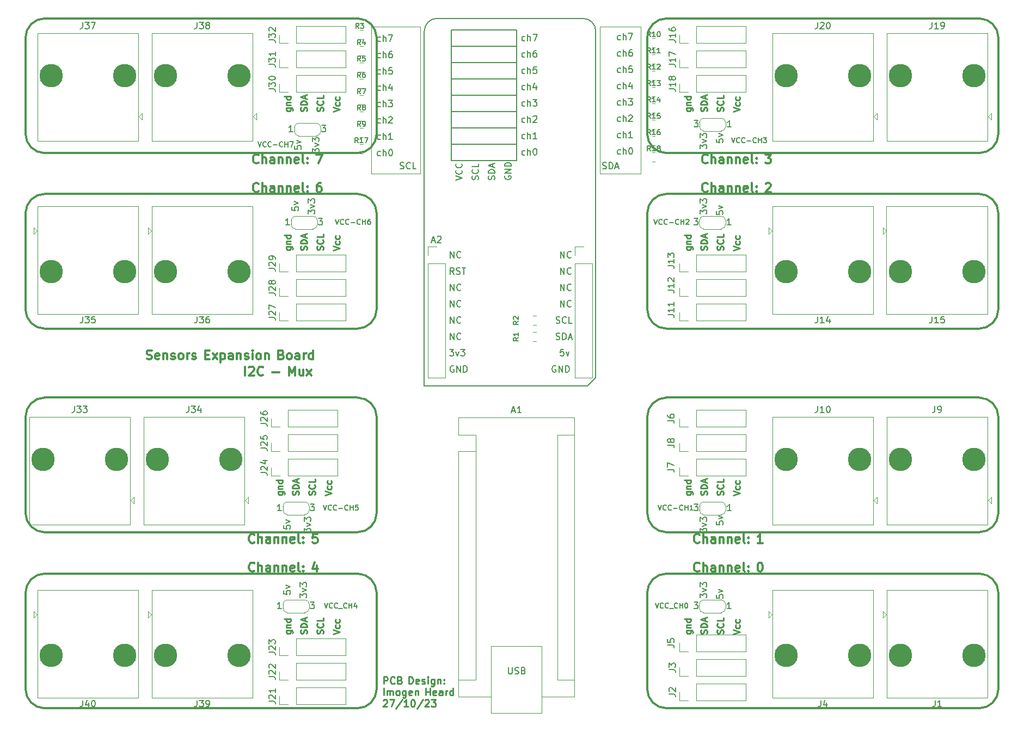
<source format=gbr>
%TF.GenerationSoftware,KiCad,Pcbnew,(7.0.0)*%
%TF.CreationDate,2023-10-27T12:37:55+01:00*%
%TF.ProjectId,euro-project-sensors-pcb,6575726f-2d70-4726-9f6a-6563742d7365,rev?*%
%TF.SameCoordinates,Original*%
%TF.FileFunction,Legend,Top*%
%TF.FilePolarity,Positive*%
%FSLAX46Y46*%
G04 Gerber Fmt 4.6, Leading zero omitted, Abs format (unit mm)*
G04 Created by KiCad (PCBNEW (7.0.0)) date 2023-10-27 12:37:55*
%MOMM*%
%LPD*%
G01*
G04 APERTURE LIST*
%ADD10C,0.250000*%
%ADD11C,0.350000*%
%ADD12C,0.300000*%
%ADD13C,0.275000*%
%ADD14C,0.150000*%
%ADD15C,0.120000*%
%ADD16C,0.200000*%
%ADD17C,3.650000*%
G04 APERTURE END LIST*
D10*
X114669761Y-56324523D02*
X114717380Y-56181666D01*
X114717380Y-56181666D02*
X114717380Y-55943571D01*
X114717380Y-55943571D02*
X114669761Y-55848333D01*
X114669761Y-55848333D02*
X114622142Y-55800714D01*
X114622142Y-55800714D02*
X114526904Y-55753095D01*
X114526904Y-55753095D02*
X114431666Y-55753095D01*
X114431666Y-55753095D02*
X114336428Y-55800714D01*
X114336428Y-55800714D02*
X114288809Y-55848333D01*
X114288809Y-55848333D02*
X114241190Y-55943571D01*
X114241190Y-55943571D02*
X114193571Y-56134047D01*
X114193571Y-56134047D02*
X114145952Y-56229285D01*
X114145952Y-56229285D02*
X114098333Y-56276904D01*
X114098333Y-56276904D02*
X114003095Y-56324523D01*
X114003095Y-56324523D02*
X113907857Y-56324523D01*
X113907857Y-56324523D02*
X113812619Y-56276904D01*
X113812619Y-56276904D02*
X113765000Y-56229285D01*
X113765000Y-56229285D02*
X113717380Y-56134047D01*
X113717380Y-56134047D02*
X113717380Y-55895952D01*
X113717380Y-55895952D02*
X113765000Y-55753095D01*
X114717380Y-55324523D02*
X113717380Y-55324523D01*
X113717380Y-55324523D02*
X113717380Y-55086428D01*
X113717380Y-55086428D02*
X113765000Y-54943571D01*
X113765000Y-54943571D02*
X113860238Y-54848333D01*
X113860238Y-54848333D02*
X113955476Y-54800714D01*
X113955476Y-54800714D02*
X114145952Y-54753095D01*
X114145952Y-54753095D02*
X114288809Y-54753095D01*
X114288809Y-54753095D02*
X114479285Y-54800714D01*
X114479285Y-54800714D02*
X114574523Y-54848333D01*
X114574523Y-54848333D02*
X114669761Y-54943571D01*
X114669761Y-54943571D02*
X114717380Y-55086428D01*
X114717380Y-55086428D02*
X114717380Y-55324523D01*
X114431666Y-54372142D02*
X114431666Y-53895952D01*
X114717380Y-54467380D02*
X113717380Y-54134047D01*
X113717380Y-54134047D02*
X114717380Y-53800714D01*
X117209761Y-56324523D02*
X117257380Y-56181666D01*
X117257380Y-56181666D02*
X117257380Y-55943571D01*
X117257380Y-55943571D02*
X117209761Y-55848333D01*
X117209761Y-55848333D02*
X117162142Y-55800714D01*
X117162142Y-55800714D02*
X117066904Y-55753095D01*
X117066904Y-55753095D02*
X116971666Y-55753095D01*
X116971666Y-55753095D02*
X116876428Y-55800714D01*
X116876428Y-55800714D02*
X116828809Y-55848333D01*
X116828809Y-55848333D02*
X116781190Y-55943571D01*
X116781190Y-55943571D02*
X116733571Y-56134047D01*
X116733571Y-56134047D02*
X116685952Y-56229285D01*
X116685952Y-56229285D02*
X116638333Y-56276904D01*
X116638333Y-56276904D02*
X116543095Y-56324523D01*
X116543095Y-56324523D02*
X116447857Y-56324523D01*
X116447857Y-56324523D02*
X116352619Y-56276904D01*
X116352619Y-56276904D02*
X116305000Y-56229285D01*
X116305000Y-56229285D02*
X116257380Y-56134047D01*
X116257380Y-56134047D02*
X116257380Y-55895952D01*
X116257380Y-55895952D02*
X116305000Y-55753095D01*
X117162142Y-54753095D02*
X117209761Y-54800714D01*
X117209761Y-54800714D02*
X117257380Y-54943571D01*
X117257380Y-54943571D02*
X117257380Y-55038809D01*
X117257380Y-55038809D02*
X117209761Y-55181666D01*
X117209761Y-55181666D02*
X117114523Y-55276904D01*
X117114523Y-55276904D02*
X117019285Y-55324523D01*
X117019285Y-55324523D02*
X116828809Y-55372142D01*
X116828809Y-55372142D02*
X116685952Y-55372142D01*
X116685952Y-55372142D02*
X116495476Y-55324523D01*
X116495476Y-55324523D02*
X116400238Y-55276904D01*
X116400238Y-55276904D02*
X116305000Y-55181666D01*
X116305000Y-55181666D02*
X116257380Y-55038809D01*
X116257380Y-55038809D02*
X116257380Y-54943571D01*
X116257380Y-54943571D02*
X116305000Y-54800714D01*
X116305000Y-54800714D02*
X116352619Y-54753095D01*
X117257380Y-53848333D02*
X117257380Y-54324523D01*
X117257380Y-54324523D02*
X116257380Y-54324523D01*
X111510714Y-55848333D02*
X112320238Y-55848333D01*
X112320238Y-55848333D02*
X112415476Y-55895952D01*
X112415476Y-55895952D02*
X112463095Y-55943571D01*
X112463095Y-55943571D02*
X112510714Y-56038809D01*
X112510714Y-56038809D02*
X112510714Y-56181666D01*
X112510714Y-56181666D02*
X112463095Y-56276904D01*
X112129761Y-55848333D02*
X112177380Y-55943571D01*
X112177380Y-55943571D02*
X112177380Y-56134047D01*
X112177380Y-56134047D02*
X112129761Y-56229285D01*
X112129761Y-56229285D02*
X112082142Y-56276904D01*
X112082142Y-56276904D02*
X111986904Y-56324523D01*
X111986904Y-56324523D02*
X111701190Y-56324523D01*
X111701190Y-56324523D02*
X111605952Y-56276904D01*
X111605952Y-56276904D02*
X111558333Y-56229285D01*
X111558333Y-56229285D02*
X111510714Y-56134047D01*
X111510714Y-56134047D02*
X111510714Y-55943571D01*
X111510714Y-55943571D02*
X111558333Y-55848333D01*
X111510714Y-55372142D02*
X112177380Y-55372142D01*
X111605952Y-55372142D02*
X111558333Y-55324523D01*
X111558333Y-55324523D02*
X111510714Y-55229285D01*
X111510714Y-55229285D02*
X111510714Y-55086428D01*
X111510714Y-55086428D02*
X111558333Y-54991190D01*
X111558333Y-54991190D02*
X111653571Y-54943571D01*
X111653571Y-54943571D02*
X112177380Y-54943571D01*
X112177380Y-54038809D02*
X111177380Y-54038809D01*
X112129761Y-54038809D02*
X112177380Y-54134047D01*
X112177380Y-54134047D02*
X112177380Y-54324523D01*
X112177380Y-54324523D02*
X112129761Y-54419761D01*
X112129761Y-54419761D02*
X112082142Y-54467380D01*
X112082142Y-54467380D02*
X111986904Y-54514999D01*
X111986904Y-54514999D02*
X111701190Y-54514999D01*
X111701190Y-54514999D02*
X111605952Y-54467380D01*
X111605952Y-54467380D02*
X111558333Y-54419761D01*
X111558333Y-54419761D02*
X111510714Y-54324523D01*
X111510714Y-54324523D02*
X111510714Y-54134047D01*
X111510714Y-54134047D02*
X111558333Y-54038809D01*
X118797380Y-56419761D02*
X119797380Y-56086428D01*
X119797380Y-56086428D02*
X118797380Y-55753095D01*
X119749761Y-54991190D02*
X119797380Y-55086428D01*
X119797380Y-55086428D02*
X119797380Y-55276904D01*
X119797380Y-55276904D02*
X119749761Y-55372142D01*
X119749761Y-55372142D02*
X119702142Y-55419761D01*
X119702142Y-55419761D02*
X119606904Y-55467380D01*
X119606904Y-55467380D02*
X119321190Y-55467380D01*
X119321190Y-55467380D02*
X119225952Y-55419761D01*
X119225952Y-55419761D02*
X119178333Y-55372142D01*
X119178333Y-55372142D02*
X119130714Y-55276904D01*
X119130714Y-55276904D02*
X119130714Y-55086428D01*
X119130714Y-55086428D02*
X119178333Y-54991190D01*
X119749761Y-54134047D02*
X119797380Y-54229285D01*
X119797380Y-54229285D02*
X119797380Y-54419761D01*
X119797380Y-54419761D02*
X119749761Y-54514999D01*
X119749761Y-54514999D02*
X119702142Y-54562618D01*
X119702142Y-54562618D02*
X119606904Y-54610237D01*
X119606904Y-54610237D02*
X119321190Y-54610237D01*
X119321190Y-54610237D02*
X119225952Y-54562618D01*
X119225952Y-54562618D02*
X119178333Y-54514999D01*
X119178333Y-54514999D02*
X119130714Y-54419761D01*
X119130714Y-54419761D02*
X119130714Y-54229285D01*
X119130714Y-54229285D02*
X119178333Y-54134047D01*
X114669761Y-77914523D02*
X114717380Y-77771666D01*
X114717380Y-77771666D02*
X114717380Y-77533571D01*
X114717380Y-77533571D02*
X114669761Y-77438333D01*
X114669761Y-77438333D02*
X114622142Y-77390714D01*
X114622142Y-77390714D02*
X114526904Y-77343095D01*
X114526904Y-77343095D02*
X114431666Y-77343095D01*
X114431666Y-77343095D02*
X114336428Y-77390714D01*
X114336428Y-77390714D02*
X114288809Y-77438333D01*
X114288809Y-77438333D02*
X114241190Y-77533571D01*
X114241190Y-77533571D02*
X114193571Y-77724047D01*
X114193571Y-77724047D02*
X114145952Y-77819285D01*
X114145952Y-77819285D02*
X114098333Y-77866904D01*
X114098333Y-77866904D02*
X114003095Y-77914523D01*
X114003095Y-77914523D02*
X113907857Y-77914523D01*
X113907857Y-77914523D02*
X113812619Y-77866904D01*
X113812619Y-77866904D02*
X113765000Y-77819285D01*
X113765000Y-77819285D02*
X113717380Y-77724047D01*
X113717380Y-77724047D02*
X113717380Y-77485952D01*
X113717380Y-77485952D02*
X113765000Y-77343095D01*
X114717380Y-76914523D02*
X113717380Y-76914523D01*
X113717380Y-76914523D02*
X113717380Y-76676428D01*
X113717380Y-76676428D02*
X113765000Y-76533571D01*
X113765000Y-76533571D02*
X113860238Y-76438333D01*
X113860238Y-76438333D02*
X113955476Y-76390714D01*
X113955476Y-76390714D02*
X114145952Y-76343095D01*
X114145952Y-76343095D02*
X114288809Y-76343095D01*
X114288809Y-76343095D02*
X114479285Y-76390714D01*
X114479285Y-76390714D02*
X114574523Y-76438333D01*
X114574523Y-76438333D02*
X114669761Y-76533571D01*
X114669761Y-76533571D02*
X114717380Y-76676428D01*
X114717380Y-76676428D02*
X114717380Y-76914523D01*
X114431666Y-75962142D02*
X114431666Y-75485952D01*
X114717380Y-76057380D02*
X113717380Y-75724047D01*
X113717380Y-75724047D02*
X114717380Y-75390714D01*
X117209761Y-77914523D02*
X117257380Y-77771666D01*
X117257380Y-77771666D02*
X117257380Y-77533571D01*
X117257380Y-77533571D02*
X117209761Y-77438333D01*
X117209761Y-77438333D02*
X117162142Y-77390714D01*
X117162142Y-77390714D02*
X117066904Y-77343095D01*
X117066904Y-77343095D02*
X116971666Y-77343095D01*
X116971666Y-77343095D02*
X116876428Y-77390714D01*
X116876428Y-77390714D02*
X116828809Y-77438333D01*
X116828809Y-77438333D02*
X116781190Y-77533571D01*
X116781190Y-77533571D02*
X116733571Y-77724047D01*
X116733571Y-77724047D02*
X116685952Y-77819285D01*
X116685952Y-77819285D02*
X116638333Y-77866904D01*
X116638333Y-77866904D02*
X116543095Y-77914523D01*
X116543095Y-77914523D02*
X116447857Y-77914523D01*
X116447857Y-77914523D02*
X116352619Y-77866904D01*
X116352619Y-77866904D02*
X116305000Y-77819285D01*
X116305000Y-77819285D02*
X116257380Y-77724047D01*
X116257380Y-77724047D02*
X116257380Y-77485952D01*
X116257380Y-77485952D02*
X116305000Y-77343095D01*
X117162142Y-76343095D02*
X117209761Y-76390714D01*
X117209761Y-76390714D02*
X117257380Y-76533571D01*
X117257380Y-76533571D02*
X117257380Y-76628809D01*
X117257380Y-76628809D02*
X117209761Y-76771666D01*
X117209761Y-76771666D02*
X117114523Y-76866904D01*
X117114523Y-76866904D02*
X117019285Y-76914523D01*
X117019285Y-76914523D02*
X116828809Y-76962142D01*
X116828809Y-76962142D02*
X116685952Y-76962142D01*
X116685952Y-76962142D02*
X116495476Y-76914523D01*
X116495476Y-76914523D02*
X116400238Y-76866904D01*
X116400238Y-76866904D02*
X116305000Y-76771666D01*
X116305000Y-76771666D02*
X116257380Y-76628809D01*
X116257380Y-76628809D02*
X116257380Y-76533571D01*
X116257380Y-76533571D02*
X116305000Y-76390714D01*
X116305000Y-76390714D02*
X116352619Y-76343095D01*
X117257380Y-75438333D02*
X117257380Y-75914523D01*
X117257380Y-75914523D02*
X116257380Y-75914523D01*
X111510714Y-77438333D02*
X112320238Y-77438333D01*
X112320238Y-77438333D02*
X112415476Y-77485952D01*
X112415476Y-77485952D02*
X112463095Y-77533571D01*
X112463095Y-77533571D02*
X112510714Y-77628809D01*
X112510714Y-77628809D02*
X112510714Y-77771666D01*
X112510714Y-77771666D02*
X112463095Y-77866904D01*
X112129761Y-77438333D02*
X112177380Y-77533571D01*
X112177380Y-77533571D02*
X112177380Y-77724047D01*
X112177380Y-77724047D02*
X112129761Y-77819285D01*
X112129761Y-77819285D02*
X112082142Y-77866904D01*
X112082142Y-77866904D02*
X111986904Y-77914523D01*
X111986904Y-77914523D02*
X111701190Y-77914523D01*
X111701190Y-77914523D02*
X111605952Y-77866904D01*
X111605952Y-77866904D02*
X111558333Y-77819285D01*
X111558333Y-77819285D02*
X111510714Y-77724047D01*
X111510714Y-77724047D02*
X111510714Y-77533571D01*
X111510714Y-77533571D02*
X111558333Y-77438333D01*
X111510714Y-76962142D02*
X112177380Y-76962142D01*
X111605952Y-76962142D02*
X111558333Y-76914523D01*
X111558333Y-76914523D02*
X111510714Y-76819285D01*
X111510714Y-76819285D02*
X111510714Y-76676428D01*
X111510714Y-76676428D02*
X111558333Y-76581190D01*
X111558333Y-76581190D02*
X111653571Y-76533571D01*
X111653571Y-76533571D02*
X112177380Y-76533571D01*
X112177380Y-75628809D02*
X111177380Y-75628809D01*
X112129761Y-75628809D02*
X112177380Y-75724047D01*
X112177380Y-75724047D02*
X112177380Y-75914523D01*
X112177380Y-75914523D02*
X112129761Y-76009761D01*
X112129761Y-76009761D02*
X112082142Y-76057380D01*
X112082142Y-76057380D02*
X111986904Y-76104999D01*
X111986904Y-76104999D02*
X111701190Y-76104999D01*
X111701190Y-76104999D02*
X111605952Y-76057380D01*
X111605952Y-76057380D02*
X111558333Y-76009761D01*
X111558333Y-76009761D02*
X111510714Y-75914523D01*
X111510714Y-75914523D02*
X111510714Y-75724047D01*
X111510714Y-75724047D02*
X111558333Y-75628809D01*
X118797380Y-78009761D02*
X119797380Y-77676428D01*
X119797380Y-77676428D02*
X118797380Y-77343095D01*
X119749761Y-76581190D02*
X119797380Y-76676428D01*
X119797380Y-76676428D02*
X119797380Y-76866904D01*
X119797380Y-76866904D02*
X119749761Y-76962142D01*
X119749761Y-76962142D02*
X119702142Y-77009761D01*
X119702142Y-77009761D02*
X119606904Y-77057380D01*
X119606904Y-77057380D02*
X119321190Y-77057380D01*
X119321190Y-77057380D02*
X119225952Y-77009761D01*
X119225952Y-77009761D02*
X119178333Y-76962142D01*
X119178333Y-76962142D02*
X119130714Y-76866904D01*
X119130714Y-76866904D02*
X119130714Y-76676428D01*
X119130714Y-76676428D02*
X119178333Y-76581190D01*
X119749761Y-75724047D02*
X119797380Y-75819285D01*
X119797380Y-75819285D02*
X119797380Y-76009761D01*
X119797380Y-76009761D02*
X119749761Y-76104999D01*
X119749761Y-76104999D02*
X119702142Y-76152618D01*
X119702142Y-76152618D02*
X119606904Y-76200237D01*
X119606904Y-76200237D02*
X119321190Y-76200237D01*
X119321190Y-76200237D02*
X119225952Y-76152618D01*
X119225952Y-76152618D02*
X119178333Y-76104999D01*
X119178333Y-76104999D02*
X119130714Y-76009761D01*
X119130714Y-76009761D02*
X119130714Y-75819285D01*
X119130714Y-75819285D02*
X119178333Y-75724047D01*
X113399761Y-116014523D02*
X113447380Y-115871666D01*
X113447380Y-115871666D02*
X113447380Y-115633571D01*
X113447380Y-115633571D02*
X113399761Y-115538333D01*
X113399761Y-115538333D02*
X113352142Y-115490714D01*
X113352142Y-115490714D02*
X113256904Y-115443095D01*
X113256904Y-115443095D02*
X113161666Y-115443095D01*
X113161666Y-115443095D02*
X113066428Y-115490714D01*
X113066428Y-115490714D02*
X113018809Y-115538333D01*
X113018809Y-115538333D02*
X112971190Y-115633571D01*
X112971190Y-115633571D02*
X112923571Y-115824047D01*
X112923571Y-115824047D02*
X112875952Y-115919285D01*
X112875952Y-115919285D02*
X112828333Y-115966904D01*
X112828333Y-115966904D02*
X112733095Y-116014523D01*
X112733095Y-116014523D02*
X112637857Y-116014523D01*
X112637857Y-116014523D02*
X112542619Y-115966904D01*
X112542619Y-115966904D02*
X112495000Y-115919285D01*
X112495000Y-115919285D02*
X112447380Y-115824047D01*
X112447380Y-115824047D02*
X112447380Y-115585952D01*
X112447380Y-115585952D02*
X112495000Y-115443095D01*
X113447380Y-115014523D02*
X112447380Y-115014523D01*
X112447380Y-115014523D02*
X112447380Y-114776428D01*
X112447380Y-114776428D02*
X112495000Y-114633571D01*
X112495000Y-114633571D02*
X112590238Y-114538333D01*
X112590238Y-114538333D02*
X112685476Y-114490714D01*
X112685476Y-114490714D02*
X112875952Y-114443095D01*
X112875952Y-114443095D02*
X113018809Y-114443095D01*
X113018809Y-114443095D02*
X113209285Y-114490714D01*
X113209285Y-114490714D02*
X113304523Y-114538333D01*
X113304523Y-114538333D02*
X113399761Y-114633571D01*
X113399761Y-114633571D02*
X113447380Y-114776428D01*
X113447380Y-114776428D02*
X113447380Y-115014523D01*
X113161666Y-114062142D02*
X113161666Y-113585952D01*
X113447380Y-114157380D02*
X112447380Y-113824047D01*
X112447380Y-113824047D02*
X113447380Y-113490714D01*
X115939761Y-116014523D02*
X115987380Y-115871666D01*
X115987380Y-115871666D02*
X115987380Y-115633571D01*
X115987380Y-115633571D02*
X115939761Y-115538333D01*
X115939761Y-115538333D02*
X115892142Y-115490714D01*
X115892142Y-115490714D02*
X115796904Y-115443095D01*
X115796904Y-115443095D02*
X115701666Y-115443095D01*
X115701666Y-115443095D02*
X115606428Y-115490714D01*
X115606428Y-115490714D02*
X115558809Y-115538333D01*
X115558809Y-115538333D02*
X115511190Y-115633571D01*
X115511190Y-115633571D02*
X115463571Y-115824047D01*
X115463571Y-115824047D02*
X115415952Y-115919285D01*
X115415952Y-115919285D02*
X115368333Y-115966904D01*
X115368333Y-115966904D02*
X115273095Y-116014523D01*
X115273095Y-116014523D02*
X115177857Y-116014523D01*
X115177857Y-116014523D02*
X115082619Y-115966904D01*
X115082619Y-115966904D02*
X115035000Y-115919285D01*
X115035000Y-115919285D02*
X114987380Y-115824047D01*
X114987380Y-115824047D02*
X114987380Y-115585952D01*
X114987380Y-115585952D02*
X115035000Y-115443095D01*
X115892142Y-114443095D02*
X115939761Y-114490714D01*
X115939761Y-114490714D02*
X115987380Y-114633571D01*
X115987380Y-114633571D02*
X115987380Y-114728809D01*
X115987380Y-114728809D02*
X115939761Y-114871666D01*
X115939761Y-114871666D02*
X115844523Y-114966904D01*
X115844523Y-114966904D02*
X115749285Y-115014523D01*
X115749285Y-115014523D02*
X115558809Y-115062142D01*
X115558809Y-115062142D02*
X115415952Y-115062142D01*
X115415952Y-115062142D02*
X115225476Y-115014523D01*
X115225476Y-115014523D02*
X115130238Y-114966904D01*
X115130238Y-114966904D02*
X115035000Y-114871666D01*
X115035000Y-114871666D02*
X114987380Y-114728809D01*
X114987380Y-114728809D02*
X114987380Y-114633571D01*
X114987380Y-114633571D02*
X115035000Y-114490714D01*
X115035000Y-114490714D02*
X115082619Y-114443095D01*
X115987380Y-113538333D02*
X115987380Y-114014523D01*
X115987380Y-114014523D02*
X114987380Y-114014523D01*
X110240714Y-115538333D02*
X111050238Y-115538333D01*
X111050238Y-115538333D02*
X111145476Y-115585952D01*
X111145476Y-115585952D02*
X111193095Y-115633571D01*
X111193095Y-115633571D02*
X111240714Y-115728809D01*
X111240714Y-115728809D02*
X111240714Y-115871666D01*
X111240714Y-115871666D02*
X111193095Y-115966904D01*
X110859761Y-115538333D02*
X110907380Y-115633571D01*
X110907380Y-115633571D02*
X110907380Y-115824047D01*
X110907380Y-115824047D02*
X110859761Y-115919285D01*
X110859761Y-115919285D02*
X110812142Y-115966904D01*
X110812142Y-115966904D02*
X110716904Y-116014523D01*
X110716904Y-116014523D02*
X110431190Y-116014523D01*
X110431190Y-116014523D02*
X110335952Y-115966904D01*
X110335952Y-115966904D02*
X110288333Y-115919285D01*
X110288333Y-115919285D02*
X110240714Y-115824047D01*
X110240714Y-115824047D02*
X110240714Y-115633571D01*
X110240714Y-115633571D02*
X110288333Y-115538333D01*
X110240714Y-115062142D02*
X110907380Y-115062142D01*
X110335952Y-115062142D02*
X110288333Y-115014523D01*
X110288333Y-115014523D02*
X110240714Y-114919285D01*
X110240714Y-114919285D02*
X110240714Y-114776428D01*
X110240714Y-114776428D02*
X110288333Y-114681190D01*
X110288333Y-114681190D02*
X110383571Y-114633571D01*
X110383571Y-114633571D02*
X110907380Y-114633571D01*
X110907380Y-113728809D02*
X109907380Y-113728809D01*
X110859761Y-113728809D02*
X110907380Y-113824047D01*
X110907380Y-113824047D02*
X110907380Y-114014523D01*
X110907380Y-114014523D02*
X110859761Y-114109761D01*
X110859761Y-114109761D02*
X110812142Y-114157380D01*
X110812142Y-114157380D02*
X110716904Y-114204999D01*
X110716904Y-114204999D02*
X110431190Y-114204999D01*
X110431190Y-114204999D02*
X110335952Y-114157380D01*
X110335952Y-114157380D02*
X110288333Y-114109761D01*
X110288333Y-114109761D02*
X110240714Y-114014523D01*
X110240714Y-114014523D02*
X110240714Y-113824047D01*
X110240714Y-113824047D02*
X110288333Y-113728809D01*
X117527380Y-116109761D02*
X118527380Y-115776428D01*
X118527380Y-115776428D02*
X117527380Y-115443095D01*
X118479761Y-114681190D02*
X118527380Y-114776428D01*
X118527380Y-114776428D02*
X118527380Y-114966904D01*
X118527380Y-114966904D02*
X118479761Y-115062142D01*
X118479761Y-115062142D02*
X118432142Y-115109761D01*
X118432142Y-115109761D02*
X118336904Y-115157380D01*
X118336904Y-115157380D02*
X118051190Y-115157380D01*
X118051190Y-115157380D02*
X117955952Y-115109761D01*
X117955952Y-115109761D02*
X117908333Y-115062142D01*
X117908333Y-115062142D02*
X117860714Y-114966904D01*
X117860714Y-114966904D02*
X117860714Y-114776428D01*
X117860714Y-114776428D02*
X117908333Y-114681190D01*
X118479761Y-113824047D02*
X118527380Y-113919285D01*
X118527380Y-113919285D02*
X118527380Y-114109761D01*
X118527380Y-114109761D02*
X118479761Y-114204999D01*
X118479761Y-114204999D02*
X118432142Y-114252618D01*
X118432142Y-114252618D02*
X118336904Y-114300237D01*
X118336904Y-114300237D02*
X118051190Y-114300237D01*
X118051190Y-114300237D02*
X117955952Y-114252618D01*
X117955952Y-114252618D02*
X117908333Y-114204999D01*
X117908333Y-114204999D02*
X117860714Y-114109761D01*
X117860714Y-114109761D02*
X117860714Y-113919285D01*
X117860714Y-113919285D02*
X117908333Y-113824047D01*
X114669761Y-137604523D02*
X114717380Y-137461666D01*
X114717380Y-137461666D02*
X114717380Y-137223571D01*
X114717380Y-137223571D02*
X114669761Y-137128333D01*
X114669761Y-137128333D02*
X114622142Y-137080714D01*
X114622142Y-137080714D02*
X114526904Y-137033095D01*
X114526904Y-137033095D02*
X114431666Y-137033095D01*
X114431666Y-137033095D02*
X114336428Y-137080714D01*
X114336428Y-137080714D02*
X114288809Y-137128333D01*
X114288809Y-137128333D02*
X114241190Y-137223571D01*
X114241190Y-137223571D02*
X114193571Y-137414047D01*
X114193571Y-137414047D02*
X114145952Y-137509285D01*
X114145952Y-137509285D02*
X114098333Y-137556904D01*
X114098333Y-137556904D02*
X114003095Y-137604523D01*
X114003095Y-137604523D02*
X113907857Y-137604523D01*
X113907857Y-137604523D02*
X113812619Y-137556904D01*
X113812619Y-137556904D02*
X113765000Y-137509285D01*
X113765000Y-137509285D02*
X113717380Y-137414047D01*
X113717380Y-137414047D02*
X113717380Y-137175952D01*
X113717380Y-137175952D02*
X113765000Y-137033095D01*
X114717380Y-136604523D02*
X113717380Y-136604523D01*
X113717380Y-136604523D02*
X113717380Y-136366428D01*
X113717380Y-136366428D02*
X113765000Y-136223571D01*
X113765000Y-136223571D02*
X113860238Y-136128333D01*
X113860238Y-136128333D02*
X113955476Y-136080714D01*
X113955476Y-136080714D02*
X114145952Y-136033095D01*
X114145952Y-136033095D02*
X114288809Y-136033095D01*
X114288809Y-136033095D02*
X114479285Y-136080714D01*
X114479285Y-136080714D02*
X114574523Y-136128333D01*
X114574523Y-136128333D02*
X114669761Y-136223571D01*
X114669761Y-136223571D02*
X114717380Y-136366428D01*
X114717380Y-136366428D02*
X114717380Y-136604523D01*
X114431666Y-135652142D02*
X114431666Y-135175952D01*
X114717380Y-135747380D02*
X113717380Y-135414047D01*
X113717380Y-135414047D02*
X114717380Y-135080714D01*
X117209761Y-137604523D02*
X117257380Y-137461666D01*
X117257380Y-137461666D02*
X117257380Y-137223571D01*
X117257380Y-137223571D02*
X117209761Y-137128333D01*
X117209761Y-137128333D02*
X117162142Y-137080714D01*
X117162142Y-137080714D02*
X117066904Y-137033095D01*
X117066904Y-137033095D02*
X116971666Y-137033095D01*
X116971666Y-137033095D02*
X116876428Y-137080714D01*
X116876428Y-137080714D02*
X116828809Y-137128333D01*
X116828809Y-137128333D02*
X116781190Y-137223571D01*
X116781190Y-137223571D02*
X116733571Y-137414047D01*
X116733571Y-137414047D02*
X116685952Y-137509285D01*
X116685952Y-137509285D02*
X116638333Y-137556904D01*
X116638333Y-137556904D02*
X116543095Y-137604523D01*
X116543095Y-137604523D02*
X116447857Y-137604523D01*
X116447857Y-137604523D02*
X116352619Y-137556904D01*
X116352619Y-137556904D02*
X116305000Y-137509285D01*
X116305000Y-137509285D02*
X116257380Y-137414047D01*
X116257380Y-137414047D02*
X116257380Y-137175952D01*
X116257380Y-137175952D02*
X116305000Y-137033095D01*
X117162142Y-136033095D02*
X117209761Y-136080714D01*
X117209761Y-136080714D02*
X117257380Y-136223571D01*
X117257380Y-136223571D02*
X117257380Y-136318809D01*
X117257380Y-136318809D02*
X117209761Y-136461666D01*
X117209761Y-136461666D02*
X117114523Y-136556904D01*
X117114523Y-136556904D02*
X117019285Y-136604523D01*
X117019285Y-136604523D02*
X116828809Y-136652142D01*
X116828809Y-136652142D02*
X116685952Y-136652142D01*
X116685952Y-136652142D02*
X116495476Y-136604523D01*
X116495476Y-136604523D02*
X116400238Y-136556904D01*
X116400238Y-136556904D02*
X116305000Y-136461666D01*
X116305000Y-136461666D02*
X116257380Y-136318809D01*
X116257380Y-136318809D02*
X116257380Y-136223571D01*
X116257380Y-136223571D02*
X116305000Y-136080714D01*
X116305000Y-136080714D02*
X116352619Y-136033095D01*
X117257380Y-135128333D02*
X117257380Y-135604523D01*
X117257380Y-135604523D02*
X116257380Y-135604523D01*
X111510714Y-137128333D02*
X112320238Y-137128333D01*
X112320238Y-137128333D02*
X112415476Y-137175952D01*
X112415476Y-137175952D02*
X112463095Y-137223571D01*
X112463095Y-137223571D02*
X112510714Y-137318809D01*
X112510714Y-137318809D02*
X112510714Y-137461666D01*
X112510714Y-137461666D02*
X112463095Y-137556904D01*
X112129761Y-137128333D02*
X112177380Y-137223571D01*
X112177380Y-137223571D02*
X112177380Y-137414047D01*
X112177380Y-137414047D02*
X112129761Y-137509285D01*
X112129761Y-137509285D02*
X112082142Y-137556904D01*
X112082142Y-137556904D02*
X111986904Y-137604523D01*
X111986904Y-137604523D02*
X111701190Y-137604523D01*
X111701190Y-137604523D02*
X111605952Y-137556904D01*
X111605952Y-137556904D02*
X111558333Y-137509285D01*
X111558333Y-137509285D02*
X111510714Y-137414047D01*
X111510714Y-137414047D02*
X111510714Y-137223571D01*
X111510714Y-137223571D02*
X111558333Y-137128333D01*
X111510714Y-136652142D02*
X112177380Y-136652142D01*
X111605952Y-136652142D02*
X111558333Y-136604523D01*
X111558333Y-136604523D02*
X111510714Y-136509285D01*
X111510714Y-136509285D02*
X111510714Y-136366428D01*
X111510714Y-136366428D02*
X111558333Y-136271190D01*
X111558333Y-136271190D02*
X111653571Y-136223571D01*
X111653571Y-136223571D02*
X112177380Y-136223571D01*
X112177380Y-135318809D02*
X111177380Y-135318809D01*
X112129761Y-135318809D02*
X112177380Y-135414047D01*
X112177380Y-135414047D02*
X112177380Y-135604523D01*
X112177380Y-135604523D02*
X112129761Y-135699761D01*
X112129761Y-135699761D02*
X112082142Y-135747380D01*
X112082142Y-135747380D02*
X111986904Y-135794999D01*
X111986904Y-135794999D02*
X111701190Y-135794999D01*
X111701190Y-135794999D02*
X111605952Y-135747380D01*
X111605952Y-135747380D02*
X111558333Y-135699761D01*
X111558333Y-135699761D02*
X111510714Y-135604523D01*
X111510714Y-135604523D02*
X111510714Y-135414047D01*
X111510714Y-135414047D02*
X111558333Y-135318809D01*
X118797380Y-137699761D02*
X119797380Y-137366428D01*
X119797380Y-137366428D02*
X118797380Y-137033095D01*
X119749761Y-136271190D02*
X119797380Y-136366428D01*
X119797380Y-136366428D02*
X119797380Y-136556904D01*
X119797380Y-136556904D02*
X119749761Y-136652142D01*
X119749761Y-136652142D02*
X119702142Y-136699761D01*
X119702142Y-136699761D02*
X119606904Y-136747380D01*
X119606904Y-136747380D02*
X119321190Y-136747380D01*
X119321190Y-136747380D02*
X119225952Y-136699761D01*
X119225952Y-136699761D02*
X119178333Y-136652142D01*
X119178333Y-136652142D02*
X119130714Y-136556904D01*
X119130714Y-136556904D02*
X119130714Y-136366428D01*
X119130714Y-136366428D02*
X119178333Y-136271190D01*
X119749761Y-135414047D02*
X119797380Y-135509285D01*
X119797380Y-135509285D02*
X119797380Y-135699761D01*
X119797380Y-135699761D02*
X119749761Y-135794999D01*
X119749761Y-135794999D02*
X119702142Y-135842618D01*
X119702142Y-135842618D02*
X119606904Y-135890237D01*
X119606904Y-135890237D02*
X119321190Y-135890237D01*
X119321190Y-135890237D02*
X119225952Y-135842618D01*
X119225952Y-135842618D02*
X119178333Y-135794999D01*
X119178333Y-135794999D02*
X119130714Y-135699761D01*
X119130714Y-135699761D02*
X119130714Y-135509285D01*
X119130714Y-135509285D02*
X119178333Y-135414047D01*
X176899761Y-137604523D02*
X176947380Y-137461666D01*
X176947380Y-137461666D02*
X176947380Y-137223571D01*
X176947380Y-137223571D02*
X176899761Y-137128333D01*
X176899761Y-137128333D02*
X176852142Y-137080714D01*
X176852142Y-137080714D02*
X176756904Y-137033095D01*
X176756904Y-137033095D02*
X176661666Y-137033095D01*
X176661666Y-137033095D02*
X176566428Y-137080714D01*
X176566428Y-137080714D02*
X176518809Y-137128333D01*
X176518809Y-137128333D02*
X176471190Y-137223571D01*
X176471190Y-137223571D02*
X176423571Y-137414047D01*
X176423571Y-137414047D02*
X176375952Y-137509285D01*
X176375952Y-137509285D02*
X176328333Y-137556904D01*
X176328333Y-137556904D02*
X176233095Y-137604523D01*
X176233095Y-137604523D02*
X176137857Y-137604523D01*
X176137857Y-137604523D02*
X176042619Y-137556904D01*
X176042619Y-137556904D02*
X175995000Y-137509285D01*
X175995000Y-137509285D02*
X175947380Y-137414047D01*
X175947380Y-137414047D02*
X175947380Y-137175952D01*
X175947380Y-137175952D02*
X175995000Y-137033095D01*
X176947380Y-136604523D02*
X175947380Y-136604523D01*
X175947380Y-136604523D02*
X175947380Y-136366428D01*
X175947380Y-136366428D02*
X175995000Y-136223571D01*
X175995000Y-136223571D02*
X176090238Y-136128333D01*
X176090238Y-136128333D02*
X176185476Y-136080714D01*
X176185476Y-136080714D02*
X176375952Y-136033095D01*
X176375952Y-136033095D02*
X176518809Y-136033095D01*
X176518809Y-136033095D02*
X176709285Y-136080714D01*
X176709285Y-136080714D02*
X176804523Y-136128333D01*
X176804523Y-136128333D02*
X176899761Y-136223571D01*
X176899761Y-136223571D02*
X176947380Y-136366428D01*
X176947380Y-136366428D02*
X176947380Y-136604523D01*
X176661666Y-135652142D02*
X176661666Y-135175952D01*
X176947380Y-135747380D02*
X175947380Y-135414047D01*
X175947380Y-135414047D02*
X176947380Y-135080714D01*
X179439761Y-137604523D02*
X179487380Y-137461666D01*
X179487380Y-137461666D02*
X179487380Y-137223571D01*
X179487380Y-137223571D02*
X179439761Y-137128333D01*
X179439761Y-137128333D02*
X179392142Y-137080714D01*
X179392142Y-137080714D02*
X179296904Y-137033095D01*
X179296904Y-137033095D02*
X179201666Y-137033095D01*
X179201666Y-137033095D02*
X179106428Y-137080714D01*
X179106428Y-137080714D02*
X179058809Y-137128333D01*
X179058809Y-137128333D02*
X179011190Y-137223571D01*
X179011190Y-137223571D02*
X178963571Y-137414047D01*
X178963571Y-137414047D02*
X178915952Y-137509285D01*
X178915952Y-137509285D02*
X178868333Y-137556904D01*
X178868333Y-137556904D02*
X178773095Y-137604523D01*
X178773095Y-137604523D02*
X178677857Y-137604523D01*
X178677857Y-137604523D02*
X178582619Y-137556904D01*
X178582619Y-137556904D02*
X178535000Y-137509285D01*
X178535000Y-137509285D02*
X178487380Y-137414047D01*
X178487380Y-137414047D02*
X178487380Y-137175952D01*
X178487380Y-137175952D02*
X178535000Y-137033095D01*
X179392142Y-136033095D02*
X179439761Y-136080714D01*
X179439761Y-136080714D02*
X179487380Y-136223571D01*
X179487380Y-136223571D02*
X179487380Y-136318809D01*
X179487380Y-136318809D02*
X179439761Y-136461666D01*
X179439761Y-136461666D02*
X179344523Y-136556904D01*
X179344523Y-136556904D02*
X179249285Y-136604523D01*
X179249285Y-136604523D02*
X179058809Y-136652142D01*
X179058809Y-136652142D02*
X178915952Y-136652142D01*
X178915952Y-136652142D02*
X178725476Y-136604523D01*
X178725476Y-136604523D02*
X178630238Y-136556904D01*
X178630238Y-136556904D02*
X178535000Y-136461666D01*
X178535000Y-136461666D02*
X178487380Y-136318809D01*
X178487380Y-136318809D02*
X178487380Y-136223571D01*
X178487380Y-136223571D02*
X178535000Y-136080714D01*
X178535000Y-136080714D02*
X178582619Y-136033095D01*
X179487380Y-135128333D02*
X179487380Y-135604523D01*
X179487380Y-135604523D02*
X178487380Y-135604523D01*
X173740714Y-137128333D02*
X174550238Y-137128333D01*
X174550238Y-137128333D02*
X174645476Y-137175952D01*
X174645476Y-137175952D02*
X174693095Y-137223571D01*
X174693095Y-137223571D02*
X174740714Y-137318809D01*
X174740714Y-137318809D02*
X174740714Y-137461666D01*
X174740714Y-137461666D02*
X174693095Y-137556904D01*
X174359761Y-137128333D02*
X174407380Y-137223571D01*
X174407380Y-137223571D02*
X174407380Y-137414047D01*
X174407380Y-137414047D02*
X174359761Y-137509285D01*
X174359761Y-137509285D02*
X174312142Y-137556904D01*
X174312142Y-137556904D02*
X174216904Y-137604523D01*
X174216904Y-137604523D02*
X173931190Y-137604523D01*
X173931190Y-137604523D02*
X173835952Y-137556904D01*
X173835952Y-137556904D02*
X173788333Y-137509285D01*
X173788333Y-137509285D02*
X173740714Y-137414047D01*
X173740714Y-137414047D02*
X173740714Y-137223571D01*
X173740714Y-137223571D02*
X173788333Y-137128333D01*
X173740714Y-136652142D02*
X174407380Y-136652142D01*
X173835952Y-136652142D02*
X173788333Y-136604523D01*
X173788333Y-136604523D02*
X173740714Y-136509285D01*
X173740714Y-136509285D02*
X173740714Y-136366428D01*
X173740714Y-136366428D02*
X173788333Y-136271190D01*
X173788333Y-136271190D02*
X173883571Y-136223571D01*
X173883571Y-136223571D02*
X174407380Y-136223571D01*
X174407380Y-135318809D02*
X173407380Y-135318809D01*
X174359761Y-135318809D02*
X174407380Y-135414047D01*
X174407380Y-135414047D02*
X174407380Y-135604523D01*
X174407380Y-135604523D02*
X174359761Y-135699761D01*
X174359761Y-135699761D02*
X174312142Y-135747380D01*
X174312142Y-135747380D02*
X174216904Y-135794999D01*
X174216904Y-135794999D02*
X173931190Y-135794999D01*
X173931190Y-135794999D02*
X173835952Y-135747380D01*
X173835952Y-135747380D02*
X173788333Y-135699761D01*
X173788333Y-135699761D02*
X173740714Y-135604523D01*
X173740714Y-135604523D02*
X173740714Y-135414047D01*
X173740714Y-135414047D02*
X173788333Y-135318809D01*
X181027380Y-137699761D02*
X182027380Y-137366428D01*
X182027380Y-137366428D02*
X181027380Y-137033095D01*
X181979761Y-136271190D02*
X182027380Y-136366428D01*
X182027380Y-136366428D02*
X182027380Y-136556904D01*
X182027380Y-136556904D02*
X181979761Y-136652142D01*
X181979761Y-136652142D02*
X181932142Y-136699761D01*
X181932142Y-136699761D02*
X181836904Y-136747380D01*
X181836904Y-136747380D02*
X181551190Y-136747380D01*
X181551190Y-136747380D02*
X181455952Y-136699761D01*
X181455952Y-136699761D02*
X181408333Y-136652142D01*
X181408333Y-136652142D02*
X181360714Y-136556904D01*
X181360714Y-136556904D02*
X181360714Y-136366428D01*
X181360714Y-136366428D02*
X181408333Y-136271190D01*
X181979761Y-135414047D02*
X182027380Y-135509285D01*
X182027380Y-135509285D02*
X182027380Y-135699761D01*
X182027380Y-135699761D02*
X181979761Y-135794999D01*
X181979761Y-135794999D02*
X181932142Y-135842618D01*
X181932142Y-135842618D02*
X181836904Y-135890237D01*
X181836904Y-135890237D02*
X181551190Y-135890237D01*
X181551190Y-135890237D02*
X181455952Y-135842618D01*
X181455952Y-135842618D02*
X181408333Y-135794999D01*
X181408333Y-135794999D02*
X181360714Y-135699761D01*
X181360714Y-135699761D02*
X181360714Y-135509285D01*
X181360714Y-135509285D02*
X181408333Y-135414047D01*
X176899761Y-116014523D02*
X176947380Y-115871666D01*
X176947380Y-115871666D02*
X176947380Y-115633571D01*
X176947380Y-115633571D02*
X176899761Y-115538333D01*
X176899761Y-115538333D02*
X176852142Y-115490714D01*
X176852142Y-115490714D02*
X176756904Y-115443095D01*
X176756904Y-115443095D02*
X176661666Y-115443095D01*
X176661666Y-115443095D02*
X176566428Y-115490714D01*
X176566428Y-115490714D02*
X176518809Y-115538333D01*
X176518809Y-115538333D02*
X176471190Y-115633571D01*
X176471190Y-115633571D02*
X176423571Y-115824047D01*
X176423571Y-115824047D02*
X176375952Y-115919285D01*
X176375952Y-115919285D02*
X176328333Y-115966904D01*
X176328333Y-115966904D02*
X176233095Y-116014523D01*
X176233095Y-116014523D02*
X176137857Y-116014523D01*
X176137857Y-116014523D02*
X176042619Y-115966904D01*
X176042619Y-115966904D02*
X175995000Y-115919285D01*
X175995000Y-115919285D02*
X175947380Y-115824047D01*
X175947380Y-115824047D02*
X175947380Y-115585952D01*
X175947380Y-115585952D02*
X175995000Y-115443095D01*
X176947380Y-115014523D02*
X175947380Y-115014523D01*
X175947380Y-115014523D02*
X175947380Y-114776428D01*
X175947380Y-114776428D02*
X175995000Y-114633571D01*
X175995000Y-114633571D02*
X176090238Y-114538333D01*
X176090238Y-114538333D02*
X176185476Y-114490714D01*
X176185476Y-114490714D02*
X176375952Y-114443095D01*
X176375952Y-114443095D02*
X176518809Y-114443095D01*
X176518809Y-114443095D02*
X176709285Y-114490714D01*
X176709285Y-114490714D02*
X176804523Y-114538333D01*
X176804523Y-114538333D02*
X176899761Y-114633571D01*
X176899761Y-114633571D02*
X176947380Y-114776428D01*
X176947380Y-114776428D02*
X176947380Y-115014523D01*
X176661666Y-114062142D02*
X176661666Y-113585952D01*
X176947380Y-114157380D02*
X175947380Y-113824047D01*
X175947380Y-113824047D02*
X176947380Y-113490714D01*
X179439761Y-116014523D02*
X179487380Y-115871666D01*
X179487380Y-115871666D02*
X179487380Y-115633571D01*
X179487380Y-115633571D02*
X179439761Y-115538333D01*
X179439761Y-115538333D02*
X179392142Y-115490714D01*
X179392142Y-115490714D02*
X179296904Y-115443095D01*
X179296904Y-115443095D02*
X179201666Y-115443095D01*
X179201666Y-115443095D02*
X179106428Y-115490714D01*
X179106428Y-115490714D02*
X179058809Y-115538333D01*
X179058809Y-115538333D02*
X179011190Y-115633571D01*
X179011190Y-115633571D02*
X178963571Y-115824047D01*
X178963571Y-115824047D02*
X178915952Y-115919285D01*
X178915952Y-115919285D02*
X178868333Y-115966904D01*
X178868333Y-115966904D02*
X178773095Y-116014523D01*
X178773095Y-116014523D02*
X178677857Y-116014523D01*
X178677857Y-116014523D02*
X178582619Y-115966904D01*
X178582619Y-115966904D02*
X178535000Y-115919285D01*
X178535000Y-115919285D02*
X178487380Y-115824047D01*
X178487380Y-115824047D02*
X178487380Y-115585952D01*
X178487380Y-115585952D02*
X178535000Y-115443095D01*
X179392142Y-114443095D02*
X179439761Y-114490714D01*
X179439761Y-114490714D02*
X179487380Y-114633571D01*
X179487380Y-114633571D02*
X179487380Y-114728809D01*
X179487380Y-114728809D02*
X179439761Y-114871666D01*
X179439761Y-114871666D02*
X179344523Y-114966904D01*
X179344523Y-114966904D02*
X179249285Y-115014523D01*
X179249285Y-115014523D02*
X179058809Y-115062142D01*
X179058809Y-115062142D02*
X178915952Y-115062142D01*
X178915952Y-115062142D02*
X178725476Y-115014523D01*
X178725476Y-115014523D02*
X178630238Y-114966904D01*
X178630238Y-114966904D02*
X178535000Y-114871666D01*
X178535000Y-114871666D02*
X178487380Y-114728809D01*
X178487380Y-114728809D02*
X178487380Y-114633571D01*
X178487380Y-114633571D02*
X178535000Y-114490714D01*
X178535000Y-114490714D02*
X178582619Y-114443095D01*
X179487380Y-113538333D02*
X179487380Y-114014523D01*
X179487380Y-114014523D02*
X178487380Y-114014523D01*
X173740714Y-115538333D02*
X174550238Y-115538333D01*
X174550238Y-115538333D02*
X174645476Y-115585952D01*
X174645476Y-115585952D02*
X174693095Y-115633571D01*
X174693095Y-115633571D02*
X174740714Y-115728809D01*
X174740714Y-115728809D02*
X174740714Y-115871666D01*
X174740714Y-115871666D02*
X174693095Y-115966904D01*
X174359761Y-115538333D02*
X174407380Y-115633571D01*
X174407380Y-115633571D02*
X174407380Y-115824047D01*
X174407380Y-115824047D02*
X174359761Y-115919285D01*
X174359761Y-115919285D02*
X174312142Y-115966904D01*
X174312142Y-115966904D02*
X174216904Y-116014523D01*
X174216904Y-116014523D02*
X173931190Y-116014523D01*
X173931190Y-116014523D02*
X173835952Y-115966904D01*
X173835952Y-115966904D02*
X173788333Y-115919285D01*
X173788333Y-115919285D02*
X173740714Y-115824047D01*
X173740714Y-115824047D02*
X173740714Y-115633571D01*
X173740714Y-115633571D02*
X173788333Y-115538333D01*
X173740714Y-115062142D02*
X174407380Y-115062142D01*
X173835952Y-115062142D02*
X173788333Y-115014523D01*
X173788333Y-115014523D02*
X173740714Y-114919285D01*
X173740714Y-114919285D02*
X173740714Y-114776428D01*
X173740714Y-114776428D02*
X173788333Y-114681190D01*
X173788333Y-114681190D02*
X173883571Y-114633571D01*
X173883571Y-114633571D02*
X174407380Y-114633571D01*
X174407380Y-113728809D02*
X173407380Y-113728809D01*
X174359761Y-113728809D02*
X174407380Y-113824047D01*
X174407380Y-113824047D02*
X174407380Y-114014523D01*
X174407380Y-114014523D02*
X174359761Y-114109761D01*
X174359761Y-114109761D02*
X174312142Y-114157380D01*
X174312142Y-114157380D02*
X174216904Y-114204999D01*
X174216904Y-114204999D02*
X173931190Y-114204999D01*
X173931190Y-114204999D02*
X173835952Y-114157380D01*
X173835952Y-114157380D02*
X173788333Y-114109761D01*
X173788333Y-114109761D02*
X173740714Y-114014523D01*
X173740714Y-114014523D02*
X173740714Y-113824047D01*
X173740714Y-113824047D02*
X173788333Y-113728809D01*
X181027380Y-116109761D02*
X182027380Y-115776428D01*
X182027380Y-115776428D02*
X181027380Y-115443095D01*
X181979761Y-114681190D02*
X182027380Y-114776428D01*
X182027380Y-114776428D02*
X182027380Y-114966904D01*
X182027380Y-114966904D02*
X181979761Y-115062142D01*
X181979761Y-115062142D02*
X181932142Y-115109761D01*
X181932142Y-115109761D02*
X181836904Y-115157380D01*
X181836904Y-115157380D02*
X181551190Y-115157380D01*
X181551190Y-115157380D02*
X181455952Y-115109761D01*
X181455952Y-115109761D02*
X181408333Y-115062142D01*
X181408333Y-115062142D02*
X181360714Y-114966904D01*
X181360714Y-114966904D02*
X181360714Y-114776428D01*
X181360714Y-114776428D02*
X181408333Y-114681190D01*
X181979761Y-113824047D02*
X182027380Y-113919285D01*
X182027380Y-113919285D02*
X182027380Y-114109761D01*
X182027380Y-114109761D02*
X181979761Y-114204999D01*
X181979761Y-114204999D02*
X181932142Y-114252618D01*
X181932142Y-114252618D02*
X181836904Y-114300237D01*
X181836904Y-114300237D02*
X181551190Y-114300237D01*
X181551190Y-114300237D02*
X181455952Y-114252618D01*
X181455952Y-114252618D02*
X181408333Y-114204999D01*
X181408333Y-114204999D02*
X181360714Y-114109761D01*
X181360714Y-114109761D02*
X181360714Y-113919285D01*
X181360714Y-113919285D02*
X181408333Y-113824047D01*
X181027380Y-78009761D02*
X182027380Y-77676428D01*
X182027380Y-77676428D02*
X181027380Y-77343095D01*
X181979761Y-76581190D02*
X182027380Y-76676428D01*
X182027380Y-76676428D02*
X182027380Y-76866904D01*
X182027380Y-76866904D02*
X181979761Y-76962142D01*
X181979761Y-76962142D02*
X181932142Y-77009761D01*
X181932142Y-77009761D02*
X181836904Y-77057380D01*
X181836904Y-77057380D02*
X181551190Y-77057380D01*
X181551190Y-77057380D02*
X181455952Y-77009761D01*
X181455952Y-77009761D02*
X181408333Y-76962142D01*
X181408333Y-76962142D02*
X181360714Y-76866904D01*
X181360714Y-76866904D02*
X181360714Y-76676428D01*
X181360714Y-76676428D02*
X181408333Y-76581190D01*
X181979761Y-75724047D02*
X182027380Y-75819285D01*
X182027380Y-75819285D02*
X182027380Y-76009761D01*
X182027380Y-76009761D02*
X181979761Y-76104999D01*
X181979761Y-76104999D02*
X181932142Y-76152618D01*
X181932142Y-76152618D02*
X181836904Y-76200237D01*
X181836904Y-76200237D02*
X181551190Y-76200237D01*
X181551190Y-76200237D02*
X181455952Y-76152618D01*
X181455952Y-76152618D02*
X181408333Y-76104999D01*
X181408333Y-76104999D02*
X181360714Y-76009761D01*
X181360714Y-76009761D02*
X181360714Y-75819285D01*
X181360714Y-75819285D02*
X181408333Y-75724047D01*
X176899761Y-77914523D02*
X176947380Y-77771666D01*
X176947380Y-77771666D02*
X176947380Y-77533571D01*
X176947380Y-77533571D02*
X176899761Y-77438333D01*
X176899761Y-77438333D02*
X176852142Y-77390714D01*
X176852142Y-77390714D02*
X176756904Y-77343095D01*
X176756904Y-77343095D02*
X176661666Y-77343095D01*
X176661666Y-77343095D02*
X176566428Y-77390714D01*
X176566428Y-77390714D02*
X176518809Y-77438333D01*
X176518809Y-77438333D02*
X176471190Y-77533571D01*
X176471190Y-77533571D02*
X176423571Y-77724047D01*
X176423571Y-77724047D02*
X176375952Y-77819285D01*
X176375952Y-77819285D02*
X176328333Y-77866904D01*
X176328333Y-77866904D02*
X176233095Y-77914523D01*
X176233095Y-77914523D02*
X176137857Y-77914523D01*
X176137857Y-77914523D02*
X176042619Y-77866904D01*
X176042619Y-77866904D02*
X175995000Y-77819285D01*
X175995000Y-77819285D02*
X175947380Y-77724047D01*
X175947380Y-77724047D02*
X175947380Y-77485952D01*
X175947380Y-77485952D02*
X175995000Y-77343095D01*
X176947380Y-76914523D02*
X175947380Y-76914523D01*
X175947380Y-76914523D02*
X175947380Y-76676428D01*
X175947380Y-76676428D02*
X175995000Y-76533571D01*
X175995000Y-76533571D02*
X176090238Y-76438333D01*
X176090238Y-76438333D02*
X176185476Y-76390714D01*
X176185476Y-76390714D02*
X176375952Y-76343095D01*
X176375952Y-76343095D02*
X176518809Y-76343095D01*
X176518809Y-76343095D02*
X176709285Y-76390714D01*
X176709285Y-76390714D02*
X176804523Y-76438333D01*
X176804523Y-76438333D02*
X176899761Y-76533571D01*
X176899761Y-76533571D02*
X176947380Y-76676428D01*
X176947380Y-76676428D02*
X176947380Y-76914523D01*
X176661666Y-75962142D02*
X176661666Y-75485952D01*
X176947380Y-76057380D02*
X175947380Y-75724047D01*
X175947380Y-75724047D02*
X176947380Y-75390714D01*
X179439761Y-77914523D02*
X179487380Y-77771666D01*
X179487380Y-77771666D02*
X179487380Y-77533571D01*
X179487380Y-77533571D02*
X179439761Y-77438333D01*
X179439761Y-77438333D02*
X179392142Y-77390714D01*
X179392142Y-77390714D02*
X179296904Y-77343095D01*
X179296904Y-77343095D02*
X179201666Y-77343095D01*
X179201666Y-77343095D02*
X179106428Y-77390714D01*
X179106428Y-77390714D02*
X179058809Y-77438333D01*
X179058809Y-77438333D02*
X179011190Y-77533571D01*
X179011190Y-77533571D02*
X178963571Y-77724047D01*
X178963571Y-77724047D02*
X178915952Y-77819285D01*
X178915952Y-77819285D02*
X178868333Y-77866904D01*
X178868333Y-77866904D02*
X178773095Y-77914523D01*
X178773095Y-77914523D02*
X178677857Y-77914523D01*
X178677857Y-77914523D02*
X178582619Y-77866904D01*
X178582619Y-77866904D02*
X178535000Y-77819285D01*
X178535000Y-77819285D02*
X178487380Y-77724047D01*
X178487380Y-77724047D02*
X178487380Y-77485952D01*
X178487380Y-77485952D02*
X178535000Y-77343095D01*
X179392142Y-76343095D02*
X179439761Y-76390714D01*
X179439761Y-76390714D02*
X179487380Y-76533571D01*
X179487380Y-76533571D02*
X179487380Y-76628809D01*
X179487380Y-76628809D02*
X179439761Y-76771666D01*
X179439761Y-76771666D02*
X179344523Y-76866904D01*
X179344523Y-76866904D02*
X179249285Y-76914523D01*
X179249285Y-76914523D02*
X179058809Y-76962142D01*
X179058809Y-76962142D02*
X178915952Y-76962142D01*
X178915952Y-76962142D02*
X178725476Y-76914523D01*
X178725476Y-76914523D02*
X178630238Y-76866904D01*
X178630238Y-76866904D02*
X178535000Y-76771666D01*
X178535000Y-76771666D02*
X178487380Y-76628809D01*
X178487380Y-76628809D02*
X178487380Y-76533571D01*
X178487380Y-76533571D02*
X178535000Y-76390714D01*
X178535000Y-76390714D02*
X178582619Y-76343095D01*
X179487380Y-75438333D02*
X179487380Y-75914523D01*
X179487380Y-75914523D02*
X178487380Y-75914523D01*
X173740714Y-77438333D02*
X174550238Y-77438333D01*
X174550238Y-77438333D02*
X174645476Y-77485952D01*
X174645476Y-77485952D02*
X174693095Y-77533571D01*
X174693095Y-77533571D02*
X174740714Y-77628809D01*
X174740714Y-77628809D02*
X174740714Y-77771666D01*
X174740714Y-77771666D02*
X174693095Y-77866904D01*
X174359761Y-77438333D02*
X174407380Y-77533571D01*
X174407380Y-77533571D02*
X174407380Y-77724047D01*
X174407380Y-77724047D02*
X174359761Y-77819285D01*
X174359761Y-77819285D02*
X174312142Y-77866904D01*
X174312142Y-77866904D02*
X174216904Y-77914523D01*
X174216904Y-77914523D02*
X173931190Y-77914523D01*
X173931190Y-77914523D02*
X173835952Y-77866904D01*
X173835952Y-77866904D02*
X173788333Y-77819285D01*
X173788333Y-77819285D02*
X173740714Y-77724047D01*
X173740714Y-77724047D02*
X173740714Y-77533571D01*
X173740714Y-77533571D02*
X173788333Y-77438333D01*
X173740714Y-76962142D02*
X174407380Y-76962142D01*
X173835952Y-76962142D02*
X173788333Y-76914523D01*
X173788333Y-76914523D02*
X173740714Y-76819285D01*
X173740714Y-76819285D02*
X173740714Y-76676428D01*
X173740714Y-76676428D02*
X173788333Y-76581190D01*
X173788333Y-76581190D02*
X173883571Y-76533571D01*
X173883571Y-76533571D02*
X174407380Y-76533571D01*
X174407380Y-75628809D02*
X173407380Y-75628809D01*
X174359761Y-75628809D02*
X174407380Y-75724047D01*
X174407380Y-75724047D02*
X174407380Y-75914523D01*
X174407380Y-75914523D02*
X174359761Y-76009761D01*
X174359761Y-76009761D02*
X174312142Y-76057380D01*
X174312142Y-76057380D02*
X174216904Y-76104999D01*
X174216904Y-76104999D02*
X173931190Y-76104999D01*
X173931190Y-76104999D02*
X173835952Y-76057380D01*
X173835952Y-76057380D02*
X173788333Y-76009761D01*
X173788333Y-76009761D02*
X173740714Y-75914523D01*
X173740714Y-75914523D02*
X173740714Y-75724047D01*
X173740714Y-75724047D02*
X173788333Y-75628809D01*
X181027380Y-56419761D02*
X182027380Y-56086428D01*
X182027380Y-56086428D02*
X181027380Y-55753095D01*
X181979761Y-54991190D02*
X182027380Y-55086428D01*
X182027380Y-55086428D02*
X182027380Y-55276904D01*
X182027380Y-55276904D02*
X181979761Y-55372142D01*
X181979761Y-55372142D02*
X181932142Y-55419761D01*
X181932142Y-55419761D02*
X181836904Y-55467380D01*
X181836904Y-55467380D02*
X181551190Y-55467380D01*
X181551190Y-55467380D02*
X181455952Y-55419761D01*
X181455952Y-55419761D02*
X181408333Y-55372142D01*
X181408333Y-55372142D02*
X181360714Y-55276904D01*
X181360714Y-55276904D02*
X181360714Y-55086428D01*
X181360714Y-55086428D02*
X181408333Y-54991190D01*
X181979761Y-54134047D02*
X182027380Y-54229285D01*
X182027380Y-54229285D02*
X182027380Y-54419761D01*
X182027380Y-54419761D02*
X181979761Y-54514999D01*
X181979761Y-54514999D02*
X181932142Y-54562618D01*
X181932142Y-54562618D02*
X181836904Y-54610237D01*
X181836904Y-54610237D02*
X181551190Y-54610237D01*
X181551190Y-54610237D02*
X181455952Y-54562618D01*
X181455952Y-54562618D02*
X181408333Y-54514999D01*
X181408333Y-54514999D02*
X181360714Y-54419761D01*
X181360714Y-54419761D02*
X181360714Y-54229285D01*
X181360714Y-54229285D02*
X181408333Y-54134047D01*
X179439761Y-56324523D02*
X179487380Y-56181666D01*
X179487380Y-56181666D02*
X179487380Y-55943571D01*
X179487380Y-55943571D02*
X179439761Y-55848333D01*
X179439761Y-55848333D02*
X179392142Y-55800714D01*
X179392142Y-55800714D02*
X179296904Y-55753095D01*
X179296904Y-55753095D02*
X179201666Y-55753095D01*
X179201666Y-55753095D02*
X179106428Y-55800714D01*
X179106428Y-55800714D02*
X179058809Y-55848333D01*
X179058809Y-55848333D02*
X179011190Y-55943571D01*
X179011190Y-55943571D02*
X178963571Y-56134047D01*
X178963571Y-56134047D02*
X178915952Y-56229285D01*
X178915952Y-56229285D02*
X178868333Y-56276904D01*
X178868333Y-56276904D02*
X178773095Y-56324523D01*
X178773095Y-56324523D02*
X178677857Y-56324523D01*
X178677857Y-56324523D02*
X178582619Y-56276904D01*
X178582619Y-56276904D02*
X178535000Y-56229285D01*
X178535000Y-56229285D02*
X178487380Y-56134047D01*
X178487380Y-56134047D02*
X178487380Y-55895952D01*
X178487380Y-55895952D02*
X178535000Y-55753095D01*
X179392142Y-54753095D02*
X179439761Y-54800714D01*
X179439761Y-54800714D02*
X179487380Y-54943571D01*
X179487380Y-54943571D02*
X179487380Y-55038809D01*
X179487380Y-55038809D02*
X179439761Y-55181666D01*
X179439761Y-55181666D02*
X179344523Y-55276904D01*
X179344523Y-55276904D02*
X179249285Y-55324523D01*
X179249285Y-55324523D02*
X179058809Y-55372142D01*
X179058809Y-55372142D02*
X178915952Y-55372142D01*
X178915952Y-55372142D02*
X178725476Y-55324523D01*
X178725476Y-55324523D02*
X178630238Y-55276904D01*
X178630238Y-55276904D02*
X178535000Y-55181666D01*
X178535000Y-55181666D02*
X178487380Y-55038809D01*
X178487380Y-55038809D02*
X178487380Y-54943571D01*
X178487380Y-54943571D02*
X178535000Y-54800714D01*
X178535000Y-54800714D02*
X178582619Y-54753095D01*
X179487380Y-53848333D02*
X179487380Y-54324523D01*
X179487380Y-54324523D02*
X178487380Y-54324523D01*
X176899761Y-56324523D02*
X176947380Y-56181666D01*
X176947380Y-56181666D02*
X176947380Y-55943571D01*
X176947380Y-55943571D02*
X176899761Y-55848333D01*
X176899761Y-55848333D02*
X176852142Y-55800714D01*
X176852142Y-55800714D02*
X176756904Y-55753095D01*
X176756904Y-55753095D02*
X176661666Y-55753095D01*
X176661666Y-55753095D02*
X176566428Y-55800714D01*
X176566428Y-55800714D02*
X176518809Y-55848333D01*
X176518809Y-55848333D02*
X176471190Y-55943571D01*
X176471190Y-55943571D02*
X176423571Y-56134047D01*
X176423571Y-56134047D02*
X176375952Y-56229285D01*
X176375952Y-56229285D02*
X176328333Y-56276904D01*
X176328333Y-56276904D02*
X176233095Y-56324523D01*
X176233095Y-56324523D02*
X176137857Y-56324523D01*
X176137857Y-56324523D02*
X176042619Y-56276904D01*
X176042619Y-56276904D02*
X175995000Y-56229285D01*
X175995000Y-56229285D02*
X175947380Y-56134047D01*
X175947380Y-56134047D02*
X175947380Y-55895952D01*
X175947380Y-55895952D02*
X175995000Y-55753095D01*
X176947380Y-55324523D02*
X175947380Y-55324523D01*
X175947380Y-55324523D02*
X175947380Y-55086428D01*
X175947380Y-55086428D02*
X175995000Y-54943571D01*
X175995000Y-54943571D02*
X176090238Y-54848333D01*
X176090238Y-54848333D02*
X176185476Y-54800714D01*
X176185476Y-54800714D02*
X176375952Y-54753095D01*
X176375952Y-54753095D02*
X176518809Y-54753095D01*
X176518809Y-54753095D02*
X176709285Y-54800714D01*
X176709285Y-54800714D02*
X176804523Y-54848333D01*
X176804523Y-54848333D02*
X176899761Y-54943571D01*
X176899761Y-54943571D02*
X176947380Y-55086428D01*
X176947380Y-55086428D02*
X176947380Y-55324523D01*
X176661666Y-54372142D02*
X176661666Y-53895952D01*
X176947380Y-54467380D02*
X175947380Y-54134047D01*
X175947380Y-54134047D02*
X176947380Y-53800714D01*
X173740714Y-55848333D02*
X174550238Y-55848333D01*
X174550238Y-55848333D02*
X174645476Y-55895952D01*
X174645476Y-55895952D02*
X174693095Y-55943571D01*
X174693095Y-55943571D02*
X174740714Y-56038809D01*
X174740714Y-56038809D02*
X174740714Y-56181666D01*
X174740714Y-56181666D02*
X174693095Y-56276904D01*
X174359761Y-55848333D02*
X174407380Y-55943571D01*
X174407380Y-55943571D02*
X174407380Y-56134047D01*
X174407380Y-56134047D02*
X174359761Y-56229285D01*
X174359761Y-56229285D02*
X174312142Y-56276904D01*
X174312142Y-56276904D02*
X174216904Y-56324523D01*
X174216904Y-56324523D02*
X173931190Y-56324523D01*
X173931190Y-56324523D02*
X173835952Y-56276904D01*
X173835952Y-56276904D02*
X173788333Y-56229285D01*
X173788333Y-56229285D02*
X173740714Y-56134047D01*
X173740714Y-56134047D02*
X173740714Y-55943571D01*
X173740714Y-55943571D02*
X173788333Y-55848333D01*
X173740714Y-55372142D02*
X174407380Y-55372142D01*
X173835952Y-55372142D02*
X173788333Y-55324523D01*
X173788333Y-55324523D02*
X173740714Y-55229285D01*
X173740714Y-55229285D02*
X173740714Y-55086428D01*
X173740714Y-55086428D02*
X173788333Y-54991190D01*
X173788333Y-54991190D02*
X173883571Y-54943571D01*
X173883571Y-54943571D02*
X174407380Y-54943571D01*
X174407380Y-54038809D02*
X173407380Y-54038809D01*
X174359761Y-54038809D02*
X174407380Y-54134047D01*
X174407380Y-54134047D02*
X174407380Y-54324523D01*
X174407380Y-54324523D02*
X174359761Y-54419761D01*
X174359761Y-54419761D02*
X174312142Y-54467380D01*
X174312142Y-54467380D02*
X174216904Y-54514999D01*
X174216904Y-54514999D02*
X173931190Y-54514999D01*
X173931190Y-54514999D02*
X173835952Y-54467380D01*
X173835952Y-54467380D02*
X173788333Y-54419761D01*
X173788333Y-54419761D02*
X173740714Y-54324523D01*
X173740714Y-54324523D02*
X173740714Y-54134047D01*
X173740714Y-54134047D02*
X173788333Y-54038809D01*
D11*
X73945000Y-41910000D02*
X122555000Y-41910000D01*
X122555000Y-62865000D02*
G75*
G03*
X125555000Y-59865000I-1J3000001D01*
G01*
X70945000Y-59865000D02*
X70945000Y-44910000D01*
X70945000Y-59865000D02*
G75*
G03*
X73945000Y-62865000I3000001J1D01*
G01*
X73945000Y-41910000D02*
G75*
G03*
X70945000Y-44910000I1J-3000001D01*
G01*
D12*
X107178333Y-64332000D02*
X107111666Y-64398666D01*
X107111666Y-64398666D02*
X106911666Y-64465333D01*
X106911666Y-64465333D02*
X106778333Y-64465333D01*
X106778333Y-64465333D02*
X106578333Y-64398666D01*
X106578333Y-64398666D02*
X106445000Y-64265333D01*
X106445000Y-64265333D02*
X106378333Y-64132000D01*
X106378333Y-64132000D02*
X106311666Y-63865333D01*
X106311666Y-63865333D02*
X106311666Y-63665333D01*
X106311666Y-63665333D02*
X106378333Y-63398666D01*
X106378333Y-63398666D02*
X106445000Y-63265333D01*
X106445000Y-63265333D02*
X106578333Y-63132000D01*
X106578333Y-63132000D02*
X106778333Y-63065333D01*
X106778333Y-63065333D02*
X106911666Y-63065333D01*
X106911666Y-63065333D02*
X107111666Y-63132000D01*
X107111666Y-63132000D02*
X107178333Y-63198666D01*
X107778333Y-64465333D02*
X107778333Y-63065333D01*
X108378333Y-64465333D02*
X108378333Y-63732000D01*
X108378333Y-63732000D02*
X108311666Y-63598666D01*
X108311666Y-63598666D02*
X108178333Y-63532000D01*
X108178333Y-63532000D02*
X107978333Y-63532000D01*
X107978333Y-63532000D02*
X107845000Y-63598666D01*
X107845000Y-63598666D02*
X107778333Y-63665333D01*
X109645000Y-64465333D02*
X109645000Y-63732000D01*
X109645000Y-63732000D02*
X109578333Y-63598666D01*
X109578333Y-63598666D02*
X109445000Y-63532000D01*
X109445000Y-63532000D02*
X109178333Y-63532000D01*
X109178333Y-63532000D02*
X109045000Y-63598666D01*
X109645000Y-64398666D02*
X109511667Y-64465333D01*
X109511667Y-64465333D02*
X109178333Y-64465333D01*
X109178333Y-64465333D02*
X109045000Y-64398666D01*
X109045000Y-64398666D02*
X108978333Y-64265333D01*
X108978333Y-64265333D02*
X108978333Y-64132000D01*
X108978333Y-64132000D02*
X109045000Y-63998666D01*
X109045000Y-63998666D02*
X109178333Y-63932000D01*
X109178333Y-63932000D02*
X109511667Y-63932000D01*
X109511667Y-63932000D02*
X109645000Y-63865333D01*
X110311667Y-63532000D02*
X110311667Y-64465333D01*
X110311667Y-63665333D02*
X110378334Y-63598666D01*
X110378334Y-63598666D02*
X110511667Y-63532000D01*
X110511667Y-63532000D02*
X110711667Y-63532000D01*
X110711667Y-63532000D02*
X110845000Y-63598666D01*
X110845000Y-63598666D02*
X110911667Y-63732000D01*
X110911667Y-63732000D02*
X110911667Y-64465333D01*
X111578334Y-63532000D02*
X111578334Y-64465333D01*
X111578334Y-63665333D02*
X111645001Y-63598666D01*
X111645001Y-63598666D02*
X111778334Y-63532000D01*
X111778334Y-63532000D02*
X111978334Y-63532000D01*
X111978334Y-63532000D02*
X112111667Y-63598666D01*
X112111667Y-63598666D02*
X112178334Y-63732000D01*
X112178334Y-63732000D02*
X112178334Y-64465333D01*
X113378334Y-64398666D02*
X113245001Y-64465333D01*
X113245001Y-64465333D02*
X112978334Y-64465333D01*
X112978334Y-64465333D02*
X112845001Y-64398666D01*
X112845001Y-64398666D02*
X112778334Y-64265333D01*
X112778334Y-64265333D02*
X112778334Y-63732000D01*
X112778334Y-63732000D02*
X112845001Y-63598666D01*
X112845001Y-63598666D02*
X112978334Y-63532000D01*
X112978334Y-63532000D02*
X113245001Y-63532000D01*
X113245001Y-63532000D02*
X113378334Y-63598666D01*
X113378334Y-63598666D02*
X113445001Y-63732000D01*
X113445001Y-63732000D02*
X113445001Y-63865333D01*
X113445001Y-63865333D02*
X112778334Y-63998666D01*
X114245001Y-64465333D02*
X114111668Y-64398666D01*
X114111668Y-64398666D02*
X114045001Y-64265333D01*
X114045001Y-64265333D02*
X114045001Y-63065333D01*
X114778334Y-64332000D02*
X114845001Y-64398666D01*
X114845001Y-64398666D02*
X114778334Y-64465333D01*
X114778334Y-64465333D02*
X114711667Y-64398666D01*
X114711667Y-64398666D02*
X114778334Y-64332000D01*
X114778334Y-64332000D02*
X114778334Y-64465333D01*
X114778334Y-63598666D02*
X114845001Y-63665333D01*
X114845001Y-63665333D02*
X114778334Y-63732000D01*
X114778334Y-63732000D02*
X114711667Y-63665333D01*
X114711667Y-63665333D02*
X114778334Y-63598666D01*
X114778334Y-63598666D02*
X114778334Y-63732000D01*
X116151668Y-63065333D02*
X117085001Y-63065333D01*
X117085001Y-63065333D02*
X116485001Y-64465333D01*
D11*
X73945000Y-69215000D02*
X122555000Y-69215000D01*
X122555000Y-62865000D02*
X73945000Y-62865000D01*
X125555000Y-44910000D02*
X125555000Y-59865000D01*
X73945000Y-69215000D02*
G75*
G03*
X70945000Y-72215000I1J-3000001D01*
G01*
X122555000Y-90170000D02*
G75*
G03*
X125555000Y-87170000I-1J3000001D01*
G01*
X70945000Y-87170000D02*
X70945000Y-72215000D01*
D12*
X107178333Y-68777000D02*
X107111666Y-68843666D01*
X107111666Y-68843666D02*
X106911666Y-68910333D01*
X106911666Y-68910333D02*
X106778333Y-68910333D01*
X106778333Y-68910333D02*
X106578333Y-68843666D01*
X106578333Y-68843666D02*
X106445000Y-68710333D01*
X106445000Y-68710333D02*
X106378333Y-68577000D01*
X106378333Y-68577000D02*
X106311666Y-68310333D01*
X106311666Y-68310333D02*
X106311666Y-68110333D01*
X106311666Y-68110333D02*
X106378333Y-67843666D01*
X106378333Y-67843666D02*
X106445000Y-67710333D01*
X106445000Y-67710333D02*
X106578333Y-67577000D01*
X106578333Y-67577000D02*
X106778333Y-67510333D01*
X106778333Y-67510333D02*
X106911666Y-67510333D01*
X106911666Y-67510333D02*
X107111666Y-67577000D01*
X107111666Y-67577000D02*
X107178333Y-67643666D01*
X107778333Y-68910333D02*
X107778333Y-67510333D01*
X108378333Y-68910333D02*
X108378333Y-68177000D01*
X108378333Y-68177000D02*
X108311666Y-68043666D01*
X108311666Y-68043666D02*
X108178333Y-67977000D01*
X108178333Y-67977000D02*
X107978333Y-67977000D01*
X107978333Y-67977000D02*
X107845000Y-68043666D01*
X107845000Y-68043666D02*
X107778333Y-68110333D01*
X109645000Y-68910333D02*
X109645000Y-68177000D01*
X109645000Y-68177000D02*
X109578333Y-68043666D01*
X109578333Y-68043666D02*
X109445000Y-67977000D01*
X109445000Y-67977000D02*
X109178333Y-67977000D01*
X109178333Y-67977000D02*
X109045000Y-68043666D01*
X109645000Y-68843666D02*
X109511667Y-68910333D01*
X109511667Y-68910333D02*
X109178333Y-68910333D01*
X109178333Y-68910333D02*
X109045000Y-68843666D01*
X109045000Y-68843666D02*
X108978333Y-68710333D01*
X108978333Y-68710333D02*
X108978333Y-68577000D01*
X108978333Y-68577000D02*
X109045000Y-68443666D01*
X109045000Y-68443666D02*
X109178333Y-68377000D01*
X109178333Y-68377000D02*
X109511667Y-68377000D01*
X109511667Y-68377000D02*
X109645000Y-68310333D01*
X110311667Y-67977000D02*
X110311667Y-68910333D01*
X110311667Y-68110333D02*
X110378334Y-68043666D01*
X110378334Y-68043666D02*
X110511667Y-67977000D01*
X110511667Y-67977000D02*
X110711667Y-67977000D01*
X110711667Y-67977000D02*
X110845000Y-68043666D01*
X110845000Y-68043666D02*
X110911667Y-68177000D01*
X110911667Y-68177000D02*
X110911667Y-68910333D01*
X111578334Y-67977000D02*
X111578334Y-68910333D01*
X111578334Y-68110333D02*
X111645001Y-68043666D01*
X111645001Y-68043666D02*
X111778334Y-67977000D01*
X111778334Y-67977000D02*
X111978334Y-67977000D01*
X111978334Y-67977000D02*
X112111667Y-68043666D01*
X112111667Y-68043666D02*
X112178334Y-68177000D01*
X112178334Y-68177000D02*
X112178334Y-68910333D01*
X113378334Y-68843666D02*
X113245001Y-68910333D01*
X113245001Y-68910333D02*
X112978334Y-68910333D01*
X112978334Y-68910333D02*
X112845001Y-68843666D01*
X112845001Y-68843666D02*
X112778334Y-68710333D01*
X112778334Y-68710333D02*
X112778334Y-68177000D01*
X112778334Y-68177000D02*
X112845001Y-68043666D01*
X112845001Y-68043666D02*
X112978334Y-67977000D01*
X112978334Y-67977000D02*
X113245001Y-67977000D01*
X113245001Y-67977000D02*
X113378334Y-68043666D01*
X113378334Y-68043666D02*
X113445001Y-68177000D01*
X113445001Y-68177000D02*
X113445001Y-68310333D01*
X113445001Y-68310333D02*
X112778334Y-68443666D01*
X114245001Y-68910333D02*
X114111668Y-68843666D01*
X114111668Y-68843666D02*
X114045001Y-68710333D01*
X114045001Y-68710333D02*
X114045001Y-67510333D01*
X114778334Y-68777000D02*
X114845001Y-68843666D01*
X114845001Y-68843666D02*
X114778334Y-68910333D01*
X114778334Y-68910333D02*
X114711667Y-68843666D01*
X114711667Y-68843666D02*
X114778334Y-68777000D01*
X114778334Y-68777000D02*
X114778334Y-68910333D01*
X114778334Y-68043666D02*
X114845001Y-68110333D01*
X114845001Y-68110333D02*
X114778334Y-68177000D01*
X114778334Y-68177000D02*
X114711667Y-68110333D01*
X114711667Y-68110333D02*
X114778334Y-68043666D01*
X114778334Y-68043666D02*
X114778334Y-68177000D01*
X116885001Y-67510333D02*
X116618334Y-67510333D01*
X116618334Y-67510333D02*
X116485001Y-67577000D01*
X116485001Y-67577000D02*
X116418334Y-67643666D01*
X116418334Y-67643666D02*
X116285001Y-67843666D01*
X116285001Y-67843666D02*
X116218334Y-68110333D01*
X116218334Y-68110333D02*
X116218334Y-68643666D01*
X116218334Y-68643666D02*
X116285001Y-68777000D01*
X116285001Y-68777000D02*
X116351668Y-68843666D01*
X116351668Y-68843666D02*
X116485001Y-68910333D01*
X116485001Y-68910333D02*
X116751668Y-68910333D01*
X116751668Y-68910333D02*
X116885001Y-68843666D01*
X116885001Y-68843666D02*
X116951668Y-68777000D01*
X116951668Y-68777000D02*
X117018334Y-68643666D01*
X117018334Y-68643666D02*
X117018334Y-68310333D01*
X117018334Y-68310333D02*
X116951668Y-68177000D01*
X116951668Y-68177000D02*
X116885001Y-68110333D01*
X116885001Y-68110333D02*
X116751668Y-68043666D01*
X116751668Y-68043666D02*
X116485001Y-68043666D01*
X116485001Y-68043666D02*
X116351668Y-68110333D01*
X116351668Y-68110333D02*
X116285001Y-68177000D01*
X116285001Y-68177000D02*
X116218334Y-68310333D01*
D11*
X125555000Y-72215000D02*
G75*
G03*
X122555000Y-69215000I-3000001J-1D01*
G01*
X125555000Y-44910000D02*
G75*
G03*
X122555000Y-41910000I-3000001J-1D01*
G01*
X125555000Y-72215000D02*
X125555000Y-87170000D01*
X70945000Y-87170000D02*
G75*
G03*
X73945000Y-90170000I3000001J1D01*
G01*
X122555000Y-90170000D02*
X73945000Y-90170000D01*
X73945000Y-128270000D02*
G75*
G03*
X70945000Y-131270000I1J-3000001D01*
G01*
X70945000Y-118845000D02*
G75*
G03*
X73945000Y-121845000I3000001J1D01*
G01*
X122555000Y-121845000D02*
X73945000Y-121845000D01*
D12*
X106543333Y-123387000D02*
X106476666Y-123453666D01*
X106476666Y-123453666D02*
X106276666Y-123520333D01*
X106276666Y-123520333D02*
X106143333Y-123520333D01*
X106143333Y-123520333D02*
X105943333Y-123453666D01*
X105943333Y-123453666D02*
X105810000Y-123320333D01*
X105810000Y-123320333D02*
X105743333Y-123187000D01*
X105743333Y-123187000D02*
X105676666Y-122920333D01*
X105676666Y-122920333D02*
X105676666Y-122720333D01*
X105676666Y-122720333D02*
X105743333Y-122453666D01*
X105743333Y-122453666D02*
X105810000Y-122320333D01*
X105810000Y-122320333D02*
X105943333Y-122187000D01*
X105943333Y-122187000D02*
X106143333Y-122120333D01*
X106143333Y-122120333D02*
X106276666Y-122120333D01*
X106276666Y-122120333D02*
X106476666Y-122187000D01*
X106476666Y-122187000D02*
X106543333Y-122253666D01*
X107143333Y-123520333D02*
X107143333Y-122120333D01*
X107743333Y-123520333D02*
X107743333Y-122787000D01*
X107743333Y-122787000D02*
X107676666Y-122653666D01*
X107676666Y-122653666D02*
X107543333Y-122587000D01*
X107543333Y-122587000D02*
X107343333Y-122587000D01*
X107343333Y-122587000D02*
X107210000Y-122653666D01*
X107210000Y-122653666D02*
X107143333Y-122720333D01*
X109010000Y-123520333D02*
X109010000Y-122787000D01*
X109010000Y-122787000D02*
X108943333Y-122653666D01*
X108943333Y-122653666D02*
X108810000Y-122587000D01*
X108810000Y-122587000D02*
X108543333Y-122587000D01*
X108543333Y-122587000D02*
X108410000Y-122653666D01*
X109010000Y-123453666D02*
X108876667Y-123520333D01*
X108876667Y-123520333D02*
X108543333Y-123520333D01*
X108543333Y-123520333D02*
X108410000Y-123453666D01*
X108410000Y-123453666D02*
X108343333Y-123320333D01*
X108343333Y-123320333D02*
X108343333Y-123187000D01*
X108343333Y-123187000D02*
X108410000Y-123053666D01*
X108410000Y-123053666D02*
X108543333Y-122987000D01*
X108543333Y-122987000D02*
X108876667Y-122987000D01*
X108876667Y-122987000D02*
X109010000Y-122920333D01*
X109676667Y-122587000D02*
X109676667Y-123520333D01*
X109676667Y-122720333D02*
X109743334Y-122653666D01*
X109743334Y-122653666D02*
X109876667Y-122587000D01*
X109876667Y-122587000D02*
X110076667Y-122587000D01*
X110076667Y-122587000D02*
X110210000Y-122653666D01*
X110210000Y-122653666D02*
X110276667Y-122787000D01*
X110276667Y-122787000D02*
X110276667Y-123520333D01*
X110943334Y-122587000D02*
X110943334Y-123520333D01*
X110943334Y-122720333D02*
X111010001Y-122653666D01*
X111010001Y-122653666D02*
X111143334Y-122587000D01*
X111143334Y-122587000D02*
X111343334Y-122587000D01*
X111343334Y-122587000D02*
X111476667Y-122653666D01*
X111476667Y-122653666D02*
X111543334Y-122787000D01*
X111543334Y-122787000D02*
X111543334Y-123520333D01*
X112743334Y-123453666D02*
X112610001Y-123520333D01*
X112610001Y-123520333D02*
X112343334Y-123520333D01*
X112343334Y-123520333D02*
X112210001Y-123453666D01*
X112210001Y-123453666D02*
X112143334Y-123320333D01*
X112143334Y-123320333D02*
X112143334Y-122787000D01*
X112143334Y-122787000D02*
X112210001Y-122653666D01*
X112210001Y-122653666D02*
X112343334Y-122587000D01*
X112343334Y-122587000D02*
X112610001Y-122587000D01*
X112610001Y-122587000D02*
X112743334Y-122653666D01*
X112743334Y-122653666D02*
X112810001Y-122787000D01*
X112810001Y-122787000D02*
X112810001Y-122920333D01*
X112810001Y-122920333D02*
X112143334Y-123053666D01*
X113610001Y-123520333D02*
X113476668Y-123453666D01*
X113476668Y-123453666D02*
X113410001Y-123320333D01*
X113410001Y-123320333D02*
X113410001Y-122120333D01*
X114143334Y-123387000D02*
X114210001Y-123453666D01*
X114210001Y-123453666D02*
X114143334Y-123520333D01*
X114143334Y-123520333D02*
X114076667Y-123453666D01*
X114076667Y-123453666D02*
X114143334Y-123387000D01*
X114143334Y-123387000D02*
X114143334Y-123520333D01*
X114143334Y-122653666D02*
X114210001Y-122720333D01*
X114210001Y-122720333D02*
X114143334Y-122787000D01*
X114143334Y-122787000D02*
X114076667Y-122720333D01*
X114076667Y-122720333D02*
X114143334Y-122653666D01*
X114143334Y-122653666D02*
X114143334Y-122787000D01*
X116316668Y-122120333D02*
X115650001Y-122120333D01*
X115650001Y-122120333D02*
X115583334Y-122787000D01*
X115583334Y-122787000D02*
X115650001Y-122720333D01*
X115650001Y-122720333D02*
X115783334Y-122653666D01*
X115783334Y-122653666D02*
X116116668Y-122653666D01*
X116116668Y-122653666D02*
X116250001Y-122720333D01*
X116250001Y-122720333D02*
X116316668Y-122787000D01*
X116316668Y-122787000D02*
X116383334Y-122920333D01*
X116383334Y-122920333D02*
X116383334Y-123253666D01*
X116383334Y-123253666D02*
X116316668Y-123387000D01*
X116316668Y-123387000D02*
X116250001Y-123453666D01*
X116250001Y-123453666D02*
X116116668Y-123520333D01*
X116116668Y-123520333D02*
X115783334Y-123520333D01*
X115783334Y-123520333D02*
X115650001Y-123453666D01*
X115650001Y-123453666D02*
X115583334Y-123387000D01*
D11*
X122555000Y-121845000D02*
G75*
G03*
X125555000Y-118845000I-1J3000001D01*
G01*
X70945000Y-118845000D02*
X70945000Y-103890000D01*
X122555000Y-149225000D02*
X73945000Y-149225000D01*
D12*
X106543333Y-127832000D02*
X106476666Y-127898666D01*
X106476666Y-127898666D02*
X106276666Y-127965333D01*
X106276666Y-127965333D02*
X106143333Y-127965333D01*
X106143333Y-127965333D02*
X105943333Y-127898666D01*
X105943333Y-127898666D02*
X105810000Y-127765333D01*
X105810000Y-127765333D02*
X105743333Y-127632000D01*
X105743333Y-127632000D02*
X105676666Y-127365333D01*
X105676666Y-127365333D02*
X105676666Y-127165333D01*
X105676666Y-127165333D02*
X105743333Y-126898666D01*
X105743333Y-126898666D02*
X105810000Y-126765333D01*
X105810000Y-126765333D02*
X105943333Y-126632000D01*
X105943333Y-126632000D02*
X106143333Y-126565333D01*
X106143333Y-126565333D02*
X106276666Y-126565333D01*
X106276666Y-126565333D02*
X106476666Y-126632000D01*
X106476666Y-126632000D02*
X106543333Y-126698666D01*
X107143333Y-127965333D02*
X107143333Y-126565333D01*
X107743333Y-127965333D02*
X107743333Y-127232000D01*
X107743333Y-127232000D02*
X107676666Y-127098666D01*
X107676666Y-127098666D02*
X107543333Y-127032000D01*
X107543333Y-127032000D02*
X107343333Y-127032000D01*
X107343333Y-127032000D02*
X107210000Y-127098666D01*
X107210000Y-127098666D02*
X107143333Y-127165333D01*
X109010000Y-127965333D02*
X109010000Y-127232000D01*
X109010000Y-127232000D02*
X108943333Y-127098666D01*
X108943333Y-127098666D02*
X108810000Y-127032000D01*
X108810000Y-127032000D02*
X108543333Y-127032000D01*
X108543333Y-127032000D02*
X108410000Y-127098666D01*
X109010000Y-127898666D02*
X108876667Y-127965333D01*
X108876667Y-127965333D02*
X108543333Y-127965333D01*
X108543333Y-127965333D02*
X108410000Y-127898666D01*
X108410000Y-127898666D02*
X108343333Y-127765333D01*
X108343333Y-127765333D02*
X108343333Y-127632000D01*
X108343333Y-127632000D02*
X108410000Y-127498666D01*
X108410000Y-127498666D02*
X108543333Y-127432000D01*
X108543333Y-127432000D02*
X108876667Y-127432000D01*
X108876667Y-127432000D02*
X109010000Y-127365333D01*
X109676667Y-127032000D02*
X109676667Y-127965333D01*
X109676667Y-127165333D02*
X109743334Y-127098666D01*
X109743334Y-127098666D02*
X109876667Y-127032000D01*
X109876667Y-127032000D02*
X110076667Y-127032000D01*
X110076667Y-127032000D02*
X110210000Y-127098666D01*
X110210000Y-127098666D02*
X110276667Y-127232000D01*
X110276667Y-127232000D02*
X110276667Y-127965333D01*
X110943334Y-127032000D02*
X110943334Y-127965333D01*
X110943334Y-127165333D02*
X111010001Y-127098666D01*
X111010001Y-127098666D02*
X111143334Y-127032000D01*
X111143334Y-127032000D02*
X111343334Y-127032000D01*
X111343334Y-127032000D02*
X111476667Y-127098666D01*
X111476667Y-127098666D02*
X111543334Y-127232000D01*
X111543334Y-127232000D02*
X111543334Y-127965333D01*
X112743334Y-127898666D02*
X112610001Y-127965333D01*
X112610001Y-127965333D02*
X112343334Y-127965333D01*
X112343334Y-127965333D02*
X112210001Y-127898666D01*
X112210001Y-127898666D02*
X112143334Y-127765333D01*
X112143334Y-127765333D02*
X112143334Y-127232000D01*
X112143334Y-127232000D02*
X112210001Y-127098666D01*
X112210001Y-127098666D02*
X112343334Y-127032000D01*
X112343334Y-127032000D02*
X112610001Y-127032000D01*
X112610001Y-127032000D02*
X112743334Y-127098666D01*
X112743334Y-127098666D02*
X112810001Y-127232000D01*
X112810001Y-127232000D02*
X112810001Y-127365333D01*
X112810001Y-127365333D02*
X112143334Y-127498666D01*
X113610001Y-127965333D02*
X113476668Y-127898666D01*
X113476668Y-127898666D02*
X113410001Y-127765333D01*
X113410001Y-127765333D02*
X113410001Y-126565333D01*
X114143334Y-127832000D02*
X114210001Y-127898666D01*
X114210001Y-127898666D02*
X114143334Y-127965333D01*
X114143334Y-127965333D02*
X114076667Y-127898666D01*
X114076667Y-127898666D02*
X114143334Y-127832000D01*
X114143334Y-127832000D02*
X114143334Y-127965333D01*
X114143334Y-127098666D02*
X114210001Y-127165333D01*
X114210001Y-127165333D02*
X114143334Y-127232000D01*
X114143334Y-127232000D02*
X114076667Y-127165333D01*
X114076667Y-127165333D02*
X114143334Y-127098666D01*
X114143334Y-127098666D02*
X114143334Y-127232000D01*
X116250001Y-127032000D02*
X116250001Y-127965333D01*
X115916668Y-126498666D02*
X115583334Y-127498666D01*
X115583334Y-127498666D02*
X116450001Y-127498666D01*
D11*
X125555000Y-103890000D02*
G75*
G03*
X122555000Y-100890000I-3000001J-1D01*
G01*
X125555000Y-103890000D02*
X125555000Y-118845000D01*
X73945000Y-128270000D02*
X122555000Y-128270000D01*
X70945000Y-146225000D02*
G75*
G03*
X73945000Y-149225000I3000001J1D01*
G01*
X122555000Y-149225000D02*
G75*
G03*
X125555000Y-146225000I-1J3000001D01*
G01*
X70945000Y-146225000D02*
X70945000Y-131270000D01*
X73945000Y-100890000D02*
G75*
G03*
X70945000Y-103890000I1J-3000001D01*
G01*
X73945000Y-100890000D02*
X122555000Y-100890000D01*
X125555000Y-131270000D02*
G75*
G03*
X122555000Y-128270000I-3000001J-1D01*
G01*
X125555000Y-131270000D02*
X125555000Y-146225000D01*
D13*
X126626904Y-145421619D02*
X126626904Y-144321619D01*
X126626904Y-144321619D02*
X127045952Y-144321619D01*
X127045952Y-144321619D02*
X127150714Y-144374000D01*
X127150714Y-144374000D02*
X127203095Y-144426380D01*
X127203095Y-144426380D02*
X127255476Y-144531142D01*
X127255476Y-144531142D02*
X127255476Y-144688285D01*
X127255476Y-144688285D02*
X127203095Y-144793047D01*
X127203095Y-144793047D02*
X127150714Y-144845428D01*
X127150714Y-144845428D02*
X127045952Y-144897809D01*
X127045952Y-144897809D02*
X126626904Y-144897809D01*
X128355476Y-145316857D02*
X128303095Y-145369238D01*
X128303095Y-145369238D02*
X128145952Y-145421619D01*
X128145952Y-145421619D02*
X128041190Y-145421619D01*
X128041190Y-145421619D02*
X127884047Y-145369238D01*
X127884047Y-145369238D02*
X127779285Y-145264476D01*
X127779285Y-145264476D02*
X127726904Y-145159714D01*
X127726904Y-145159714D02*
X127674523Y-144950190D01*
X127674523Y-144950190D02*
X127674523Y-144793047D01*
X127674523Y-144793047D02*
X127726904Y-144583523D01*
X127726904Y-144583523D02*
X127779285Y-144478761D01*
X127779285Y-144478761D02*
X127884047Y-144374000D01*
X127884047Y-144374000D02*
X128041190Y-144321619D01*
X128041190Y-144321619D02*
X128145952Y-144321619D01*
X128145952Y-144321619D02*
X128303095Y-144374000D01*
X128303095Y-144374000D02*
X128355476Y-144426380D01*
X129193571Y-144845428D02*
X129350714Y-144897809D01*
X129350714Y-144897809D02*
X129403095Y-144950190D01*
X129403095Y-144950190D02*
X129455476Y-145054952D01*
X129455476Y-145054952D02*
X129455476Y-145212095D01*
X129455476Y-145212095D02*
X129403095Y-145316857D01*
X129403095Y-145316857D02*
X129350714Y-145369238D01*
X129350714Y-145369238D02*
X129245952Y-145421619D01*
X129245952Y-145421619D02*
X128826904Y-145421619D01*
X128826904Y-145421619D02*
X128826904Y-144321619D01*
X128826904Y-144321619D02*
X129193571Y-144321619D01*
X129193571Y-144321619D02*
X129298333Y-144374000D01*
X129298333Y-144374000D02*
X129350714Y-144426380D01*
X129350714Y-144426380D02*
X129403095Y-144531142D01*
X129403095Y-144531142D02*
X129403095Y-144635904D01*
X129403095Y-144635904D02*
X129350714Y-144740666D01*
X129350714Y-144740666D02*
X129298333Y-144793047D01*
X129298333Y-144793047D02*
X129193571Y-144845428D01*
X129193571Y-144845428D02*
X128826904Y-144845428D01*
X130586904Y-145421619D02*
X130586904Y-144321619D01*
X130586904Y-144321619D02*
X130848809Y-144321619D01*
X130848809Y-144321619D02*
X131005952Y-144374000D01*
X131005952Y-144374000D02*
X131110714Y-144478761D01*
X131110714Y-144478761D02*
X131163095Y-144583523D01*
X131163095Y-144583523D02*
X131215476Y-144793047D01*
X131215476Y-144793047D02*
X131215476Y-144950190D01*
X131215476Y-144950190D02*
X131163095Y-145159714D01*
X131163095Y-145159714D02*
X131110714Y-145264476D01*
X131110714Y-145264476D02*
X131005952Y-145369238D01*
X131005952Y-145369238D02*
X130848809Y-145421619D01*
X130848809Y-145421619D02*
X130586904Y-145421619D01*
X132105952Y-145369238D02*
X132001190Y-145421619D01*
X132001190Y-145421619D02*
X131791666Y-145421619D01*
X131791666Y-145421619D02*
X131686904Y-145369238D01*
X131686904Y-145369238D02*
X131634523Y-145264476D01*
X131634523Y-145264476D02*
X131634523Y-144845428D01*
X131634523Y-144845428D02*
X131686904Y-144740666D01*
X131686904Y-144740666D02*
X131791666Y-144688285D01*
X131791666Y-144688285D02*
X132001190Y-144688285D01*
X132001190Y-144688285D02*
X132105952Y-144740666D01*
X132105952Y-144740666D02*
X132158333Y-144845428D01*
X132158333Y-144845428D02*
X132158333Y-144950190D01*
X132158333Y-144950190D02*
X131634523Y-145054952D01*
X132577380Y-145369238D02*
X132682142Y-145421619D01*
X132682142Y-145421619D02*
X132891666Y-145421619D01*
X132891666Y-145421619D02*
X132996428Y-145369238D01*
X132996428Y-145369238D02*
X133048809Y-145264476D01*
X133048809Y-145264476D02*
X133048809Y-145212095D01*
X133048809Y-145212095D02*
X132996428Y-145107333D01*
X132996428Y-145107333D02*
X132891666Y-145054952D01*
X132891666Y-145054952D02*
X132734523Y-145054952D01*
X132734523Y-145054952D02*
X132629761Y-145002571D01*
X132629761Y-145002571D02*
X132577380Y-144897809D01*
X132577380Y-144897809D02*
X132577380Y-144845428D01*
X132577380Y-144845428D02*
X132629761Y-144740666D01*
X132629761Y-144740666D02*
X132734523Y-144688285D01*
X132734523Y-144688285D02*
X132891666Y-144688285D01*
X132891666Y-144688285D02*
X132996428Y-144740666D01*
X133520237Y-145421619D02*
X133520237Y-144688285D01*
X133520237Y-144321619D02*
X133467856Y-144374000D01*
X133467856Y-144374000D02*
X133520237Y-144426380D01*
X133520237Y-144426380D02*
X133572618Y-144374000D01*
X133572618Y-144374000D02*
X133520237Y-144321619D01*
X133520237Y-144321619D02*
X133520237Y-144426380D01*
X134515476Y-144688285D02*
X134515476Y-145578761D01*
X134515476Y-145578761D02*
X134463095Y-145683523D01*
X134463095Y-145683523D02*
X134410714Y-145735904D01*
X134410714Y-145735904D02*
X134305952Y-145788285D01*
X134305952Y-145788285D02*
X134148809Y-145788285D01*
X134148809Y-145788285D02*
X134044047Y-145735904D01*
X134515476Y-145369238D02*
X134410714Y-145421619D01*
X134410714Y-145421619D02*
X134201190Y-145421619D01*
X134201190Y-145421619D02*
X134096428Y-145369238D01*
X134096428Y-145369238D02*
X134044047Y-145316857D01*
X134044047Y-145316857D02*
X133991666Y-145212095D01*
X133991666Y-145212095D02*
X133991666Y-144897809D01*
X133991666Y-144897809D02*
X134044047Y-144793047D01*
X134044047Y-144793047D02*
X134096428Y-144740666D01*
X134096428Y-144740666D02*
X134201190Y-144688285D01*
X134201190Y-144688285D02*
X134410714Y-144688285D01*
X134410714Y-144688285D02*
X134515476Y-144740666D01*
X135039285Y-144688285D02*
X135039285Y-145421619D01*
X135039285Y-144793047D02*
X135091666Y-144740666D01*
X135091666Y-144740666D02*
X135196428Y-144688285D01*
X135196428Y-144688285D02*
X135353571Y-144688285D01*
X135353571Y-144688285D02*
X135458333Y-144740666D01*
X135458333Y-144740666D02*
X135510714Y-144845428D01*
X135510714Y-144845428D02*
X135510714Y-145421619D01*
X136034523Y-145316857D02*
X136086904Y-145369238D01*
X136086904Y-145369238D02*
X136034523Y-145421619D01*
X136034523Y-145421619D02*
X135982142Y-145369238D01*
X135982142Y-145369238D02*
X136034523Y-145316857D01*
X136034523Y-145316857D02*
X136034523Y-145421619D01*
X136034523Y-144740666D02*
X136086904Y-144793047D01*
X136086904Y-144793047D02*
X136034523Y-144845428D01*
X136034523Y-144845428D02*
X135982142Y-144793047D01*
X135982142Y-144793047D02*
X136034523Y-144740666D01*
X136034523Y-144740666D02*
X136034523Y-144845428D01*
X126626904Y-147203619D02*
X126626904Y-146103619D01*
X127150714Y-147203619D02*
X127150714Y-146470285D01*
X127150714Y-146575047D02*
X127203095Y-146522666D01*
X127203095Y-146522666D02*
X127307857Y-146470285D01*
X127307857Y-146470285D02*
X127465000Y-146470285D01*
X127465000Y-146470285D02*
X127569762Y-146522666D01*
X127569762Y-146522666D02*
X127622143Y-146627428D01*
X127622143Y-146627428D02*
X127622143Y-147203619D01*
X127622143Y-146627428D02*
X127674524Y-146522666D01*
X127674524Y-146522666D02*
X127779286Y-146470285D01*
X127779286Y-146470285D02*
X127936429Y-146470285D01*
X127936429Y-146470285D02*
X128041190Y-146522666D01*
X128041190Y-146522666D02*
X128093571Y-146627428D01*
X128093571Y-146627428D02*
X128093571Y-147203619D01*
X128774524Y-147203619D02*
X128669762Y-147151238D01*
X128669762Y-147151238D02*
X128617381Y-147098857D01*
X128617381Y-147098857D02*
X128565000Y-146994095D01*
X128565000Y-146994095D02*
X128565000Y-146679809D01*
X128565000Y-146679809D02*
X128617381Y-146575047D01*
X128617381Y-146575047D02*
X128669762Y-146522666D01*
X128669762Y-146522666D02*
X128774524Y-146470285D01*
X128774524Y-146470285D02*
X128931667Y-146470285D01*
X128931667Y-146470285D02*
X129036429Y-146522666D01*
X129036429Y-146522666D02*
X129088810Y-146575047D01*
X129088810Y-146575047D02*
X129141191Y-146679809D01*
X129141191Y-146679809D02*
X129141191Y-146994095D01*
X129141191Y-146994095D02*
X129088810Y-147098857D01*
X129088810Y-147098857D02*
X129036429Y-147151238D01*
X129036429Y-147151238D02*
X128931667Y-147203619D01*
X128931667Y-147203619D02*
X128774524Y-147203619D01*
X130084048Y-146470285D02*
X130084048Y-147360761D01*
X130084048Y-147360761D02*
X130031667Y-147465523D01*
X130031667Y-147465523D02*
X129979286Y-147517904D01*
X129979286Y-147517904D02*
X129874524Y-147570285D01*
X129874524Y-147570285D02*
X129717381Y-147570285D01*
X129717381Y-147570285D02*
X129612619Y-147517904D01*
X130084048Y-147151238D02*
X129979286Y-147203619D01*
X129979286Y-147203619D02*
X129769762Y-147203619D01*
X129769762Y-147203619D02*
X129665000Y-147151238D01*
X129665000Y-147151238D02*
X129612619Y-147098857D01*
X129612619Y-147098857D02*
X129560238Y-146994095D01*
X129560238Y-146994095D02*
X129560238Y-146679809D01*
X129560238Y-146679809D02*
X129612619Y-146575047D01*
X129612619Y-146575047D02*
X129665000Y-146522666D01*
X129665000Y-146522666D02*
X129769762Y-146470285D01*
X129769762Y-146470285D02*
X129979286Y-146470285D01*
X129979286Y-146470285D02*
X130084048Y-146522666D01*
X131026905Y-147151238D02*
X130922143Y-147203619D01*
X130922143Y-147203619D02*
X130712619Y-147203619D01*
X130712619Y-147203619D02*
X130607857Y-147151238D01*
X130607857Y-147151238D02*
X130555476Y-147046476D01*
X130555476Y-147046476D02*
X130555476Y-146627428D01*
X130555476Y-146627428D02*
X130607857Y-146522666D01*
X130607857Y-146522666D02*
X130712619Y-146470285D01*
X130712619Y-146470285D02*
X130922143Y-146470285D01*
X130922143Y-146470285D02*
X131026905Y-146522666D01*
X131026905Y-146522666D02*
X131079286Y-146627428D01*
X131079286Y-146627428D02*
X131079286Y-146732190D01*
X131079286Y-146732190D02*
X130555476Y-146836952D01*
X131550714Y-146470285D02*
X131550714Y-147203619D01*
X131550714Y-146575047D02*
X131603095Y-146522666D01*
X131603095Y-146522666D02*
X131707857Y-146470285D01*
X131707857Y-146470285D02*
X131865000Y-146470285D01*
X131865000Y-146470285D02*
X131969762Y-146522666D01*
X131969762Y-146522666D02*
X132022143Y-146627428D01*
X132022143Y-146627428D02*
X132022143Y-147203619D01*
X133205952Y-147203619D02*
X133205952Y-146103619D01*
X133205952Y-146627428D02*
X133834524Y-146627428D01*
X133834524Y-147203619D02*
X133834524Y-146103619D01*
X134777381Y-147151238D02*
X134672619Y-147203619D01*
X134672619Y-147203619D02*
X134463095Y-147203619D01*
X134463095Y-147203619D02*
X134358333Y-147151238D01*
X134358333Y-147151238D02*
X134305952Y-147046476D01*
X134305952Y-147046476D02*
X134305952Y-146627428D01*
X134305952Y-146627428D02*
X134358333Y-146522666D01*
X134358333Y-146522666D02*
X134463095Y-146470285D01*
X134463095Y-146470285D02*
X134672619Y-146470285D01*
X134672619Y-146470285D02*
X134777381Y-146522666D01*
X134777381Y-146522666D02*
X134829762Y-146627428D01*
X134829762Y-146627428D02*
X134829762Y-146732190D01*
X134829762Y-146732190D02*
X134305952Y-146836952D01*
X135772619Y-147203619D02*
X135772619Y-146627428D01*
X135772619Y-146627428D02*
X135720238Y-146522666D01*
X135720238Y-146522666D02*
X135615476Y-146470285D01*
X135615476Y-146470285D02*
X135405952Y-146470285D01*
X135405952Y-146470285D02*
X135301190Y-146522666D01*
X135772619Y-147151238D02*
X135667857Y-147203619D01*
X135667857Y-147203619D02*
X135405952Y-147203619D01*
X135405952Y-147203619D02*
X135301190Y-147151238D01*
X135301190Y-147151238D02*
X135248809Y-147046476D01*
X135248809Y-147046476D02*
X135248809Y-146941714D01*
X135248809Y-146941714D02*
X135301190Y-146836952D01*
X135301190Y-146836952D02*
X135405952Y-146784571D01*
X135405952Y-146784571D02*
X135667857Y-146784571D01*
X135667857Y-146784571D02*
X135772619Y-146732190D01*
X136296428Y-147203619D02*
X136296428Y-146470285D01*
X136296428Y-146679809D02*
X136348809Y-146575047D01*
X136348809Y-146575047D02*
X136401190Y-146522666D01*
X136401190Y-146522666D02*
X136505952Y-146470285D01*
X136505952Y-146470285D02*
X136610714Y-146470285D01*
X137448809Y-147203619D02*
X137448809Y-146103619D01*
X137448809Y-147151238D02*
X137344047Y-147203619D01*
X137344047Y-147203619D02*
X137134523Y-147203619D01*
X137134523Y-147203619D02*
X137029761Y-147151238D01*
X137029761Y-147151238D02*
X136977380Y-147098857D01*
X136977380Y-147098857D02*
X136924999Y-146994095D01*
X136924999Y-146994095D02*
X136924999Y-146679809D01*
X136924999Y-146679809D02*
X136977380Y-146575047D01*
X136977380Y-146575047D02*
X137029761Y-146522666D01*
X137029761Y-146522666D02*
X137134523Y-146470285D01*
X137134523Y-146470285D02*
X137344047Y-146470285D01*
X137344047Y-146470285D02*
X137448809Y-146522666D01*
X126574523Y-147990380D02*
X126626904Y-147938000D01*
X126626904Y-147938000D02*
X126731666Y-147885619D01*
X126731666Y-147885619D02*
X126993571Y-147885619D01*
X126993571Y-147885619D02*
X127098333Y-147938000D01*
X127098333Y-147938000D02*
X127150714Y-147990380D01*
X127150714Y-147990380D02*
X127203095Y-148095142D01*
X127203095Y-148095142D02*
X127203095Y-148199904D01*
X127203095Y-148199904D02*
X127150714Y-148357047D01*
X127150714Y-148357047D02*
X126522142Y-148985619D01*
X126522142Y-148985619D02*
X127203095Y-148985619D01*
X127569761Y-147885619D02*
X128303095Y-147885619D01*
X128303095Y-147885619D02*
X127831666Y-148985619D01*
X129507857Y-147833238D02*
X128564999Y-149247523D01*
X130450714Y-148985619D02*
X129822142Y-148985619D01*
X130136428Y-148985619D02*
X130136428Y-147885619D01*
X130136428Y-147885619D02*
X130031666Y-148042761D01*
X130031666Y-148042761D02*
X129926904Y-148147523D01*
X129926904Y-148147523D02*
X129822142Y-148199904D01*
X131131666Y-147885619D02*
X131236428Y-147885619D01*
X131236428Y-147885619D02*
X131341190Y-147938000D01*
X131341190Y-147938000D02*
X131393571Y-147990380D01*
X131393571Y-147990380D02*
X131445952Y-148095142D01*
X131445952Y-148095142D02*
X131498333Y-148304666D01*
X131498333Y-148304666D02*
X131498333Y-148566571D01*
X131498333Y-148566571D02*
X131445952Y-148776095D01*
X131445952Y-148776095D02*
X131393571Y-148880857D01*
X131393571Y-148880857D02*
X131341190Y-148933238D01*
X131341190Y-148933238D02*
X131236428Y-148985619D01*
X131236428Y-148985619D02*
X131131666Y-148985619D01*
X131131666Y-148985619D02*
X131026904Y-148933238D01*
X131026904Y-148933238D02*
X130974523Y-148880857D01*
X130974523Y-148880857D02*
X130922142Y-148776095D01*
X130922142Y-148776095D02*
X130869761Y-148566571D01*
X130869761Y-148566571D02*
X130869761Y-148304666D01*
X130869761Y-148304666D02*
X130922142Y-148095142D01*
X130922142Y-148095142D02*
X130974523Y-147990380D01*
X130974523Y-147990380D02*
X131026904Y-147938000D01*
X131026904Y-147938000D02*
X131131666Y-147885619D01*
X132755476Y-147833238D02*
X131812618Y-149247523D01*
X133069761Y-147990380D02*
X133122142Y-147938000D01*
X133122142Y-147938000D02*
X133226904Y-147885619D01*
X133226904Y-147885619D02*
X133488809Y-147885619D01*
X133488809Y-147885619D02*
X133593571Y-147938000D01*
X133593571Y-147938000D02*
X133645952Y-147990380D01*
X133645952Y-147990380D02*
X133698333Y-148095142D01*
X133698333Y-148095142D02*
X133698333Y-148199904D01*
X133698333Y-148199904D02*
X133645952Y-148357047D01*
X133645952Y-148357047D02*
X133017380Y-148985619D01*
X133017380Y-148985619D02*
X133698333Y-148985619D01*
X134064999Y-147885619D02*
X134745952Y-147885619D01*
X134745952Y-147885619D02*
X134379285Y-148304666D01*
X134379285Y-148304666D02*
X134536428Y-148304666D01*
X134536428Y-148304666D02*
X134641190Y-148357047D01*
X134641190Y-148357047D02*
X134693571Y-148409428D01*
X134693571Y-148409428D02*
X134745952Y-148514190D01*
X134745952Y-148514190D02*
X134745952Y-148776095D01*
X134745952Y-148776095D02*
X134693571Y-148880857D01*
X134693571Y-148880857D02*
X134641190Y-148933238D01*
X134641190Y-148933238D02*
X134536428Y-148985619D01*
X134536428Y-148985619D02*
X134222142Y-148985619D01*
X134222142Y-148985619D02*
X134117380Y-148933238D01*
X134117380Y-148933238D02*
X134064999Y-148880857D01*
D12*
X89801666Y-94878666D02*
X90001666Y-94945333D01*
X90001666Y-94945333D02*
X90335000Y-94945333D01*
X90335000Y-94945333D02*
X90468333Y-94878666D01*
X90468333Y-94878666D02*
X90535000Y-94812000D01*
X90535000Y-94812000D02*
X90601666Y-94678666D01*
X90601666Y-94678666D02*
X90601666Y-94545333D01*
X90601666Y-94545333D02*
X90535000Y-94412000D01*
X90535000Y-94412000D02*
X90468333Y-94345333D01*
X90468333Y-94345333D02*
X90335000Y-94278666D01*
X90335000Y-94278666D02*
X90068333Y-94212000D01*
X90068333Y-94212000D02*
X89935000Y-94145333D01*
X89935000Y-94145333D02*
X89868333Y-94078666D01*
X89868333Y-94078666D02*
X89801666Y-93945333D01*
X89801666Y-93945333D02*
X89801666Y-93812000D01*
X89801666Y-93812000D02*
X89868333Y-93678666D01*
X89868333Y-93678666D02*
X89935000Y-93612000D01*
X89935000Y-93612000D02*
X90068333Y-93545333D01*
X90068333Y-93545333D02*
X90401666Y-93545333D01*
X90401666Y-93545333D02*
X90601666Y-93612000D01*
X91734999Y-94878666D02*
X91601666Y-94945333D01*
X91601666Y-94945333D02*
X91334999Y-94945333D01*
X91334999Y-94945333D02*
X91201666Y-94878666D01*
X91201666Y-94878666D02*
X91134999Y-94745333D01*
X91134999Y-94745333D02*
X91134999Y-94212000D01*
X91134999Y-94212000D02*
X91201666Y-94078666D01*
X91201666Y-94078666D02*
X91334999Y-94012000D01*
X91334999Y-94012000D02*
X91601666Y-94012000D01*
X91601666Y-94012000D02*
X91734999Y-94078666D01*
X91734999Y-94078666D02*
X91801666Y-94212000D01*
X91801666Y-94212000D02*
X91801666Y-94345333D01*
X91801666Y-94345333D02*
X91134999Y-94478666D01*
X92401666Y-94012000D02*
X92401666Y-94945333D01*
X92401666Y-94145333D02*
X92468333Y-94078666D01*
X92468333Y-94078666D02*
X92601666Y-94012000D01*
X92601666Y-94012000D02*
X92801666Y-94012000D01*
X92801666Y-94012000D02*
X92934999Y-94078666D01*
X92934999Y-94078666D02*
X93001666Y-94212000D01*
X93001666Y-94212000D02*
X93001666Y-94945333D01*
X93601666Y-94878666D02*
X93735000Y-94945333D01*
X93735000Y-94945333D02*
X94001666Y-94945333D01*
X94001666Y-94945333D02*
X94135000Y-94878666D01*
X94135000Y-94878666D02*
X94201666Y-94745333D01*
X94201666Y-94745333D02*
X94201666Y-94678666D01*
X94201666Y-94678666D02*
X94135000Y-94545333D01*
X94135000Y-94545333D02*
X94001666Y-94478666D01*
X94001666Y-94478666D02*
X93801666Y-94478666D01*
X93801666Y-94478666D02*
X93668333Y-94412000D01*
X93668333Y-94412000D02*
X93601666Y-94278666D01*
X93601666Y-94278666D02*
X93601666Y-94212000D01*
X93601666Y-94212000D02*
X93668333Y-94078666D01*
X93668333Y-94078666D02*
X93801666Y-94012000D01*
X93801666Y-94012000D02*
X94001666Y-94012000D01*
X94001666Y-94012000D02*
X94135000Y-94078666D01*
X95001666Y-94945333D02*
X94868333Y-94878666D01*
X94868333Y-94878666D02*
X94801666Y-94812000D01*
X94801666Y-94812000D02*
X94734999Y-94678666D01*
X94734999Y-94678666D02*
X94734999Y-94278666D01*
X94734999Y-94278666D02*
X94801666Y-94145333D01*
X94801666Y-94145333D02*
X94868333Y-94078666D01*
X94868333Y-94078666D02*
X95001666Y-94012000D01*
X95001666Y-94012000D02*
X95201666Y-94012000D01*
X95201666Y-94012000D02*
X95334999Y-94078666D01*
X95334999Y-94078666D02*
X95401666Y-94145333D01*
X95401666Y-94145333D02*
X95468333Y-94278666D01*
X95468333Y-94278666D02*
X95468333Y-94678666D01*
X95468333Y-94678666D02*
X95401666Y-94812000D01*
X95401666Y-94812000D02*
X95334999Y-94878666D01*
X95334999Y-94878666D02*
X95201666Y-94945333D01*
X95201666Y-94945333D02*
X95001666Y-94945333D01*
X96068333Y-94945333D02*
X96068333Y-94012000D01*
X96068333Y-94278666D02*
X96135000Y-94145333D01*
X96135000Y-94145333D02*
X96201666Y-94078666D01*
X96201666Y-94078666D02*
X96335000Y-94012000D01*
X96335000Y-94012000D02*
X96468333Y-94012000D01*
X96868333Y-94878666D02*
X97001667Y-94945333D01*
X97001667Y-94945333D02*
X97268333Y-94945333D01*
X97268333Y-94945333D02*
X97401667Y-94878666D01*
X97401667Y-94878666D02*
X97468333Y-94745333D01*
X97468333Y-94745333D02*
X97468333Y-94678666D01*
X97468333Y-94678666D02*
X97401667Y-94545333D01*
X97401667Y-94545333D02*
X97268333Y-94478666D01*
X97268333Y-94478666D02*
X97068333Y-94478666D01*
X97068333Y-94478666D02*
X96935000Y-94412000D01*
X96935000Y-94412000D02*
X96868333Y-94278666D01*
X96868333Y-94278666D02*
X96868333Y-94212000D01*
X96868333Y-94212000D02*
X96935000Y-94078666D01*
X96935000Y-94078666D02*
X97068333Y-94012000D01*
X97068333Y-94012000D02*
X97268333Y-94012000D01*
X97268333Y-94012000D02*
X97401667Y-94078666D01*
X98908333Y-94212000D02*
X99375000Y-94212000D01*
X99575000Y-94945333D02*
X98908333Y-94945333D01*
X98908333Y-94945333D02*
X98908333Y-93545333D01*
X98908333Y-93545333D02*
X99575000Y-93545333D01*
X100041667Y-94945333D02*
X100775000Y-94012000D01*
X100041667Y-94012000D02*
X100775000Y-94945333D01*
X101308333Y-94012000D02*
X101308333Y-95412000D01*
X101308333Y-94078666D02*
X101441666Y-94012000D01*
X101441666Y-94012000D02*
X101708333Y-94012000D01*
X101708333Y-94012000D02*
X101841666Y-94078666D01*
X101841666Y-94078666D02*
X101908333Y-94145333D01*
X101908333Y-94145333D02*
X101975000Y-94278666D01*
X101975000Y-94278666D02*
X101975000Y-94678666D01*
X101975000Y-94678666D02*
X101908333Y-94812000D01*
X101908333Y-94812000D02*
X101841666Y-94878666D01*
X101841666Y-94878666D02*
X101708333Y-94945333D01*
X101708333Y-94945333D02*
X101441666Y-94945333D01*
X101441666Y-94945333D02*
X101308333Y-94878666D01*
X103175000Y-94945333D02*
X103175000Y-94212000D01*
X103175000Y-94212000D02*
X103108333Y-94078666D01*
X103108333Y-94078666D02*
X102975000Y-94012000D01*
X102975000Y-94012000D02*
X102708333Y-94012000D01*
X102708333Y-94012000D02*
X102575000Y-94078666D01*
X103175000Y-94878666D02*
X103041667Y-94945333D01*
X103041667Y-94945333D02*
X102708333Y-94945333D01*
X102708333Y-94945333D02*
X102575000Y-94878666D01*
X102575000Y-94878666D02*
X102508333Y-94745333D01*
X102508333Y-94745333D02*
X102508333Y-94612000D01*
X102508333Y-94612000D02*
X102575000Y-94478666D01*
X102575000Y-94478666D02*
X102708333Y-94412000D01*
X102708333Y-94412000D02*
X103041667Y-94412000D01*
X103041667Y-94412000D02*
X103175000Y-94345333D01*
X103841667Y-94012000D02*
X103841667Y-94945333D01*
X103841667Y-94145333D02*
X103908334Y-94078666D01*
X103908334Y-94078666D02*
X104041667Y-94012000D01*
X104041667Y-94012000D02*
X104241667Y-94012000D01*
X104241667Y-94012000D02*
X104375000Y-94078666D01*
X104375000Y-94078666D02*
X104441667Y-94212000D01*
X104441667Y-94212000D02*
X104441667Y-94945333D01*
X105041667Y-94878666D02*
X105175001Y-94945333D01*
X105175001Y-94945333D02*
X105441667Y-94945333D01*
X105441667Y-94945333D02*
X105575001Y-94878666D01*
X105575001Y-94878666D02*
X105641667Y-94745333D01*
X105641667Y-94745333D02*
X105641667Y-94678666D01*
X105641667Y-94678666D02*
X105575001Y-94545333D01*
X105575001Y-94545333D02*
X105441667Y-94478666D01*
X105441667Y-94478666D02*
X105241667Y-94478666D01*
X105241667Y-94478666D02*
X105108334Y-94412000D01*
X105108334Y-94412000D02*
X105041667Y-94278666D01*
X105041667Y-94278666D02*
X105041667Y-94212000D01*
X105041667Y-94212000D02*
X105108334Y-94078666D01*
X105108334Y-94078666D02*
X105241667Y-94012000D01*
X105241667Y-94012000D02*
X105441667Y-94012000D01*
X105441667Y-94012000D02*
X105575001Y-94078666D01*
X106241667Y-94945333D02*
X106241667Y-94012000D01*
X106241667Y-93545333D02*
X106175000Y-93612000D01*
X106175000Y-93612000D02*
X106241667Y-93678666D01*
X106241667Y-93678666D02*
X106308334Y-93612000D01*
X106308334Y-93612000D02*
X106241667Y-93545333D01*
X106241667Y-93545333D02*
X106241667Y-93678666D01*
X107108334Y-94945333D02*
X106975001Y-94878666D01*
X106975001Y-94878666D02*
X106908334Y-94812000D01*
X106908334Y-94812000D02*
X106841667Y-94678666D01*
X106841667Y-94678666D02*
X106841667Y-94278666D01*
X106841667Y-94278666D02*
X106908334Y-94145333D01*
X106908334Y-94145333D02*
X106975001Y-94078666D01*
X106975001Y-94078666D02*
X107108334Y-94012000D01*
X107108334Y-94012000D02*
X107308334Y-94012000D01*
X107308334Y-94012000D02*
X107441667Y-94078666D01*
X107441667Y-94078666D02*
X107508334Y-94145333D01*
X107508334Y-94145333D02*
X107575001Y-94278666D01*
X107575001Y-94278666D02*
X107575001Y-94678666D01*
X107575001Y-94678666D02*
X107508334Y-94812000D01*
X107508334Y-94812000D02*
X107441667Y-94878666D01*
X107441667Y-94878666D02*
X107308334Y-94945333D01*
X107308334Y-94945333D02*
X107108334Y-94945333D01*
X108175001Y-94012000D02*
X108175001Y-94945333D01*
X108175001Y-94145333D02*
X108241668Y-94078666D01*
X108241668Y-94078666D02*
X108375001Y-94012000D01*
X108375001Y-94012000D02*
X108575001Y-94012000D01*
X108575001Y-94012000D02*
X108708334Y-94078666D01*
X108708334Y-94078666D02*
X108775001Y-94212000D01*
X108775001Y-94212000D02*
X108775001Y-94945333D01*
X110748335Y-94212000D02*
X110948335Y-94278666D01*
X110948335Y-94278666D02*
X111015001Y-94345333D01*
X111015001Y-94345333D02*
X111081668Y-94478666D01*
X111081668Y-94478666D02*
X111081668Y-94678666D01*
X111081668Y-94678666D02*
X111015001Y-94812000D01*
X111015001Y-94812000D02*
X110948335Y-94878666D01*
X110948335Y-94878666D02*
X110815001Y-94945333D01*
X110815001Y-94945333D02*
X110281668Y-94945333D01*
X110281668Y-94945333D02*
X110281668Y-93545333D01*
X110281668Y-93545333D02*
X110748335Y-93545333D01*
X110748335Y-93545333D02*
X110881668Y-93612000D01*
X110881668Y-93612000D02*
X110948335Y-93678666D01*
X110948335Y-93678666D02*
X111015001Y-93812000D01*
X111015001Y-93812000D02*
X111015001Y-93945333D01*
X111015001Y-93945333D02*
X110948335Y-94078666D01*
X110948335Y-94078666D02*
X110881668Y-94145333D01*
X110881668Y-94145333D02*
X110748335Y-94212000D01*
X110748335Y-94212000D02*
X110281668Y-94212000D01*
X111881668Y-94945333D02*
X111748335Y-94878666D01*
X111748335Y-94878666D02*
X111681668Y-94812000D01*
X111681668Y-94812000D02*
X111615001Y-94678666D01*
X111615001Y-94678666D02*
X111615001Y-94278666D01*
X111615001Y-94278666D02*
X111681668Y-94145333D01*
X111681668Y-94145333D02*
X111748335Y-94078666D01*
X111748335Y-94078666D02*
X111881668Y-94012000D01*
X111881668Y-94012000D02*
X112081668Y-94012000D01*
X112081668Y-94012000D02*
X112215001Y-94078666D01*
X112215001Y-94078666D02*
X112281668Y-94145333D01*
X112281668Y-94145333D02*
X112348335Y-94278666D01*
X112348335Y-94278666D02*
X112348335Y-94678666D01*
X112348335Y-94678666D02*
X112281668Y-94812000D01*
X112281668Y-94812000D02*
X112215001Y-94878666D01*
X112215001Y-94878666D02*
X112081668Y-94945333D01*
X112081668Y-94945333D02*
X111881668Y-94945333D01*
X113548335Y-94945333D02*
X113548335Y-94212000D01*
X113548335Y-94212000D02*
X113481668Y-94078666D01*
X113481668Y-94078666D02*
X113348335Y-94012000D01*
X113348335Y-94012000D02*
X113081668Y-94012000D01*
X113081668Y-94012000D02*
X112948335Y-94078666D01*
X113548335Y-94878666D02*
X113415002Y-94945333D01*
X113415002Y-94945333D02*
X113081668Y-94945333D01*
X113081668Y-94945333D02*
X112948335Y-94878666D01*
X112948335Y-94878666D02*
X112881668Y-94745333D01*
X112881668Y-94745333D02*
X112881668Y-94612000D01*
X112881668Y-94612000D02*
X112948335Y-94478666D01*
X112948335Y-94478666D02*
X113081668Y-94412000D01*
X113081668Y-94412000D02*
X113415002Y-94412000D01*
X113415002Y-94412000D02*
X113548335Y-94345333D01*
X114215002Y-94945333D02*
X114215002Y-94012000D01*
X114215002Y-94278666D02*
X114281669Y-94145333D01*
X114281669Y-94145333D02*
X114348335Y-94078666D01*
X114348335Y-94078666D02*
X114481669Y-94012000D01*
X114481669Y-94012000D02*
X114615002Y-94012000D01*
X115681669Y-94945333D02*
X115681669Y-93545333D01*
X115681669Y-94878666D02*
X115548336Y-94945333D01*
X115548336Y-94945333D02*
X115281669Y-94945333D01*
X115281669Y-94945333D02*
X115148336Y-94878666D01*
X115148336Y-94878666D02*
X115081669Y-94812000D01*
X115081669Y-94812000D02*
X115015002Y-94678666D01*
X115015002Y-94678666D02*
X115015002Y-94278666D01*
X115015002Y-94278666D02*
X115081669Y-94145333D01*
X115081669Y-94145333D02*
X115148336Y-94078666D01*
X115148336Y-94078666D02*
X115281669Y-94012000D01*
X115281669Y-94012000D02*
X115548336Y-94012000D01*
X115548336Y-94012000D02*
X115681669Y-94078666D01*
X105108333Y-97485333D02*
X105108333Y-96085333D01*
X105708333Y-96218666D02*
X105775000Y-96152000D01*
X105775000Y-96152000D02*
X105908333Y-96085333D01*
X105908333Y-96085333D02*
X106241667Y-96085333D01*
X106241667Y-96085333D02*
X106375000Y-96152000D01*
X106375000Y-96152000D02*
X106441667Y-96218666D01*
X106441667Y-96218666D02*
X106508333Y-96352000D01*
X106508333Y-96352000D02*
X106508333Y-96485333D01*
X106508333Y-96485333D02*
X106441667Y-96685333D01*
X106441667Y-96685333D02*
X105641667Y-97485333D01*
X105641667Y-97485333D02*
X106508333Y-97485333D01*
X107908333Y-97352000D02*
X107841666Y-97418666D01*
X107841666Y-97418666D02*
X107641666Y-97485333D01*
X107641666Y-97485333D02*
X107508333Y-97485333D01*
X107508333Y-97485333D02*
X107308333Y-97418666D01*
X107308333Y-97418666D02*
X107175000Y-97285333D01*
X107175000Y-97285333D02*
X107108333Y-97152000D01*
X107108333Y-97152000D02*
X107041666Y-96885333D01*
X107041666Y-96885333D02*
X107041666Y-96685333D01*
X107041666Y-96685333D02*
X107108333Y-96418666D01*
X107108333Y-96418666D02*
X107175000Y-96285333D01*
X107175000Y-96285333D02*
X107308333Y-96152000D01*
X107308333Y-96152000D02*
X107508333Y-96085333D01*
X107508333Y-96085333D02*
X107641666Y-96085333D01*
X107641666Y-96085333D02*
X107841666Y-96152000D01*
X107841666Y-96152000D02*
X107908333Y-96218666D01*
X109348333Y-96952000D02*
X110415000Y-96952000D01*
X111921666Y-97485333D02*
X111921666Y-96085333D01*
X111921666Y-96085333D02*
X112388333Y-97085333D01*
X112388333Y-97085333D02*
X112854999Y-96085333D01*
X112854999Y-96085333D02*
X112854999Y-97485333D01*
X114121666Y-96552000D02*
X114121666Y-97485333D01*
X113521666Y-96552000D02*
X113521666Y-97285333D01*
X113521666Y-97285333D02*
X113588333Y-97418666D01*
X113588333Y-97418666D02*
X113721666Y-97485333D01*
X113721666Y-97485333D02*
X113921666Y-97485333D01*
X113921666Y-97485333D02*
X114054999Y-97418666D01*
X114054999Y-97418666D02*
X114121666Y-97352000D01*
X114655000Y-97485333D02*
X115388333Y-96552000D01*
X114655000Y-96552000D02*
X115388333Y-97485333D01*
D11*
X167640000Y-59865000D02*
G75*
G03*
X170640000Y-62865000I3000001J1D01*
G01*
X219250000Y-62865000D02*
X170640000Y-62865000D01*
D12*
X177028333Y-64332000D02*
X176961666Y-64398666D01*
X176961666Y-64398666D02*
X176761666Y-64465333D01*
X176761666Y-64465333D02*
X176628333Y-64465333D01*
X176628333Y-64465333D02*
X176428333Y-64398666D01*
X176428333Y-64398666D02*
X176295000Y-64265333D01*
X176295000Y-64265333D02*
X176228333Y-64132000D01*
X176228333Y-64132000D02*
X176161666Y-63865333D01*
X176161666Y-63865333D02*
X176161666Y-63665333D01*
X176161666Y-63665333D02*
X176228333Y-63398666D01*
X176228333Y-63398666D02*
X176295000Y-63265333D01*
X176295000Y-63265333D02*
X176428333Y-63132000D01*
X176428333Y-63132000D02*
X176628333Y-63065333D01*
X176628333Y-63065333D02*
X176761666Y-63065333D01*
X176761666Y-63065333D02*
X176961666Y-63132000D01*
X176961666Y-63132000D02*
X177028333Y-63198666D01*
X177628333Y-64465333D02*
X177628333Y-63065333D01*
X178228333Y-64465333D02*
X178228333Y-63732000D01*
X178228333Y-63732000D02*
X178161666Y-63598666D01*
X178161666Y-63598666D02*
X178028333Y-63532000D01*
X178028333Y-63532000D02*
X177828333Y-63532000D01*
X177828333Y-63532000D02*
X177695000Y-63598666D01*
X177695000Y-63598666D02*
X177628333Y-63665333D01*
X179495000Y-64465333D02*
X179495000Y-63732000D01*
X179495000Y-63732000D02*
X179428333Y-63598666D01*
X179428333Y-63598666D02*
X179295000Y-63532000D01*
X179295000Y-63532000D02*
X179028333Y-63532000D01*
X179028333Y-63532000D02*
X178895000Y-63598666D01*
X179495000Y-64398666D02*
X179361667Y-64465333D01*
X179361667Y-64465333D02*
X179028333Y-64465333D01*
X179028333Y-64465333D02*
X178895000Y-64398666D01*
X178895000Y-64398666D02*
X178828333Y-64265333D01*
X178828333Y-64265333D02*
X178828333Y-64132000D01*
X178828333Y-64132000D02*
X178895000Y-63998666D01*
X178895000Y-63998666D02*
X179028333Y-63932000D01*
X179028333Y-63932000D02*
X179361667Y-63932000D01*
X179361667Y-63932000D02*
X179495000Y-63865333D01*
X180161667Y-63532000D02*
X180161667Y-64465333D01*
X180161667Y-63665333D02*
X180228334Y-63598666D01*
X180228334Y-63598666D02*
X180361667Y-63532000D01*
X180361667Y-63532000D02*
X180561667Y-63532000D01*
X180561667Y-63532000D02*
X180695000Y-63598666D01*
X180695000Y-63598666D02*
X180761667Y-63732000D01*
X180761667Y-63732000D02*
X180761667Y-64465333D01*
X181428334Y-63532000D02*
X181428334Y-64465333D01*
X181428334Y-63665333D02*
X181495001Y-63598666D01*
X181495001Y-63598666D02*
X181628334Y-63532000D01*
X181628334Y-63532000D02*
X181828334Y-63532000D01*
X181828334Y-63532000D02*
X181961667Y-63598666D01*
X181961667Y-63598666D02*
X182028334Y-63732000D01*
X182028334Y-63732000D02*
X182028334Y-64465333D01*
X183228334Y-64398666D02*
X183095001Y-64465333D01*
X183095001Y-64465333D02*
X182828334Y-64465333D01*
X182828334Y-64465333D02*
X182695001Y-64398666D01*
X182695001Y-64398666D02*
X182628334Y-64265333D01*
X182628334Y-64265333D02*
X182628334Y-63732000D01*
X182628334Y-63732000D02*
X182695001Y-63598666D01*
X182695001Y-63598666D02*
X182828334Y-63532000D01*
X182828334Y-63532000D02*
X183095001Y-63532000D01*
X183095001Y-63532000D02*
X183228334Y-63598666D01*
X183228334Y-63598666D02*
X183295001Y-63732000D01*
X183295001Y-63732000D02*
X183295001Y-63865333D01*
X183295001Y-63865333D02*
X182628334Y-63998666D01*
X184095001Y-64465333D02*
X183961668Y-64398666D01*
X183961668Y-64398666D02*
X183895001Y-64265333D01*
X183895001Y-64265333D02*
X183895001Y-63065333D01*
X184628334Y-64332000D02*
X184695001Y-64398666D01*
X184695001Y-64398666D02*
X184628334Y-64465333D01*
X184628334Y-64465333D02*
X184561667Y-64398666D01*
X184561667Y-64398666D02*
X184628334Y-64332000D01*
X184628334Y-64332000D02*
X184628334Y-64465333D01*
X184628334Y-63598666D02*
X184695001Y-63665333D01*
X184695001Y-63665333D02*
X184628334Y-63732000D01*
X184628334Y-63732000D02*
X184561667Y-63665333D01*
X184561667Y-63665333D02*
X184628334Y-63598666D01*
X184628334Y-63598666D02*
X184628334Y-63732000D01*
X186001668Y-63065333D02*
X186868334Y-63065333D01*
X186868334Y-63065333D02*
X186401668Y-63598666D01*
X186401668Y-63598666D02*
X186601668Y-63598666D01*
X186601668Y-63598666D02*
X186735001Y-63665333D01*
X186735001Y-63665333D02*
X186801668Y-63732000D01*
X186801668Y-63732000D02*
X186868334Y-63865333D01*
X186868334Y-63865333D02*
X186868334Y-64198666D01*
X186868334Y-64198666D02*
X186801668Y-64332000D01*
X186801668Y-64332000D02*
X186735001Y-64398666D01*
X186735001Y-64398666D02*
X186601668Y-64465333D01*
X186601668Y-64465333D02*
X186201668Y-64465333D01*
X186201668Y-64465333D02*
X186068334Y-64398666D01*
X186068334Y-64398666D02*
X186001668Y-64332000D01*
D11*
X219250000Y-62865000D02*
G75*
G03*
X222250000Y-59865000I0J3000000D01*
G01*
X167640000Y-59865000D02*
X167640000Y-44910000D01*
X222250000Y-44910000D02*
G75*
G03*
X219250000Y-41910000I-3000000J0D01*
G01*
X222250000Y-44910000D02*
X222250000Y-59865000D01*
X170640000Y-41910000D02*
G75*
G03*
X167640000Y-44910000I1J-3000001D01*
G01*
X170640000Y-41910000D02*
X219250000Y-41910000D01*
X167640000Y-87170000D02*
G75*
G03*
X170640000Y-90170000I3000001J1D01*
G01*
X219250000Y-90170000D02*
X170640000Y-90170000D01*
D12*
X177028333Y-68777000D02*
X176961666Y-68843666D01*
X176961666Y-68843666D02*
X176761666Y-68910333D01*
X176761666Y-68910333D02*
X176628333Y-68910333D01*
X176628333Y-68910333D02*
X176428333Y-68843666D01*
X176428333Y-68843666D02*
X176295000Y-68710333D01*
X176295000Y-68710333D02*
X176228333Y-68577000D01*
X176228333Y-68577000D02*
X176161666Y-68310333D01*
X176161666Y-68310333D02*
X176161666Y-68110333D01*
X176161666Y-68110333D02*
X176228333Y-67843666D01*
X176228333Y-67843666D02*
X176295000Y-67710333D01*
X176295000Y-67710333D02*
X176428333Y-67577000D01*
X176428333Y-67577000D02*
X176628333Y-67510333D01*
X176628333Y-67510333D02*
X176761666Y-67510333D01*
X176761666Y-67510333D02*
X176961666Y-67577000D01*
X176961666Y-67577000D02*
X177028333Y-67643666D01*
X177628333Y-68910333D02*
X177628333Y-67510333D01*
X178228333Y-68910333D02*
X178228333Y-68177000D01*
X178228333Y-68177000D02*
X178161666Y-68043666D01*
X178161666Y-68043666D02*
X178028333Y-67977000D01*
X178028333Y-67977000D02*
X177828333Y-67977000D01*
X177828333Y-67977000D02*
X177695000Y-68043666D01*
X177695000Y-68043666D02*
X177628333Y-68110333D01*
X179495000Y-68910333D02*
X179495000Y-68177000D01*
X179495000Y-68177000D02*
X179428333Y-68043666D01*
X179428333Y-68043666D02*
X179295000Y-67977000D01*
X179295000Y-67977000D02*
X179028333Y-67977000D01*
X179028333Y-67977000D02*
X178895000Y-68043666D01*
X179495000Y-68843666D02*
X179361667Y-68910333D01*
X179361667Y-68910333D02*
X179028333Y-68910333D01*
X179028333Y-68910333D02*
X178895000Y-68843666D01*
X178895000Y-68843666D02*
X178828333Y-68710333D01*
X178828333Y-68710333D02*
X178828333Y-68577000D01*
X178828333Y-68577000D02*
X178895000Y-68443666D01*
X178895000Y-68443666D02*
X179028333Y-68377000D01*
X179028333Y-68377000D02*
X179361667Y-68377000D01*
X179361667Y-68377000D02*
X179495000Y-68310333D01*
X180161667Y-67977000D02*
X180161667Y-68910333D01*
X180161667Y-68110333D02*
X180228334Y-68043666D01*
X180228334Y-68043666D02*
X180361667Y-67977000D01*
X180361667Y-67977000D02*
X180561667Y-67977000D01*
X180561667Y-67977000D02*
X180695000Y-68043666D01*
X180695000Y-68043666D02*
X180761667Y-68177000D01*
X180761667Y-68177000D02*
X180761667Y-68910333D01*
X181428334Y-67977000D02*
X181428334Y-68910333D01*
X181428334Y-68110333D02*
X181495001Y-68043666D01*
X181495001Y-68043666D02*
X181628334Y-67977000D01*
X181628334Y-67977000D02*
X181828334Y-67977000D01*
X181828334Y-67977000D02*
X181961667Y-68043666D01*
X181961667Y-68043666D02*
X182028334Y-68177000D01*
X182028334Y-68177000D02*
X182028334Y-68910333D01*
X183228334Y-68843666D02*
X183095001Y-68910333D01*
X183095001Y-68910333D02*
X182828334Y-68910333D01*
X182828334Y-68910333D02*
X182695001Y-68843666D01*
X182695001Y-68843666D02*
X182628334Y-68710333D01*
X182628334Y-68710333D02*
X182628334Y-68177000D01*
X182628334Y-68177000D02*
X182695001Y-68043666D01*
X182695001Y-68043666D02*
X182828334Y-67977000D01*
X182828334Y-67977000D02*
X183095001Y-67977000D01*
X183095001Y-67977000D02*
X183228334Y-68043666D01*
X183228334Y-68043666D02*
X183295001Y-68177000D01*
X183295001Y-68177000D02*
X183295001Y-68310333D01*
X183295001Y-68310333D02*
X182628334Y-68443666D01*
X184095001Y-68910333D02*
X183961668Y-68843666D01*
X183961668Y-68843666D02*
X183895001Y-68710333D01*
X183895001Y-68710333D02*
X183895001Y-67510333D01*
X184628334Y-68777000D02*
X184695001Y-68843666D01*
X184695001Y-68843666D02*
X184628334Y-68910333D01*
X184628334Y-68910333D02*
X184561667Y-68843666D01*
X184561667Y-68843666D02*
X184628334Y-68777000D01*
X184628334Y-68777000D02*
X184628334Y-68910333D01*
X184628334Y-68043666D02*
X184695001Y-68110333D01*
X184695001Y-68110333D02*
X184628334Y-68177000D01*
X184628334Y-68177000D02*
X184561667Y-68110333D01*
X184561667Y-68110333D02*
X184628334Y-68043666D01*
X184628334Y-68043666D02*
X184628334Y-68177000D01*
X186068334Y-67643666D02*
X186135001Y-67577000D01*
X186135001Y-67577000D02*
X186268334Y-67510333D01*
X186268334Y-67510333D02*
X186601668Y-67510333D01*
X186601668Y-67510333D02*
X186735001Y-67577000D01*
X186735001Y-67577000D02*
X186801668Y-67643666D01*
X186801668Y-67643666D02*
X186868334Y-67777000D01*
X186868334Y-67777000D02*
X186868334Y-67910333D01*
X186868334Y-67910333D02*
X186801668Y-68110333D01*
X186801668Y-68110333D02*
X186001668Y-68910333D01*
X186001668Y-68910333D02*
X186868334Y-68910333D01*
D11*
X219250000Y-90170000D02*
G75*
G03*
X222250000Y-87170000I0J3000000D01*
G01*
X167640000Y-87170000D02*
X167640000Y-72215000D01*
X222250000Y-72215000D02*
G75*
G03*
X219250000Y-69215000I-3000000J0D01*
G01*
X222250000Y-72215000D02*
X222250000Y-87170000D01*
X170640000Y-69215000D02*
G75*
G03*
X167640000Y-72215000I1J-3000001D01*
G01*
X170640000Y-69215000D02*
X219250000Y-69215000D01*
X170640000Y-100890000D02*
G75*
G03*
X167640000Y-103890000I1J-3000001D01*
G01*
X219250000Y-121845000D02*
X170640000Y-121845000D01*
D12*
X175758333Y-123387000D02*
X175691666Y-123453666D01*
X175691666Y-123453666D02*
X175491666Y-123520333D01*
X175491666Y-123520333D02*
X175358333Y-123520333D01*
X175358333Y-123520333D02*
X175158333Y-123453666D01*
X175158333Y-123453666D02*
X175025000Y-123320333D01*
X175025000Y-123320333D02*
X174958333Y-123187000D01*
X174958333Y-123187000D02*
X174891666Y-122920333D01*
X174891666Y-122920333D02*
X174891666Y-122720333D01*
X174891666Y-122720333D02*
X174958333Y-122453666D01*
X174958333Y-122453666D02*
X175025000Y-122320333D01*
X175025000Y-122320333D02*
X175158333Y-122187000D01*
X175158333Y-122187000D02*
X175358333Y-122120333D01*
X175358333Y-122120333D02*
X175491666Y-122120333D01*
X175491666Y-122120333D02*
X175691666Y-122187000D01*
X175691666Y-122187000D02*
X175758333Y-122253666D01*
X176358333Y-123520333D02*
X176358333Y-122120333D01*
X176958333Y-123520333D02*
X176958333Y-122787000D01*
X176958333Y-122787000D02*
X176891666Y-122653666D01*
X176891666Y-122653666D02*
X176758333Y-122587000D01*
X176758333Y-122587000D02*
X176558333Y-122587000D01*
X176558333Y-122587000D02*
X176425000Y-122653666D01*
X176425000Y-122653666D02*
X176358333Y-122720333D01*
X178225000Y-123520333D02*
X178225000Y-122787000D01*
X178225000Y-122787000D02*
X178158333Y-122653666D01*
X178158333Y-122653666D02*
X178025000Y-122587000D01*
X178025000Y-122587000D02*
X177758333Y-122587000D01*
X177758333Y-122587000D02*
X177625000Y-122653666D01*
X178225000Y-123453666D02*
X178091667Y-123520333D01*
X178091667Y-123520333D02*
X177758333Y-123520333D01*
X177758333Y-123520333D02*
X177625000Y-123453666D01*
X177625000Y-123453666D02*
X177558333Y-123320333D01*
X177558333Y-123320333D02*
X177558333Y-123187000D01*
X177558333Y-123187000D02*
X177625000Y-123053666D01*
X177625000Y-123053666D02*
X177758333Y-122987000D01*
X177758333Y-122987000D02*
X178091667Y-122987000D01*
X178091667Y-122987000D02*
X178225000Y-122920333D01*
X178891667Y-122587000D02*
X178891667Y-123520333D01*
X178891667Y-122720333D02*
X178958334Y-122653666D01*
X178958334Y-122653666D02*
X179091667Y-122587000D01*
X179091667Y-122587000D02*
X179291667Y-122587000D01*
X179291667Y-122587000D02*
X179425000Y-122653666D01*
X179425000Y-122653666D02*
X179491667Y-122787000D01*
X179491667Y-122787000D02*
X179491667Y-123520333D01*
X180158334Y-122587000D02*
X180158334Y-123520333D01*
X180158334Y-122720333D02*
X180225001Y-122653666D01*
X180225001Y-122653666D02*
X180358334Y-122587000D01*
X180358334Y-122587000D02*
X180558334Y-122587000D01*
X180558334Y-122587000D02*
X180691667Y-122653666D01*
X180691667Y-122653666D02*
X180758334Y-122787000D01*
X180758334Y-122787000D02*
X180758334Y-123520333D01*
X181958334Y-123453666D02*
X181825001Y-123520333D01*
X181825001Y-123520333D02*
X181558334Y-123520333D01*
X181558334Y-123520333D02*
X181425001Y-123453666D01*
X181425001Y-123453666D02*
X181358334Y-123320333D01*
X181358334Y-123320333D02*
X181358334Y-122787000D01*
X181358334Y-122787000D02*
X181425001Y-122653666D01*
X181425001Y-122653666D02*
X181558334Y-122587000D01*
X181558334Y-122587000D02*
X181825001Y-122587000D01*
X181825001Y-122587000D02*
X181958334Y-122653666D01*
X181958334Y-122653666D02*
X182025001Y-122787000D01*
X182025001Y-122787000D02*
X182025001Y-122920333D01*
X182025001Y-122920333D02*
X181358334Y-123053666D01*
X182825001Y-123520333D02*
X182691668Y-123453666D01*
X182691668Y-123453666D02*
X182625001Y-123320333D01*
X182625001Y-123320333D02*
X182625001Y-122120333D01*
X183358334Y-123387000D02*
X183425001Y-123453666D01*
X183425001Y-123453666D02*
X183358334Y-123520333D01*
X183358334Y-123520333D02*
X183291667Y-123453666D01*
X183291667Y-123453666D02*
X183358334Y-123387000D01*
X183358334Y-123387000D02*
X183358334Y-123520333D01*
X183358334Y-122653666D02*
X183425001Y-122720333D01*
X183425001Y-122720333D02*
X183358334Y-122787000D01*
X183358334Y-122787000D02*
X183291667Y-122720333D01*
X183291667Y-122720333D02*
X183358334Y-122653666D01*
X183358334Y-122653666D02*
X183358334Y-122787000D01*
X185598334Y-123520333D02*
X184798334Y-123520333D01*
X185198334Y-123520333D02*
X185198334Y-122120333D01*
X185198334Y-122120333D02*
X185065001Y-122320333D01*
X185065001Y-122320333D02*
X184931668Y-122453666D01*
X184931668Y-122453666D02*
X184798334Y-122520333D01*
D11*
X170640000Y-100890000D02*
X219250000Y-100890000D01*
X167640000Y-118845000D02*
G75*
G03*
X170640000Y-121845000I3000001J1D01*
G01*
X219250000Y-121845000D02*
G75*
G03*
X222250000Y-118845000I-1J3000001D01*
G01*
X167640000Y-118845000D02*
X167640000Y-103890000D01*
X222250000Y-103890000D02*
G75*
G03*
X219250000Y-100890000I-3000001J-1D01*
G01*
X222250000Y-103890000D02*
X222250000Y-118845000D01*
D12*
X175758333Y-127832000D02*
X175691666Y-127898666D01*
X175691666Y-127898666D02*
X175491666Y-127965333D01*
X175491666Y-127965333D02*
X175358333Y-127965333D01*
X175358333Y-127965333D02*
X175158333Y-127898666D01*
X175158333Y-127898666D02*
X175025000Y-127765333D01*
X175025000Y-127765333D02*
X174958333Y-127632000D01*
X174958333Y-127632000D02*
X174891666Y-127365333D01*
X174891666Y-127365333D02*
X174891666Y-127165333D01*
X174891666Y-127165333D02*
X174958333Y-126898666D01*
X174958333Y-126898666D02*
X175025000Y-126765333D01*
X175025000Y-126765333D02*
X175158333Y-126632000D01*
X175158333Y-126632000D02*
X175358333Y-126565333D01*
X175358333Y-126565333D02*
X175491666Y-126565333D01*
X175491666Y-126565333D02*
X175691666Y-126632000D01*
X175691666Y-126632000D02*
X175758333Y-126698666D01*
X176358333Y-127965333D02*
X176358333Y-126565333D01*
X176958333Y-127965333D02*
X176958333Y-127232000D01*
X176958333Y-127232000D02*
X176891666Y-127098666D01*
X176891666Y-127098666D02*
X176758333Y-127032000D01*
X176758333Y-127032000D02*
X176558333Y-127032000D01*
X176558333Y-127032000D02*
X176425000Y-127098666D01*
X176425000Y-127098666D02*
X176358333Y-127165333D01*
X178225000Y-127965333D02*
X178225000Y-127232000D01*
X178225000Y-127232000D02*
X178158333Y-127098666D01*
X178158333Y-127098666D02*
X178025000Y-127032000D01*
X178025000Y-127032000D02*
X177758333Y-127032000D01*
X177758333Y-127032000D02*
X177625000Y-127098666D01*
X178225000Y-127898666D02*
X178091667Y-127965333D01*
X178091667Y-127965333D02*
X177758333Y-127965333D01*
X177758333Y-127965333D02*
X177625000Y-127898666D01*
X177625000Y-127898666D02*
X177558333Y-127765333D01*
X177558333Y-127765333D02*
X177558333Y-127632000D01*
X177558333Y-127632000D02*
X177625000Y-127498666D01*
X177625000Y-127498666D02*
X177758333Y-127432000D01*
X177758333Y-127432000D02*
X178091667Y-127432000D01*
X178091667Y-127432000D02*
X178225000Y-127365333D01*
X178891667Y-127032000D02*
X178891667Y-127965333D01*
X178891667Y-127165333D02*
X178958334Y-127098666D01*
X178958334Y-127098666D02*
X179091667Y-127032000D01*
X179091667Y-127032000D02*
X179291667Y-127032000D01*
X179291667Y-127032000D02*
X179425000Y-127098666D01*
X179425000Y-127098666D02*
X179491667Y-127232000D01*
X179491667Y-127232000D02*
X179491667Y-127965333D01*
X180158334Y-127032000D02*
X180158334Y-127965333D01*
X180158334Y-127165333D02*
X180225001Y-127098666D01*
X180225001Y-127098666D02*
X180358334Y-127032000D01*
X180358334Y-127032000D02*
X180558334Y-127032000D01*
X180558334Y-127032000D02*
X180691667Y-127098666D01*
X180691667Y-127098666D02*
X180758334Y-127232000D01*
X180758334Y-127232000D02*
X180758334Y-127965333D01*
X181958334Y-127898666D02*
X181825001Y-127965333D01*
X181825001Y-127965333D02*
X181558334Y-127965333D01*
X181558334Y-127965333D02*
X181425001Y-127898666D01*
X181425001Y-127898666D02*
X181358334Y-127765333D01*
X181358334Y-127765333D02*
X181358334Y-127232000D01*
X181358334Y-127232000D02*
X181425001Y-127098666D01*
X181425001Y-127098666D02*
X181558334Y-127032000D01*
X181558334Y-127032000D02*
X181825001Y-127032000D01*
X181825001Y-127032000D02*
X181958334Y-127098666D01*
X181958334Y-127098666D02*
X182025001Y-127232000D01*
X182025001Y-127232000D02*
X182025001Y-127365333D01*
X182025001Y-127365333D02*
X181358334Y-127498666D01*
X182825001Y-127965333D02*
X182691668Y-127898666D01*
X182691668Y-127898666D02*
X182625001Y-127765333D01*
X182625001Y-127765333D02*
X182625001Y-126565333D01*
X183358334Y-127832000D02*
X183425001Y-127898666D01*
X183425001Y-127898666D02*
X183358334Y-127965333D01*
X183358334Y-127965333D02*
X183291667Y-127898666D01*
X183291667Y-127898666D02*
X183358334Y-127832000D01*
X183358334Y-127832000D02*
X183358334Y-127965333D01*
X183358334Y-127098666D02*
X183425001Y-127165333D01*
X183425001Y-127165333D02*
X183358334Y-127232000D01*
X183358334Y-127232000D02*
X183291667Y-127165333D01*
X183291667Y-127165333D02*
X183358334Y-127098666D01*
X183358334Y-127098666D02*
X183358334Y-127232000D01*
X185131668Y-126565333D02*
X185265001Y-126565333D01*
X185265001Y-126565333D02*
X185398334Y-126632000D01*
X185398334Y-126632000D02*
X185465001Y-126698666D01*
X185465001Y-126698666D02*
X185531668Y-126832000D01*
X185531668Y-126832000D02*
X185598334Y-127098666D01*
X185598334Y-127098666D02*
X185598334Y-127432000D01*
X185598334Y-127432000D02*
X185531668Y-127698666D01*
X185531668Y-127698666D02*
X185465001Y-127832000D01*
X185465001Y-127832000D02*
X185398334Y-127898666D01*
X185398334Y-127898666D02*
X185265001Y-127965333D01*
X185265001Y-127965333D02*
X185131668Y-127965333D01*
X185131668Y-127965333D02*
X184998334Y-127898666D01*
X184998334Y-127898666D02*
X184931668Y-127832000D01*
X184931668Y-127832000D02*
X184865001Y-127698666D01*
X184865001Y-127698666D02*
X184798334Y-127432000D01*
X184798334Y-127432000D02*
X184798334Y-127098666D01*
X184798334Y-127098666D02*
X184865001Y-126832000D01*
X184865001Y-126832000D02*
X184931668Y-126698666D01*
X184931668Y-126698666D02*
X184998334Y-126632000D01*
X184998334Y-126632000D02*
X185131668Y-126565333D01*
D11*
X167640000Y-146225000D02*
G75*
G03*
X170640000Y-149225000I3000000J0D01*
G01*
X170640000Y-128270000D02*
G75*
G03*
X167640000Y-131270000I0J-3000000D01*
G01*
X167640000Y-146225000D02*
X167640000Y-131270000D01*
X219250000Y-149225000D02*
G75*
G03*
X222250000Y-146225000I0J3000000D01*
G01*
X219250000Y-149225000D02*
X170640000Y-149225000D01*
X222250000Y-131270000D02*
G75*
G03*
X219250000Y-128270000I-3000000J0D01*
G01*
X170640000Y-128270000D02*
X219250000Y-128270000D01*
X222250000Y-131270000D02*
X222250000Y-146225000D01*
D14*
%TO.C,J32*%
X108797380Y-45259523D02*
X109511666Y-45259523D01*
X109511666Y-45259523D02*
X109654523Y-45307142D01*
X109654523Y-45307142D02*
X109749761Y-45402380D01*
X109749761Y-45402380D02*
X109797380Y-45545237D01*
X109797380Y-45545237D02*
X109797380Y-45640475D01*
X108797380Y-44878570D02*
X108797380Y-44259523D01*
X108797380Y-44259523D02*
X109178333Y-44592856D01*
X109178333Y-44592856D02*
X109178333Y-44449999D01*
X109178333Y-44449999D02*
X109225952Y-44354761D01*
X109225952Y-44354761D02*
X109273571Y-44307142D01*
X109273571Y-44307142D02*
X109368809Y-44259523D01*
X109368809Y-44259523D02*
X109606904Y-44259523D01*
X109606904Y-44259523D02*
X109702142Y-44307142D01*
X109702142Y-44307142D02*
X109749761Y-44354761D01*
X109749761Y-44354761D02*
X109797380Y-44449999D01*
X109797380Y-44449999D02*
X109797380Y-44735713D01*
X109797380Y-44735713D02*
X109749761Y-44830951D01*
X109749761Y-44830951D02*
X109702142Y-44878570D01*
X108892619Y-43878570D02*
X108845000Y-43830951D01*
X108845000Y-43830951D02*
X108797380Y-43735713D01*
X108797380Y-43735713D02*
X108797380Y-43497618D01*
X108797380Y-43497618D02*
X108845000Y-43402380D01*
X108845000Y-43402380D02*
X108892619Y-43354761D01*
X108892619Y-43354761D02*
X108987857Y-43307142D01*
X108987857Y-43307142D02*
X109083095Y-43307142D01*
X109083095Y-43307142D02*
X109225952Y-43354761D01*
X109225952Y-43354761D02*
X109797380Y-43926189D01*
X109797380Y-43926189D02*
X109797380Y-43307142D01*
%TO.C,A2*%
X134159714Y-76491666D02*
X134635904Y-76491666D01*
X134064476Y-76777380D02*
X134397809Y-75777380D01*
X134397809Y-75777380D02*
X134731142Y-76777380D01*
X135016857Y-75872619D02*
X135064476Y-75825000D01*
X135064476Y-75825000D02*
X135159714Y-75777380D01*
X135159714Y-75777380D02*
X135397809Y-75777380D01*
X135397809Y-75777380D02*
X135493047Y-75825000D01*
X135493047Y-75825000D02*
X135540666Y-75872619D01*
X135540666Y-75872619D02*
X135588285Y-75967857D01*
X135588285Y-75967857D02*
X135588285Y-76063095D01*
X135588285Y-76063095D02*
X135540666Y-76205952D01*
X135540666Y-76205952D02*
X134969238Y-76777380D01*
X134969238Y-76777380D02*
X135588285Y-76777380D01*
X163480666Y-57900761D02*
X163385428Y-57948380D01*
X163385428Y-57948380D02*
X163194952Y-57948380D01*
X163194952Y-57948380D02*
X163099714Y-57900761D01*
X163099714Y-57900761D02*
X163052095Y-57853142D01*
X163052095Y-57853142D02*
X163004476Y-57757904D01*
X163004476Y-57757904D02*
X163004476Y-57472190D01*
X163004476Y-57472190D02*
X163052095Y-57376952D01*
X163052095Y-57376952D02*
X163099714Y-57329333D01*
X163099714Y-57329333D02*
X163194952Y-57281714D01*
X163194952Y-57281714D02*
X163385428Y-57281714D01*
X163385428Y-57281714D02*
X163480666Y-57329333D01*
X163909238Y-57948380D02*
X163909238Y-56948380D01*
X164337809Y-57948380D02*
X164337809Y-57424571D01*
X164337809Y-57424571D02*
X164290190Y-57329333D01*
X164290190Y-57329333D02*
X164194952Y-57281714D01*
X164194952Y-57281714D02*
X164052095Y-57281714D01*
X164052095Y-57281714D02*
X163956857Y-57329333D01*
X163956857Y-57329333D02*
X163909238Y-57376952D01*
X164766381Y-57043619D02*
X164814000Y-56996000D01*
X164814000Y-56996000D02*
X164909238Y-56948380D01*
X164909238Y-56948380D02*
X165147333Y-56948380D01*
X165147333Y-56948380D02*
X165242571Y-56996000D01*
X165242571Y-56996000D02*
X165290190Y-57043619D01*
X165290190Y-57043619D02*
X165337809Y-57138857D01*
X165337809Y-57138857D02*
X165337809Y-57234095D01*
X165337809Y-57234095D02*
X165290190Y-57376952D01*
X165290190Y-57376952D02*
X164718762Y-57948380D01*
X164718762Y-57948380D02*
X165337809Y-57948380D01*
X137017095Y-79157380D02*
X137017095Y-78157380D01*
X137017095Y-78157380D02*
X137588523Y-79157380D01*
X137588523Y-79157380D02*
X137588523Y-78157380D01*
X138636142Y-79062142D02*
X138588523Y-79109761D01*
X138588523Y-79109761D02*
X138445666Y-79157380D01*
X138445666Y-79157380D02*
X138350428Y-79157380D01*
X138350428Y-79157380D02*
X138207571Y-79109761D01*
X138207571Y-79109761D02*
X138112333Y-79014523D01*
X138112333Y-79014523D02*
X138064714Y-78919285D01*
X138064714Y-78919285D02*
X138017095Y-78728809D01*
X138017095Y-78728809D02*
X138017095Y-78585952D01*
X138017095Y-78585952D02*
X138064714Y-78395476D01*
X138064714Y-78395476D02*
X138112333Y-78300238D01*
X138112333Y-78300238D02*
X138207571Y-78205000D01*
X138207571Y-78205000D02*
X138350428Y-78157380D01*
X138350428Y-78157380D02*
X138445666Y-78157380D01*
X138445666Y-78157380D02*
X138588523Y-78205000D01*
X138588523Y-78205000D02*
X138636142Y-78252619D01*
X163480666Y-52820761D02*
X163385428Y-52868380D01*
X163385428Y-52868380D02*
X163194952Y-52868380D01*
X163194952Y-52868380D02*
X163099714Y-52820761D01*
X163099714Y-52820761D02*
X163052095Y-52773142D01*
X163052095Y-52773142D02*
X163004476Y-52677904D01*
X163004476Y-52677904D02*
X163004476Y-52392190D01*
X163004476Y-52392190D02*
X163052095Y-52296952D01*
X163052095Y-52296952D02*
X163099714Y-52249333D01*
X163099714Y-52249333D02*
X163194952Y-52201714D01*
X163194952Y-52201714D02*
X163385428Y-52201714D01*
X163385428Y-52201714D02*
X163480666Y-52249333D01*
X163909238Y-52868380D02*
X163909238Y-51868380D01*
X164337809Y-52868380D02*
X164337809Y-52344571D01*
X164337809Y-52344571D02*
X164290190Y-52249333D01*
X164290190Y-52249333D02*
X164194952Y-52201714D01*
X164194952Y-52201714D02*
X164052095Y-52201714D01*
X164052095Y-52201714D02*
X163956857Y-52249333D01*
X163956857Y-52249333D02*
X163909238Y-52296952D01*
X165242571Y-52201714D02*
X165242571Y-52868380D01*
X165004476Y-51820761D02*
X164766381Y-52535047D01*
X164766381Y-52535047D02*
X165385428Y-52535047D01*
X148621666Y-47867761D02*
X148526428Y-47915380D01*
X148526428Y-47915380D02*
X148335952Y-47915380D01*
X148335952Y-47915380D02*
X148240714Y-47867761D01*
X148240714Y-47867761D02*
X148193095Y-47820142D01*
X148193095Y-47820142D02*
X148145476Y-47724904D01*
X148145476Y-47724904D02*
X148145476Y-47439190D01*
X148145476Y-47439190D02*
X148193095Y-47343952D01*
X148193095Y-47343952D02*
X148240714Y-47296333D01*
X148240714Y-47296333D02*
X148335952Y-47248714D01*
X148335952Y-47248714D02*
X148526428Y-47248714D01*
X148526428Y-47248714D02*
X148621666Y-47296333D01*
X149050238Y-47915380D02*
X149050238Y-46915380D01*
X149478809Y-47915380D02*
X149478809Y-47391571D01*
X149478809Y-47391571D02*
X149431190Y-47296333D01*
X149431190Y-47296333D02*
X149335952Y-47248714D01*
X149335952Y-47248714D02*
X149193095Y-47248714D01*
X149193095Y-47248714D02*
X149097857Y-47296333D01*
X149097857Y-47296333D02*
X149050238Y-47343952D01*
X150383571Y-46915380D02*
X150193095Y-46915380D01*
X150193095Y-46915380D02*
X150097857Y-46963000D01*
X150097857Y-46963000D02*
X150050238Y-47010619D01*
X150050238Y-47010619D02*
X149955000Y-47153476D01*
X149955000Y-47153476D02*
X149907381Y-47343952D01*
X149907381Y-47343952D02*
X149907381Y-47724904D01*
X149907381Y-47724904D02*
X149955000Y-47820142D01*
X149955000Y-47820142D02*
X150002619Y-47867761D01*
X150002619Y-47867761D02*
X150097857Y-47915380D01*
X150097857Y-47915380D02*
X150288333Y-47915380D01*
X150288333Y-47915380D02*
X150383571Y-47867761D01*
X150383571Y-47867761D02*
X150431190Y-47820142D01*
X150431190Y-47820142D02*
X150478809Y-47724904D01*
X150478809Y-47724904D02*
X150478809Y-47486809D01*
X150478809Y-47486809D02*
X150431190Y-47391571D01*
X150431190Y-47391571D02*
X150383571Y-47343952D01*
X150383571Y-47343952D02*
X150288333Y-47296333D01*
X150288333Y-47296333D02*
X150097857Y-47296333D01*
X150097857Y-47296333D02*
X150002619Y-47343952D01*
X150002619Y-47343952D02*
X149955000Y-47391571D01*
X149955000Y-47391571D02*
X149907381Y-47486809D01*
X160718476Y-65266761D02*
X160861333Y-65314380D01*
X160861333Y-65314380D02*
X161099428Y-65314380D01*
X161099428Y-65314380D02*
X161194666Y-65266761D01*
X161194666Y-65266761D02*
X161242285Y-65219142D01*
X161242285Y-65219142D02*
X161289904Y-65123904D01*
X161289904Y-65123904D02*
X161289904Y-65028666D01*
X161289904Y-65028666D02*
X161242285Y-64933428D01*
X161242285Y-64933428D02*
X161194666Y-64885809D01*
X161194666Y-64885809D02*
X161099428Y-64838190D01*
X161099428Y-64838190D02*
X160908952Y-64790571D01*
X160908952Y-64790571D02*
X160813714Y-64742952D01*
X160813714Y-64742952D02*
X160766095Y-64695333D01*
X160766095Y-64695333D02*
X160718476Y-64600095D01*
X160718476Y-64600095D02*
X160718476Y-64504857D01*
X160718476Y-64504857D02*
X160766095Y-64409619D01*
X160766095Y-64409619D02*
X160813714Y-64362000D01*
X160813714Y-64362000D02*
X160908952Y-64314380D01*
X160908952Y-64314380D02*
X161147047Y-64314380D01*
X161147047Y-64314380D02*
X161289904Y-64362000D01*
X161718476Y-65314380D02*
X161718476Y-64314380D01*
X161718476Y-64314380D02*
X161956571Y-64314380D01*
X161956571Y-64314380D02*
X162099428Y-64362000D01*
X162099428Y-64362000D02*
X162194666Y-64457238D01*
X162194666Y-64457238D02*
X162242285Y-64552476D01*
X162242285Y-64552476D02*
X162289904Y-64742952D01*
X162289904Y-64742952D02*
X162289904Y-64885809D01*
X162289904Y-64885809D02*
X162242285Y-65076285D01*
X162242285Y-65076285D02*
X162194666Y-65171523D01*
X162194666Y-65171523D02*
X162099428Y-65266761D01*
X162099428Y-65266761D02*
X161956571Y-65314380D01*
X161956571Y-65314380D02*
X161718476Y-65314380D01*
X162670857Y-65028666D02*
X163147047Y-65028666D01*
X162575619Y-65314380D02*
X162908952Y-64314380D01*
X162908952Y-64314380D02*
X163242285Y-65314380D01*
X126142666Y-53074761D02*
X126047428Y-53122380D01*
X126047428Y-53122380D02*
X125856952Y-53122380D01*
X125856952Y-53122380D02*
X125761714Y-53074761D01*
X125761714Y-53074761D02*
X125714095Y-53027142D01*
X125714095Y-53027142D02*
X125666476Y-52931904D01*
X125666476Y-52931904D02*
X125666476Y-52646190D01*
X125666476Y-52646190D02*
X125714095Y-52550952D01*
X125714095Y-52550952D02*
X125761714Y-52503333D01*
X125761714Y-52503333D02*
X125856952Y-52455714D01*
X125856952Y-52455714D02*
X126047428Y-52455714D01*
X126047428Y-52455714D02*
X126142666Y-52503333D01*
X126571238Y-53122380D02*
X126571238Y-52122380D01*
X126999809Y-53122380D02*
X126999809Y-52598571D01*
X126999809Y-52598571D02*
X126952190Y-52503333D01*
X126952190Y-52503333D02*
X126856952Y-52455714D01*
X126856952Y-52455714D02*
X126714095Y-52455714D01*
X126714095Y-52455714D02*
X126618857Y-52503333D01*
X126618857Y-52503333D02*
X126571238Y-52550952D01*
X127904571Y-52455714D02*
X127904571Y-53122380D01*
X127666476Y-52074761D02*
X127428381Y-52789047D01*
X127428381Y-52789047D02*
X128047428Y-52789047D01*
X148621666Y-55487761D02*
X148526428Y-55535380D01*
X148526428Y-55535380D02*
X148335952Y-55535380D01*
X148335952Y-55535380D02*
X148240714Y-55487761D01*
X148240714Y-55487761D02*
X148193095Y-55440142D01*
X148193095Y-55440142D02*
X148145476Y-55344904D01*
X148145476Y-55344904D02*
X148145476Y-55059190D01*
X148145476Y-55059190D02*
X148193095Y-54963952D01*
X148193095Y-54963952D02*
X148240714Y-54916333D01*
X148240714Y-54916333D02*
X148335952Y-54868714D01*
X148335952Y-54868714D02*
X148526428Y-54868714D01*
X148526428Y-54868714D02*
X148621666Y-54916333D01*
X149050238Y-55535380D02*
X149050238Y-54535380D01*
X149478809Y-55535380D02*
X149478809Y-55011571D01*
X149478809Y-55011571D02*
X149431190Y-54916333D01*
X149431190Y-54916333D02*
X149335952Y-54868714D01*
X149335952Y-54868714D02*
X149193095Y-54868714D01*
X149193095Y-54868714D02*
X149097857Y-54916333D01*
X149097857Y-54916333D02*
X149050238Y-54963952D01*
X149859762Y-54535380D02*
X150478809Y-54535380D01*
X150478809Y-54535380D02*
X150145476Y-54916333D01*
X150145476Y-54916333D02*
X150288333Y-54916333D01*
X150288333Y-54916333D02*
X150383571Y-54963952D01*
X150383571Y-54963952D02*
X150431190Y-55011571D01*
X150431190Y-55011571D02*
X150478809Y-55106809D01*
X150478809Y-55106809D02*
X150478809Y-55344904D01*
X150478809Y-55344904D02*
X150431190Y-55440142D01*
X150431190Y-55440142D02*
X150383571Y-55487761D01*
X150383571Y-55487761D02*
X150288333Y-55535380D01*
X150288333Y-55535380D02*
X150002619Y-55535380D01*
X150002619Y-55535380D02*
X149907381Y-55487761D01*
X149907381Y-55487761D02*
X149859762Y-55440142D01*
X137017095Y-86777380D02*
X137017095Y-85777380D01*
X137017095Y-85777380D02*
X137588523Y-86777380D01*
X137588523Y-86777380D02*
X137588523Y-85777380D01*
X138636142Y-86682142D02*
X138588523Y-86729761D01*
X138588523Y-86729761D02*
X138445666Y-86777380D01*
X138445666Y-86777380D02*
X138350428Y-86777380D01*
X138350428Y-86777380D02*
X138207571Y-86729761D01*
X138207571Y-86729761D02*
X138112333Y-86634523D01*
X138112333Y-86634523D02*
X138064714Y-86539285D01*
X138064714Y-86539285D02*
X138017095Y-86348809D01*
X138017095Y-86348809D02*
X138017095Y-86205952D01*
X138017095Y-86205952D02*
X138064714Y-86015476D01*
X138064714Y-86015476D02*
X138112333Y-85920238D01*
X138112333Y-85920238D02*
X138207571Y-85825000D01*
X138207571Y-85825000D02*
X138350428Y-85777380D01*
X138350428Y-85777380D02*
X138445666Y-85777380D01*
X138445666Y-85777380D02*
X138588523Y-85825000D01*
X138588523Y-85825000D02*
X138636142Y-85872619D01*
X163480666Y-55360761D02*
X163385428Y-55408380D01*
X163385428Y-55408380D02*
X163194952Y-55408380D01*
X163194952Y-55408380D02*
X163099714Y-55360761D01*
X163099714Y-55360761D02*
X163052095Y-55313142D01*
X163052095Y-55313142D02*
X163004476Y-55217904D01*
X163004476Y-55217904D02*
X163004476Y-54932190D01*
X163004476Y-54932190D02*
X163052095Y-54836952D01*
X163052095Y-54836952D02*
X163099714Y-54789333D01*
X163099714Y-54789333D02*
X163194952Y-54741714D01*
X163194952Y-54741714D02*
X163385428Y-54741714D01*
X163385428Y-54741714D02*
X163480666Y-54789333D01*
X163909238Y-55408380D02*
X163909238Y-54408380D01*
X164337809Y-55408380D02*
X164337809Y-54884571D01*
X164337809Y-54884571D02*
X164290190Y-54789333D01*
X164290190Y-54789333D02*
X164194952Y-54741714D01*
X164194952Y-54741714D02*
X164052095Y-54741714D01*
X164052095Y-54741714D02*
X163956857Y-54789333D01*
X163956857Y-54789333D02*
X163909238Y-54836952D01*
X164718762Y-54408380D02*
X165337809Y-54408380D01*
X165337809Y-54408380D02*
X165004476Y-54789333D01*
X165004476Y-54789333D02*
X165147333Y-54789333D01*
X165147333Y-54789333D02*
X165242571Y-54836952D01*
X165242571Y-54836952D02*
X165290190Y-54884571D01*
X165290190Y-54884571D02*
X165337809Y-54979809D01*
X165337809Y-54979809D02*
X165337809Y-55217904D01*
X165337809Y-55217904D02*
X165290190Y-55313142D01*
X165290190Y-55313142D02*
X165242571Y-55360761D01*
X165242571Y-55360761D02*
X165147333Y-55408380D01*
X165147333Y-55408380D02*
X164861619Y-55408380D01*
X164861619Y-55408380D02*
X164766381Y-55360761D01*
X164766381Y-55360761D02*
X164718762Y-55313142D01*
X137017095Y-91857380D02*
X137017095Y-90857380D01*
X137017095Y-90857380D02*
X137588523Y-91857380D01*
X137588523Y-91857380D02*
X137588523Y-90857380D01*
X138636142Y-91762142D02*
X138588523Y-91809761D01*
X138588523Y-91809761D02*
X138445666Y-91857380D01*
X138445666Y-91857380D02*
X138350428Y-91857380D01*
X138350428Y-91857380D02*
X138207571Y-91809761D01*
X138207571Y-91809761D02*
X138112333Y-91714523D01*
X138112333Y-91714523D02*
X138064714Y-91619285D01*
X138064714Y-91619285D02*
X138017095Y-91428809D01*
X138017095Y-91428809D02*
X138017095Y-91285952D01*
X138017095Y-91285952D02*
X138064714Y-91095476D01*
X138064714Y-91095476D02*
X138112333Y-91000238D01*
X138112333Y-91000238D02*
X138207571Y-90905000D01*
X138207571Y-90905000D02*
X138350428Y-90857380D01*
X138350428Y-90857380D02*
X138445666Y-90857380D01*
X138445666Y-90857380D02*
X138588523Y-90905000D01*
X138588523Y-90905000D02*
X138636142Y-90952619D01*
X154162095Y-84237380D02*
X154162095Y-83237380D01*
X154162095Y-83237380D02*
X154733523Y-84237380D01*
X154733523Y-84237380D02*
X154733523Y-83237380D01*
X155781142Y-84142142D02*
X155733523Y-84189761D01*
X155733523Y-84189761D02*
X155590666Y-84237380D01*
X155590666Y-84237380D02*
X155495428Y-84237380D01*
X155495428Y-84237380D02*
X155352571Y-84189761D01*
X155352571Y-84189761D02*
X155257333Y-84094523D01*
X155257333Y-84094523D02*
X155209714Y-83999285D01*
X155209714Y-83999285D02*
X155162095Y-83808809D01*
X155162095Y-83808809D02*
X155162095Y-83665952D01*
X155162095Y-83665952D02*
X155209714Y-83475476D01*
X155209714Y-83475476D02*
X155257333Y-83380238D01*
X155257333Y-83380238D02*
X155352571Y-83285000D01*
X155352571Y-83285000D02*
X155495428Y-83237380D01*
X155495428Y-83237380D02*
X155590666Y-83237380D01*
X155590666Y-83237380D02*
X155733523Y-83285000D01*
X155733523Y-83285000D02*
X155781142Y-83332619D01*
X153479476Y-89269761D02*
X153622333Y-89317380D01*
X153622333Y-89317380D02*
X153860428Y-89317380D01*
X153860428Y-89317380D02*
X153955666Y-89269761D01*
X153955666Y-89269761D02*
X154003285Y-89222142D01*
X154003285Y-89222142D02*
X154050904Y-89126904D01*
X154050904Y-89126904D02*
X154050904Y-89031666D01*
X154050904Y-89031666D02*
X154003285Y-88936428D01*
X154003285Y-88936428D02*
X153955666Y-88888809D01*
X153955666Y-88888809D02*
X153860428Y-88841190D01*
X153860428Y-88841190D02*
X153669952Y-88793571D01*
X153669952Y-88793571D02*
X153574714Y-88745952D01*
X153574714Y-88745952D02*
X153527095Y-88698333D01*
X153527095Y-88698333D02*
X153479476Y-88603095D01*
X153479476Y-88603095D02*
X153479476Y-88507857D01*
X153479476Y-88507857D02*
X153527095Y-88412619D01*
X153527095Y-88412619D02*
X153574714Y-88365000D01*
X153574714Y-88365000D02*
X153669952Y-88317380D01*
X153669952Y-88317380D02*
X153908047Y-88317380D01*
X153908047Y-88317380D02*
X154050904Y-88365000D01*
X155050904Y-89222142D02*
X155003285Y-89269761D01*
X155003285Y-89269761D02*
X154860428Y-89317380D01*
X154860428Y-89317380D02*
X154765190Y-89317380D01*
X154765190Y-89317380D02*
X154622333Y-89269761D01*
X154622333Y-89269761D02*
X154527095Y-89174523D01*
X154527095Y-89174523D02*
X154479476Y-89079285D01*
X154479476Y-89079285D02*
X154431857Y-88888809D01*
X154431857Y-88888809D02*
X154431857Y-88745952D01*
X154431857Y-88745952D02*
X154479476Y-88555476D01*
X154479476Y-88555476D02*
X154527095Y-88460238D01*
X154527095Y-88460238D02*
X154622333Y-88365000D01*
X154622333Y-88365000D02*
X154765190Y-88317380D01*
X154765190Y-88317380D02*
X154860428Y-88317380D01*
X154860428Y-88317380D02*
X155003285Y-88365000D01*
X155003285Y-88365000D02*
X155050904Y-88412619D01*
X155955666Y-89317380D02*
X155479476Y-89317380D01*
X155479476Y-89317380D02*
X155479476Y-88317380D01*
X148621666Y-45327761D02*
X148526428Y-45375380D01*
X148526428Y-45375380D02*
X148335952Y-45375380D01*
X148335952Y-45375380D02*
X148240714Y-45327761D01*
X148240714Y-45327761D02*
X148193095Y-45280142D01*
X148193095Y-45280142D02*
X148145476Y-45184904D01*
X148145476Y-45184904D02*
X148145476Y-44899190D01*
X148145476Y-44899190D02*
X148193095Y-44803952D01*
X148193095Y-44803952D02*
X148240714Y-44756333D01*
X148240714Y-44756333D02*
X148335952Y-44708714D01*
X148335952Y-44708714D02*
X148526428Y-44708714D01*
X148526428Y-44708714D02*
X148621666Y-44756333D01*
X149050238Y-45375380D02*
X149050238Y-44375380D01*
X149478809Y-45375380D02*
X149478809Y-44851571D01*
X149478809Y-44851571D02*
X149431190Y-44756333D01*
X149431190Y-44756333D02*
X149335952Y-44708714D01*
X149335952Y-44708714D02*
X149193095Y-44708714D01*
X149193095Y-44708714D02*
X149097857Y-44756333D01*
X149097857Y-44756333D02*
X149050238Y-44803952D01*
X149859762Y-44375380D02*
X150526428Y-44375380D01*
X150526428Y-44375380D02*
X150097857Y-45375380D01*
X154162095Y-86777380D02*
X154162095Y-85777380D01*
X154162095Y-85777380D02*
X154733523Y-86777380D01*
X154733523Y-86777380D02*
X154733523Y-85777380D01*
X155781142Y-86682142D02*
X155733523Y-86729761D01*
X155733523Y-86729761D02*
X155590666Y-86777380D01*
X155590666Y-86777380D02*
X155495428Y-86777380D01*
X155495428Y-86777380D02*
X155352571Y-86729761D01*
X155352571Y-86729761D02*
X155257333Y-86634523D01*
X155257333Y-86634523D02*
X155209714Y-86539285D01*
X155209714Y-86539285D02*
X155162095Y-86348809D01*
X155162095Y-86348809D02*
X155162095Y-86205952D01*
X155162095Y-86205952D02*
X155209714Y-86015476D01*
X155209714Y-86015476D02*
X155257333Y-85920238D01*
X155257333Y-85920238D02*
X155352571Y-85825000D01*
X155352571Y-85825000D02*
X155495428Y-85777380D01*
X155495428Y-85777380D02*
X155590666Y-85777380D01*
X155590666Y-85777380D02*
X155733523Y-85825000D01*
X155733523Y-85825000D02*
X155781142Y-85872619D01*
X154162095Y-81697380D02*
X154162095Y-80697380D01*
X154162095Y-80697380D02*
X154733523Y-81697380D01*
X154733523Y-81697380D02*
X154733523Y-80697380D01*
X155781142Y-81602142D02*
X155733523Y-81649761D01*
X155733523Y-81649761D02*
X155590666Y-81697380D01*
X155590666Y-81697380D02*
X155495428Y-81697380D01*
X155495428Y-81697380D02*
X155352571Y-81649761D01*
X155352571Y-81649761D02*
X155257333Y-81554523D01*
X155257333Y-81554523D02*
X155209714Y-81459285D01*
X155209714Y-81459285D02*
X155162095Y-81268809D01*
X155162095Y-81268809D02*
X155162095Y-81125952D01*
X155162095Y-81125952D02*
X155209714Y-80935476D01*
X155209714Y-80935476D02*
X155257333Y-80840238D01*
X155257333Y-80840238D02*
X155352571Y-80745000D01*
X155352571Y-80745000D02*
X155495428Y-80697380D01*
X155495428Y-80697380D02*
X155590666Y-80697380D01*
X155590666Y-80697380D02*
X155733523Y-80745000D01*
X155733523Y-80745000D02*
X155781142Y-80792619D01*
X129222476Y-65266761D02*
X129365333Y-65314380D01*
X129365333Y-65314380D02*
X129603428Y-65314380D01*
X129603428Y-65314380D02*
X129698666Y-65266761D01*
X129698666Y-65266761D02*
X129746285Y-65219142D01*
X129746285Y-65219142D02*
X129793904Y-65123904D01*
X129793904Y-65123904D02*
X129793904Y-65028666D01*
X129793904Y-65028666D02*
X129746285Y-64933428D01*
X129746285Y-64933428D02*
X129698666Y-64885809D01*
X129698666Y-64885809D02*
X129603428Y-64838190D01*
X129603428Y-64838190D02*
X129412952Y-64790571D01*
X129412952Y-64790571D02*
X129317714Y-64742952D01*
X129317714Y-64742952D02*
X129270095Y-64695333D01*
X129270095Y-64695333D02*
X129222476Y-64600095D01*
X129222476Y-64600095D02*
X129222476Y-64504857D01*
X129222476Y-64504857D02*
X129270095Y-64409619D01*
X129270095Y-64409619D02*
X129317714Y-64362000D01*
X129317714Y-64362000D02*
X129412952Y-64314380D01*
X129412952Y-64314380D02*
X129651047Y-64314380D01*
X129651047Y-64314380D02*
X129793904Y-64362000D01*
X130793904Y-65219142D02*
X130746285Y-65266761D01*
X130746285Y-65266761D02*
X130603428Y-65314380D01*
X130603428Y-65314380D02*
X130508190Y-65314380D01*
X130508190Y-65314380D02*
X130365333Y-65266761D01*
X130365333Y-65266761D02*
X130270095Y-65171523D01*
X130270095Y-65171523D02*
X130222476Y-65076285D01*
X130222476Y-65076285D02*
X130174857Y-64885809D01*
X130174857Y-64885809D02*
X130174857Y-64742952D01*
X130174857Y-64742952D02*
X130222476Y-64552476D01*
X130222476Y-64552476D02*
X130270095Y-64457238D01*
X130270095Y-64457238D02*
X130365333Y-64362000D01*
X130365333Y-64362000D02*
X130508190Y-64314380D01*
X130508190Y-64314380D02*
X130603428Y-64314380D01*
X130603428Y-64314380D02*
X130746285Y-64362000D01*
X130746285Y-64362000D02*
X130793904Y-64409619D01*
X131698666Y-65314380D02*
X131222476Y-65314380D01*
X131222476Y-65314380D02*
X131222476Y-64314380D01*
X148621666Y-58027761D02*
X148526428Y-58075380D01*
X148526428Y-58075380D02*
X148335952Y-58075380D01*
X148335952Y-58075380D02*
X148240714Y-58027761D01*
X148240714Y-58027761D02*
X148193095Y-57980142D01*
X148193095Y-57980142D02*
X148145476Y-57884904D01*
X148145476Y-57884904D02*
X148145476Y-57599190D01*
X148145476Y-57599190D02*
X148193095Y-57503952D01*
X148193095Y-57503952D02*
X148240714Y-57456333D01*
X148240714Y-57456333D02*
X148335952Y-57408714D01*
X148335952Y-57408714D02*
X148526428Y-57408714D01*
X148526428Y-57408714D02*
X148621666Y-57456333D01*
X149050238Y-58075380D02*
X149050238Y-57075380D01*
X149478809Y-58075380D02*
X149478809Y-57551571D01*
X149478809Y-57551571D02*
X149431190Y-57456333D01*
X149431190Y-57456333D02*
X149335952Y-57408714D01*
X149335952Y-57408714D02*
X149193095Y-57408714D01*
X149193095Y-57408714D02*
X149097857Y-57456333D01*
X149097857Y-57456333D02*
X149050238Y-57503952D01*
X149907381Y-57170619D02*
X149955000Y-57123000D01*
X149955000Y-57123000D02*
X150050238Y-57075380D01*
X150050238Y-57075380D02*
X150288333Y-57075380D01*
X150288333Y-57075380D02*
X150383571Y-57123000D01*
X150383571Y-57123000D02*
X150431190Y-57170619D01*
X150431190Y-57170619D02*
X150478809Y-57265857D01*
X150478809Y-57265857D02*
X150478809Y-57361095D01*
X150478809Y-57361095D02*
X150431190Y-57503952D01*
X150431190Y-57503952D02*
X149859762Y-58075380D01*
X149859762Y-58075380D02*
X150478809Y-58075380D01*
X141339761Y-66992523D02*
X141387380Y-66849666D01*
X141387380Y-66849666D02*
X141387380Y-66611571D01*
X141387380Y-66611571D02*
X141339761Y-66516333D01*
X141339761Y-66516333D02*
X141292142Y-66468714D01*
X141292142Y-66468714D02*
X141196904Y-66421095D01*
X141196904Y-66421095D02*
X141101666Y-66421095D01*
X141101666Y-66421095D02*
X141006428Y-66468714D01*
X141006428Y-66468714D02*
X140958809Y-66516333D01*
X140958809Y-66516333D02*
X140911190Y-66611571D01*
X140911190Y-66611571D02*
X140863571Y-66802047D01*
X140863571Y-66802047D02*
X140815952Y-66897285D01*
X140815952Y-66897285D02*
X140768333Y-66944904D01*
X140768333Y-66944904D02*
X140673095Y-66992523D01*
X140673095Y-66992523D02*
X140577857Y-66992523D01*
X140577857Y-66992523D02*
X140482619Y-66944904D01*
X140482619Y-66944904D02*
X140435000Y-66897285D01*
X140435000Y-66897285D02*
X140387380Y-66802047D01*
X140387380Y-66802047D02*
X140387380Y-66563952D01*
X140387380Y-66563952D02*
X140435000Y-66421095D01*
X141292142Y-65421095D02*
X141339761Y-65468714D01*
X141339761Y-65468714D02*
X141387380Y-65611571D01*
X141387380Y-65611571D02*
X141387380Y-65706809D01*
X141387380Y-65706809D02*
X141339761Y-65849666D01*
X141339761Y-65849666D02*
X141244523Y-65944904D01*
X141244523Y-65944904D02*
X141149285Y-65992523D01*
X141149285Y-65992523D02*
X140958809Y-66040142D01*
X140958809Y-66040142D02*
X140815952Y-66040142D01*
X140815952Y-66040142D02*
X140625476Y-65992523D01*
X140625476Y-65992523D02*
X140530238Y-65944904D01*
X140530238Y-65944904D02*
X140435000Y-65849666D01*
X140435000Y-65849666D02*
X140387380Y-65706809D01*
X140387380Y-65706809D02*
X140387380Y-65611571D01*
X140387380Y-65611571D02*
X140435000Y-65468714D01*
X140435000Y-65468714D02*
X140482619Y-65421095D01*
X141387380Y-64516333D02*
X141387380Y-64992523D01*
X141387380Y-64992523D02*
X140387380Y-64992523D01*
X163480666Y-50280761D02*
X163385428Y-50328380D01*
X163385428Y-50328380D02*
X163194952Y-50328380D01*
X163194952Y-50328380D02*
X163099714Y-50280761D01*
X163099714Y-50280761D02*
X163052095Y-50233142D01*
X163052095Y-50233142D02*
X163004476Y-50137904D01*
X163004476Y-50137904D02*
X163004476Y-49852190D01*
X163004476Y-49852190D02*
X163052095Y-49756952D01*
X163052095Y-49756952D02*
X163099714Y-49709333D01*
X163099714Y-49709333D02*
X163194952Y-49661714D01*
X163194952Y-49661714D02*
X163385428Y-49661714D01*
X163385428Y-49661714D02*
X163480666Y-49709333D01*
X163909238Y-50328380D02*
X163909238Y-49328380D01*
X164337809Y-50328380D02*
X164337809Y-49804571D01*
X164337809Y-49804571D02*
X164290190Y-49709333D01*
X164290190Y-49709333D02*
X164194952Y-49661714D01*
X164194952Y-49661714D02*
X164052095Y-49661714D01*
X164052095Y-49661714D02*
X163956857Y-49709333D01*
X163956857Y-49709333D02*
X163909238Y-49756952D01*
X165290190Y-49328380D02*
X164814000Y-49328380D01*
X164814000Y-49328380D02*
X164766381Y-49804571D01*
X164766381Y-49804571D02*
X164814000Y-49756952D01*
X164814000Y-49756952D02*
X164909238Y-49709333D01*
X164909238Y-49709333D02*
X165147333Y-49709333D01*
X165147333Y-49709333D02*
X165242571Y-49756952D01*
X165242571Y-49756952D02*
X165290190Y-49804571D01*
X165290190Y-49804571D02*
X165337809Y-49899809D01*
X165337809Y-49899809D02*
X165337809Y-50137904D01*
X165337809Y-50137904D02*
X165290190Y-50233142D01*
X165290190Y-50233142D02*
X165242571Y-50280761D01*
X165242571Y-50280761D02*
X165147333Y-50328380D01*
X165147333Y-50328380D02*
X164909238Y-50328380D01*
X164909238Y-50328380D02*
X164814000Y-50280761D01*
X164814000Y-50280761D02*
X164766381Y-50233142D01*
X154638285Y-93397380D02*
X154162095Y-93397380D01*
X154162095Y-93397380D02*
X154114476Y-93873571D01*
X154114476Y-93873571D02*
X154162095Y-93825952D01*
X154162095Y-93825952D02*
X154257333Y-93778333D01*
X154257333Y-93778333D02*
X154495428Y-93778333D01*
X154495428Y-93778333D02*
X154590666Y-93825952D01*
X154590666Y-93825952D02*
X154638285Y-93873571D01*
X154638285Y-93873571D02*
X154685904Y-93968809D01*
X154685904Y-93968809D02*
X154685904Y-94206904D01*
X154685904Y-94206904D02*
X154638285Y-94302142D01*
X154638285Y-94302142D02*
X154590666Y-94349761D01*
X154590666Y-94349761D02*
X154495428Y-94397380D01*
X154495428Y-94397380D02*
X154257333Y-94397380D01*
X154257333Y-94397380D02*
X154162095Y-94349761D01*
X154162095Y-94349761D02*
X154114476Y-94302142D01*
X155019238Y-93730714D02*
X155257333Y-94397380D01*
X155257333Y-94397380D02*
X155495428Y-93730714D01*
X153415904Y-95985000D02*
X153320666Y-95937380D01*
X153320666Y-95937380D02*
X153177809Y-95937380D01*
X153177809Y-95937380D02*
X153034952Y-95985000D01*
X153034952Y-95985000D02*
X152939714Y-96080238D01*
X152939714Y-96080238D02*
X152892095Y-96175476D01*
X152892095Y-96175476D02*
X152844476Y-96365952D01*
X152844476Y-96365952D02*
X152844476Y-96508809D01*
X152844476Y-96508809D02*
X152892095Y-96699285D01*
X152892095Y-96699285D02*
X152939714Y-96794523D01*
X152939714Y-96794523D02*
X153034952Y-96889761D01*
X153034952Y-96889761D02*
X153177809Y-96937380D01*
X153177809Y-96937380D02*
X153273047Y-96937380D01*
X153273047Y-96937380D02*
X153415904Y-96889761D01*
X153415904Y-96889761D02*
X153463523Y-96842142D01*
X153463523Y-96842142D02*
X153463523Y-96508809D01*
X153463523Y-96508809D02*
X153273047Y-96508809D01*
X153892095Y-96937380D02*
X153892095Y-95937380D01*
X153892095Y-95937380D02*
X154463523Y-96937380D01*
X154463523Y-96937380D02*
X154463523Y-95937380D01*
X154939714Y-96937380D02*
X154939714Y-95937380D01*
X154939714Y-95937380D02*
X155177809Y-95937380D01*
X155177809Y-95937380D02*
X155320666Y-95985000D01*
X155320666Y-95985000D02*
X155415904Y-96080238D01*
X155415904Y-96080238D02*
X155463523Y-96175476D01*
X155463523Y-96175476D02*
X155511142Y-96365952D01*
X155511142Y-96365952D02*
X155511142Y-96508809D01*
X155511142Y-96508809D02*
X155463523Y-96699285D01*
X155463523Y-96699285D02*
X155415904Y-96794523D01*
X155415904Y-96794523D02*
X155320666Y-96889761D01*
X155320666Y-96889761D02*
X155177809Y-96937380D01*
X155177809Y-96937380D02*
X154939714Y-96937380D01*
X137540904Y-95985000D02*
X137445666Y-95937380D01*
X137445666Y-95937380D02*
X137302809Y-95937380D01*
X137302809Y-95937380D02*
X137159952Y-95985000D01*
X137159952Y-95985000D02*
X137064714Y-96080238D01*
X137064714Y-96080238D02*
X137017095Y-96175476D01*
X137017095Y-96175476D02*
X136969476Y-96365952D01*
X136969476Y-96365952D02*
X136969476Y-96508809D01*
X136969476Y-96508809D02*
X137017095Y-96699285D01*
X137017095Y-96699285D02*
X137064714Y-96794523D01*
X137064714Y-96794523D02*
X137159952Y-96889761D01*
X137159952Y-96889761D02*
X137302809Y-96937380D01*
X137302809Y-96937380D02*
X137398047Y-96937380D01*
X137398047Y-96937380D02*
X137540904Y-96889761D01*
X137540904Y-96889761D02*
X137588523Y-96842142D01*
X137588523Y-96842142D02*
X137588523Y-96508809D01*
X137588523Y-96508809D02*
X137398047Y-96508809D01*
X138017095Y-96937380D02*
X138017095Y-95937380D01*
X138017095Y-95937380D02*
X138588523Y-96937380D01*
X138588523Y-96937380D02*
X138588523Y-95937380D01*
X139064714Y-96937380D02*
X139064714Y-95937380D01*
X139064714Y-95937380D02*
X139302809Y-95937380D01*
X139302809Y-95937380D02*
X139445666Y-95985000D01*
X139445666Y-95985000D02*
X139540904Y-96080238D01*
X139540904Y-96080238D02*
X139588523Y-96175476D01*
X139588523Y-96175476D02*
X139636142Y-96365952D01*
X139636142Y-96365952D02*
X139636142Y-96508809D01*
X139636142Y-96508809D02*
X139588523Y-96699285D01*
X139588523Y-96699285D02*
X139540904Y-96794523D01*
X139540904Y-96794523D02*
X139445666Y-96889761D01*
X139445666Y-96889761D02*
X139302809Y-96937380D01*
X139302809Y-96937380D02*
X139064714Y-96937380D01*
X126142666Y-55614761D02*
X126047428Y-55662380D01*
X126047428Y-55662380D02*
X125856952Y-55662380D01*
X125856952Y-55662380D02*
X125761714Y-55614761D01*
X125761714Y-55614761D02*
X125714095Y-55567142D01*
X125714095Y-55567142D02*
X125666476Y-55471904D01*
X125666476Y-55471904D02*
X125666476Y-55186190D01*
X125666476Y-55186190D02*
X125714095Y-55090952D01*
X125714095Y-55090952D02*
X125761714Y-55043333D01*
X125761714Y-55043333D02*
X125856952Y-54995714D01*
X125856952Y-54995714D02*
X126047428Y-54995714D01*
X126047428Y-54995714D02*
X126142666Y-55043333D01*
X126571238Y-55662380D02*
X126571238Y-54662380D01*
X126999809Y-55662380D02*
X126999809Y-55138571D01*
X126999809Y-55138571D02*
X126952190Y-55043333D01*
X126952190Y-55043333D02*
X126856952Y-54995714D01*
X126856952Y-54995714D02*
X126714095Y-54995714D01*
X126714095Y-54995714D02*
X126618857Y-55043333D01*
X126618857Y-55043333D02*
X126571238Y-55090952D01*
X127380762Y-54662380D02*
X127999809Y-54662380D01*
X127999809Y-54662380D02*
X127666476Y-55043333D01*
X127666476Y-55043333D02*
X127809333Y-55043333D01*
X127809333Y-55043333D02*
X127904571Y-55090952D01*
X127904571Y-55090952D02*
X127952190Y-55138571D01*
X127952190Y-55138571D02*
X127999809Y-55233809D01*
X127999809Y-55233809D02*
X127999809Y-55471904D01*
X127999809Y-55471904D02*
X127952190Y-55567142D01*
X127952190Y-55567142D02*
X127904571Y-55614761D01*
X127904571Y-55614761D02*
X127809333Y-55662380D01*
X127809333Y-55662380D02*
X127523619Y-55662380D01*
X127523619Y-55662380D02*
X127428381Y-55614761D01*
X127428381Y-55614761D02*
X127380762Y-55567142D01*
X137017095Y-84237380D02*
X137017095Y-83237380D01*
X137017095Y-83237380D02*
X137588523Y-84237380D01*
X137588523Y-84237380D02*
X137588523Y-83237380D01*
X138636142Y-84142142D02*
X138588523Y-84189761D01*
X138588523Y-84189761D02*
X138445666Y-84237380D01*
X138445666Y-84237380D02*
X138350428Y-84237380D01*
X138350428Y-84237380D02*
X138207571Y-84189761D01*
X138207571Y-84189761D02*
X138112333Y-84094523D01*
X138112333Y-84094523D02*
X138064714Y-83999285D01*
X138064714Y-83999285D02*
X138017095Y-83808809D01*
X138017095Y-83808809D02*
X138017095Y-83665952D01*
X138017095Y-83665952D02*
X138064714Y-83475476D01*
X138064714Y-83475476D02*
X138112333Y-83380238D01*
X138112333Y-83380238D02*
X138207571Y-83285000D01*
X138207571Y-83285000D02*
X138350428Y-83237380D01*
X138350428Y-83237380D02*
X138445666Y-83237380D01*
X138445666Y-83237380D02*
X138588523Y-83285000D01*
X138588523Y-83285000D02*
X138636142Y-83332619D01*
X126142666Y-47994761D02*
X126047428Y-48042380D01*
X126047428Y-48042380D02*
X125856952Y-48042380D01*
X125856952Y-48042380D02*
X125761714Y-47994761D01*
X125761714Y-47994761D02*
X125714095Y-47947142D01*
X125714095Y-47947142D02*
X125666476Y-47851904D01*
X125666476Y-47851904D02*
X125666476Y-47566190D01*
X125666476Y-47566190D02*
X125714095Y-47470952D01*
X125714095Y-47470952D02*
X125761714Y-47423333D01*
X125761714Y-47423333D02*
X125856952Y-47375714D01*
X125856952Y-47375714D02*
X126047428Y-47375714D01*
X126047428Y-47375714D02*
X126142666Y-47423333D01*
X126571238Y-48042380D02*
X126571238Y-47042380D01*
X126999809Y-48042380D02*
X126999809Y-47518571D01*
X126999809Y-47518571D02*
X126952190Y-47423333D01*
X126952190Y-47423333D02*
X126856952Y-47375714D01*
X126856952Y-47375714D02*
X126714095Y-47375714D01*
X126714095Y-47375714D02*
X126618857Y-47423333D01*
X126618857Y-47423333D02*
X126571238Y-47470952D01*
X127904571Y-47042380D02*
X127714095Y-47042380D01*
X127714095Y-47042380D02*
X127618857Y-47090000D01*
X127618857Y-47090000D02*
X127571238Y-47137619D01*
X127571238Y-47137619D02*
X127476000Y-47280476D01*
X127476000Y-47280476D02*
X127428381Y-47470952D01*
X127428381Y-47470952D02*
X127428381Y-47851904D01*
X127428381Y-47851904D02*
X127476000Y-47947142D01*
X127476000Y-47947142D02*
X127523619Y-47994761D01*
X127523619Y-47994761D02*
X127618857Y-48042380D01*
X127618857Y-48042380D02*
X127809333Y-48042380D01*
X127809333Y-48042380D02*
X127904571Y-47994761D01*
X127904571Y-47994761D02*
X127952190Y-47947142D01*
X127952190Y-47947142D02*
X127999809Y-47851904D01*
X127999809Y-47851904D02*
X127999809Y-47613809D01*
X127999809Y-47613809D02*
X127952190Y-47518571D01*
X127952190Y-47518571D02*
X127904571Y-47470952D01*
X127904571Y-47470952D02*
X127809333Y-47423333D01*
X127809333Y-47423333D02*
X127618857Y-47423333D01*
X127618857Y-47423333D02*
X127523619Y-47470952D01*
X127523619Y-47470952D02*
X127476000Y-47518571D01*
X127476000Y-47518571D02*
X127428381Y-47613809D01*
X148621666Y-60567761D02*
X148526428Y-60615380D01*
X148526428Y-60615380D02*
X148335952Y-60615380D01*
X148335952Y-60615380D02*
X148240714Y-60567761D01*
X148240714Y-60567761D02*
X148193095Y-60520142D01*
X148193095Y-60520142D02*
X148145476Y-60424904D01*
X148145476Y-60424904D02*
X148145476Y-60139190D01*
X148145476Y-60139190D02*
X148193095Y-60043952D01*
X148193095Y-60043952D02*
X148240714Y-59996333D01*
X148240714Y-59996333D02*
X148335952Y-59948714D01*
X148335952Y-59948714D02*
X148526428Y-59948714D01*
X148526428Y-59948714D02*
X148621666Y-59996333D01*
X149050238Y-60615380D02*
X149050238Y-59615380D01*
X149478809Y-60615380D02*
X149478809Y-60091571D01*
X149478809Y-60091571D02*
X149431190Y-59996333D01*
X149431190Y-59996333D02*
X149335952Y-59948714D01*
X149335952Y-59948714D02*
X149193095Y-59948714D01*
X149193095Y-59948714D02*
X149097857Y-59996333D01*
X149097857Y-59996333D02*
X149050238Y-60043952D01*
X150478809Y-60615380D02*
X149907381Y-60615380D01*
X150193095Y-60615380D02*
X150193095Y-59615380D01*
X150193095Y-59615380D02*
X150097857Y-59758238D01*
X150097857Y-59758238D02*
X150002619Y-59853476D01*
X150002619Y-59853476D02*
X149907381Y-59901095D01*
X137847380Y-67087761D02*
X138847380Y-66754428D01*
X138847380Y-66754428D02*
X137847380Y-66421095D01*
X138752142Y-65516333D02*
X138799761Y-65563952D01*
X138799761Y-65563952D02*
X138847380Y-65706809D01*
X138847380Y-65706809D02*
X138847380Y-65802047D01*
X138847380Y-65802047D02*
X138799761Y-65944904D01*
X138799761Y-65944904D02*
X138704523Y-66040142D01*
X138704523Y-66040142D02*
X138609285Y-66087761D01*
X138609285Y-66087761D02*
X138418809Y-66135380D01*
X138418809Y-66135380D02*
X138275952Y-66135380D01*
X138275952Y-66135380D02*
X138085476Y-66087761D01*
X138085476Y-66087761D02*
X137990238Y-66040142D01*
X137990238Y-66040142D02*
X137895000Y-65944904D01*
X137895000Y-65944904D02*
X137847380Y-65802047D01*
X137847380Y-65802047D02*
X137847380Y-65706809D01*
X137847380Y-65706809D02*
X137895000Y-65563952D01*
X137895000Y-65563952D02*
X137942619Y-65516333D01*
X138752142Y-64516333D02*
X138799761Y-64563952D01*
X138799761Y-64563952D02*
X138847380Y-64706809D01*
X138847380Y-64706809D02*
X138847380Y-64802047D01*
X138847380Y-64802047D02*
X138799761Y-64944904D01*
X138799761Y-64944904D02*
X138704523Y-65040142D01*
X138704523Y-65040142D02*
X138609285Y-65087761D01*
X138609285Y-65087761D02*
X138418809Y-65135380D01*
X138418809Y-65135380D02*
X138275952Y-65135380D01*
X138275952Y-65135380D02*
X138085476Y-65087761D01*
X138085476Y-65087761D02*
X137990238Y-65040142D01*
X137990238Y-65040142D02*
X137895000Y-64944904D01*
X137895000Y-64944904D02*
X137847380Y-64802047D01*
X137847380Y-64802047D02*
X137847380Y-64706809D01*
X137847380Y-64706809D02*
X137895000Y-64563952D01*
X137895000Y-64563952D02*
X137942619Y-64516333D01*
X126142666Y-63234761D02*
X126047428Y-63282380D01*
X126047428Y-63282380D02*
X125856952Y-63282380D01*
X125856952Y-63282380D02*
X125761714Y-63234761D01*
X125761714Y-63234761D02*
X125714095Y-63187142D01*
X125714095Y-63187142D02*
X125666476Y-63091904D01*
X125666476Y-63091904D02*
X125666476Y-62806190D01*
X125666476Y-62806190D02*
X125714095Y-62710952D01*
X125714095Y-62710952D02*
X125761714Y-62663333D01*
X125761714Y-62663333D02*
X125856952Y-62615714D01*
X125856952Y-62615714D02*
X126047428Y-62615714D01*
X126047428Y-62615714D02*
X126142666Y-62663333D01*
X126571238Y-63282380D02*
X126571238Y-62282380D01*
X126999809Y-63282380D02*
X126999809Y-62758571D01*
X126999809Y-62758571D02*
X126952190Y-62663333D01*
X126952190Y-62663333D02*
X126856952Y-62615714D01*
X126856952Y-62615714D02*
X126714095Y-62615714D01*
X126714095Y-62615714D02*
X126618857Y-62663333D01*
X126618857Y-62663333D02*
X126571238Y-62710952D01*
X127666476Y-62282380D02*
X127761714Y-62282380D01*
X127761714Y-62282380D02*
X127856952Y-62330000D01*
X127856952Y-62330000D02*
X127904571Y-62377619D01*
X127904571Y-62377619D02*
X127952190Y-62472857D01*
X127952190Y-62472857D02*
X127999809Y-62663333D01*
X127999809Y-62663333D02*
X127999809Y-62901428D01*
X127999809Y-62901428D02*
X127952190Y-63091904D01*
X127952190Y-63091904D02*
X127904571Y-63187142D01*
X127904571Y-63187142D02*
X127856952Y-63234761D01*
X127856952Y-63234761D02*
X127761714Y-63282380D01*
X127761714Y-63282380D02*
X127666476Y-63282380D01*
X127666476Y-63282380D02*
X127571238Y-63234761D01*
X127571238Y-63234761D02*
X127523619Y-63187142D01*
X127523619Y-63187142D02*
X127476000Y-63091904D01*
X127476000Y-63091904D02*
X127428381Y-62901428D01*
X127428381Y-62901428D02*
X127428381Y-62663333D01*
X127428381Y-62663333D02*
X127476000Y-62472857D01*
X127476000Y-62472857D02*
X127523619Y-62377619D01*
X127523619Y-62377619D02*
X127571238Y-62330000D01*
X127571238Y-62330000D02*
X127666476Y-62282380D01*
X145515000Y-66421095D02*
X145467380Y-66516333D01*
X145467380Y-66516333D02*
X145467380Y-66659190D01*
X145467380Y-66659190D02*
X145515000Y-66802047D01*
X145515000Y-66802047D02*
X145610238Y-66897285D01*
X145610238Y-66897285D02*
X145705476Y-66944904D01*
X145705476Y-66944904D02*
X145895952Y-66992523D01*
X145895952Y-66992523D02*
X146038809Y-66992523D01*
X146038809Y-66992523D02*
X146229285Y-66944904D01*
X146229285Y-66944904D02*
X146324523Y-66897285D01*
X146324523Y-66897285D02*
X146419761Y-66802047D01*
X146419761Y-66802047D02*
X146467380Y-66659190D01*
X146467380Y-66659190D02*
X146467380Y-66563952D01*
X146467380Y-66563952D02*
X146419761Y-66421095D01*
X146419761Y-66421095D02*
X146372142Y-66373476D01*
X146372142Y-66373476D02*
X146038809Y-66373476D01*
X146038809Y-66373476D02*
X146038809Y-66563952D01*
X146467380Y-65944904D02*
X145467380Y-65944904D01*
X145467380Y-65944904D02*
X146467380Y-65373476D01*
X146467380Y-65373476D02*
X145467380Y-65373476D01*
X146467380Y-64897285D02*
X145467380Y-64897285D01*
X145467380Y-64897285D02*
X145467380Y-64659190D01*
X145467380Y-64659190D02*
X145515000Y-64516333D01*
X145515000Y-64516333D02*
X145610238Y-64421095D01*
X145610238Y-64421095D02*
X145705476Y-64373476D01*
X145705476Y-64373476D02*
X145895952Y-64325857D01*
X145895952Y-64325857D02*
X146038809Y-64325857D01*
X146038809Y-64325857D02*
X146229285Y-64373476D01*
X146229285Y-64373476D02*
X146324523Y-64421095D01*
X146324523Y-64421095D02*
X146419761Y-64516333D01*
X146419761Y-64516333D02*
X146467380Y-64659190D01*
X146467380Y-64659190D02*
X146467380Y-64897285D01*
X137588523Y-81697380D02*
X137255190Y-81221190D01*
X137017095Y-81697380D02*
X137017095Y-80697380D01*
X137017095Y-80697380D02*
X137398047Y-80697380D01*
X137398047Y-80697380D02*
X137493285Y-80745000D01*
X137493285Y-80745000D02*
X137540904Y-80792619D01*
X137540904Y-80792619D02*
X137588523Y-80887857D01*
X137588523Y-80887857D02*
X137588523Y-81030714D01*
X137588523Y-81030714D02*
X137540904Y-81125952D01*
X137540904Y-81125952D02*
X137493285Y-81173571D01*
X137493285Y-81173571D02*
X137398047Y-81221190D01*
X137398047Y-81221190D02*
X137017095Y-81221190D01*
X137969476Y-81649761D02*
X138112333Y-81697380D01*
X138112333Y-81697380D02*
X138350428Y-81697380D01*
X138350428Y-81697380D02*
X138445666Y-81649761D01*
X138445666Y-81649761D02*
X138493285Y-81602142D01*
X138493285Y-81602142D02*
X138540904Y-81506904D01*
X138540904Y-81506904D02*
X138540904Y-81411666D01*
X138540904Y-81411666D02*
X138493285Y-81316428D01*
X138493285Y-81316428D02*
X138445666Y-81268809D01*
X138445666Y-81268809D02*
X138350428Y-81221190D01*
X138350428Y-81221190D02*
X138159952Y-81173571D01*
X138159952Y-81173571D02*
X138064714Y-81125952D01*
X138064714Y-81125952D02*
X138017095Y-81078333D01*
X138017095Y-81078333D02*
X137969476Y-80983095D01*
X137969476Y-80983095D02*
X137969476Y-80887857D01*
X137969476Y-80887857D02*
X138017095Y-80792619D01*
X138017095Y-80792619D02*
X138064714Y-80745000D01*
X138064714Y-80745000D02*
X138159952Y-80697380D01*
X138159952Y-80697380D02*
X138398047Y-80697380D01*
X138398047Y-80697380D02*
X138540904Y-80745000D01*
X138826619Y-80697380D02*
X139398047Y-80697380D01*
X139112333Y-81697380D02*
X139112333Y-80697380D01*
X148621666Y-52947761D02*
X148526428Y-52995380D01*
X148526428Y-52995380D02*
X148335952Y-52995380D01*
X148335952Y-52995380D02*
X148240714Y-52947761D01*
X148240714Y-52947761D02*
X148193095Y-52900142D01*
X148193095Y-52900142D02*
X148145476Y-52804904D01*
X148145476Y-52804904D02*
X148145476Y-52519190D01*
X148145476Y-52519190D02*
X148193095Y-52423952D01*
X148193095Y-52423952D02*
X148240714Y-52376333D01*
X148240714Y-52376333D02*
X148335952Y-52328714D01*
X148335952Y-52328714D02*
X148526428Y-52328714D01*
X148526428Y-52328714D02*
X148621666Y-52376333D01*
X149050238Y-52995380D02*
X149050238Y-51995380D01*
X149478809Y-52995380D02*
X149478809Y-52471571D01*
X149478809Y-52471571D02*
X149431190Y-52376333D01*
X149431190Y-52376333D02*
X149335952Y-52328714D01*
X149335952Y-52328714D02*
X149193095Y-52328714D01*
X149193095Y-52328714D02*
X149097857Y-52376333D01*
X149097857Y-52376333D02*
X149050238Y-52423952D01*
X150383571Y-52328714D02*
X150383571Y-52995380D01*
X150145476Y-51947761D02*
X149907381Y-52662047D01*
X149907381Y-52662047D02*
X150526428Y-52662047D01*
X148621666Y-50407761D02*
X148526428Y-50455380D01*
X148526428Y-50455380D02*
X148335952Y-50455380D01*
X148335952Y-50455380D02*
X148240714Y-50407761D01*
X148240714Y-50407761D02*
X148193095Y-50360142D01*
X148193095Y-50360142D02*
X148145476Y-50264904D01*
X148145476Y-50264904D02*
X148145476Y-49979190D01*
X148145476Y-49979190D02*
X148193095Y-49883952D01*
X148193095Y-49883952D02*
X148240714Y-49836333D01*
X148240714Y-49836333D02*
X148335952Y-49788714D01*
X148335952Y-49788714D02*
X148526428Y-49788714D01*
X148526428Y-49788714D02*
X148621666Y-49836333D01*
X149050238Y-50455380D02*
X149050238Y-49455380D01*
X149478809Y-50455380D02*
X149478809Y-49931571D01*
X149478809Y-49931571D02*
X149431190Y-49836333D01*
X149431190Y-49836333D02*
X149335952Y-49788714D01*
X149335952Y-49788714D02*
X149193095Y-49788714D01*
X149193095Y-49788714D02*
X149097857Y-49836333D01*
X149097857Y-49836333D02*
X149050238Y-49883952D01*
X150431190Y-49455380D02*
X149955000Y-49455380D01*
X149955000Y-49455380D02*
X149907381Y-49931571D01*
X149907381Y-49931571D02*
X149955000Y-49883952D01*
X149955000Y-49883952D02*
X150050238Y-49836333D01*
X150050238Y-49836333D02*
X150288333Y-49836333D01*
X150288333Y-49836333D02*
X150383571Y-49883952D01*
X150383571Y-49883952D02*
X150431190Y-49931571D01*
X150431190Y-49931571D02*
X150478809Y-50026809D01*
X150478809Y-50026809D02*
X150478809Y-50264904D01*
X150478809Y-50264904D02*
X150431190Y-50360142D01*
X150431190Y-50360142D02*
X150383571Y-50407761D01*
X150383571Y-50407761D02*
X150288333Y-50455380D01*
X150288333Y-50455380D02*
X150050238Y-50455380D01*
X150050238Y-50455380D02*
X149955000Y-50407761D01*
X149955000Y-50407761D02*
X149907381Y-50360142D01*
X163480666Y-62980761D02*
X163385428Y-63028380D01*
X163385428Y-63028380D02*
X163194952Y-63028380D01*
X163194952Y-63028380D02*
X163099714Y-62980761D01*
X163099714Y-62980761D02*
X163052095Y-62933142D01*
X163052095Y-62933142D02*
X163004476Y-62837904D01*
X163004476Y-62837904D02*
X163004476Y-62552190D01*
X163004476Y-62552190D02*
X163052095Y-62456952D01*
X163052095Y-62456952D02*
X163099714Y-62409333D01*
X163099714Y-62409333D02*
X163194952Y-62361714D01*
X163194952Y-62361714D02*
X163385428Y-62361714D01*
X163385428Y-62361714D02*
X163480666Y-62409333D01*
X163909238Y-63028380D02*
X163909238Y-62028380D01*
X164337809Y-63028380D02*
X164337809Y-62504571D01*
X164337809Y-62504571D02*
X164290190Y-62409333D01*
X164290190Y-62409333D02*
X164194952Y-62361714D01*
X164194952Y-62361714D02*
X164052095Y-62361714D01*
X164052095Y-62361714D02*
X163956857Y-62409333D01*
X163956857Y-62409333D02*
X163909238Y-62456952D01*
X165004476Y-62028380D02*
X165099714Y-62028380D01*
X165099714Y-62028380D02*
X165194952Y-62076000D01*
X165194952Y-62076000D02*
X165242571Y-62123619D01*
X165242571Y-62123619D02*
X165290190Y-62218857D01*
X165290190Y-62218857D02*
X165337809Y-62409333D01*
X165337809Y-62409333D02*
X165337809Y-62647428D01*
X165337809Y-62647428D02*
X165290190Y-62837904D01*
X165290190Y-62837904D02*
X165242571Y-62933142D01*
X165242571Y-62933142D02*
X165194952Y-62980761D01*
X165194952Y-62980761D02*
X165099714Y-63028380D01*
X165099714Y-63028380D02*
X165004476Y-63028380D01*
X165004476Y-63028380D02*
X164909238Y-62980761D01*
X164909238Y-62980761D02*
X164861619Y-62933142D01*
X164861619Y-62933142D02*
X164814000Y-62837904D01*
X164814000Y-62837904D02*
X164766381Y-62647428D01*
X164766381Y-62647428D02*
X164766381Y-62409333D01*
X164766381Y-62409333D02*
X164814000Y-62218857D01*
X164814000Y-62218857D02*
X164861619Y-62123619D01*
X164861619Y-62123619D02*
X164909238Y-62076000D01*
X164909238Y-62076000D02*
X165004476Y-62028380D01*
X126142666Y-50534761D02*
X126047428Y-50582380D01*
X126047428Y-50582380D02*
X125856952Y-50582380D01*
X125856952Y-50582380D02*
X125761714Y-50534761D01*
X125761714Y-50534761D02*
X125714095Y-50487142D01*
X125714095Y-50487142D02*
X125666476Y-50391904D01*
X125666476Y-50391904D02*
X125666476Y-50106190D01*
X125666476Y-50106190D02*
X125714095Y-50010952D01*
X125714095Y-50010952D02*
X125761714Y-49963333D01*
X125761714Y-49963333D02*
X125856952Y-49915714D01*
X125856952Y-49915714D02*
X126047428Y-49915714D01*
X126047428Y-49915714D02*
X126142666Y-49963333D01*
X126571238Y-50582380D02*
X126571238Y-49582380D01*
X126999809Y-50582380D02*
X126999809Y-50058571D01*
X126999809Y-50058571D02*
X126952190Y-49963333D01*
X126952190Y-49963333D02*
X126856952Y-49915714D01*
X126856952Y-49915714D02*
X126714095Y-49915714D01*
X126714095Y-49915714D02*
X126618857Y-49963333D01*
X126618857Y-49963333D02*
X126571238Y-50010952D01*
X127952190Y-49582380D02*
X127476000Y-49582380D01*
X127476000Y-49582380D02*
X127428381Y-50058571D01*
X127428381Y-50058571D02*
X127476000Y-50010952D01*
X127476000Y-50010952D02*
X127571238Y-49963333D01*
X127571238Y-49963333D02*
X127809333Y-49963333D01*
X127809333Y-49963333D02*
X127904571Y-50010952D01*
X127904571Y-50010952D02*
X127952190Y-50058571D01*
X127952190Y-50058571D02*
X127999809Y-50153809D01*
X127999809Y-50153809D02*
X127999809Y-50391904D01*
X127999809Y-50391904D02*
X127952190Y-50487142D01*
X127952190Y-50487142D02*
X127904571Y-50534761D01*
X127904571Y-50534761D02*
X127809333Y-50582380D01*
X127809333Y-50582380D02*
X127571238Y-50582380D01*
X127571238Y-50582380D02*
X127476000Y-50534761D01*
X127476000Y-50534761D02*
X127428381Y-50487142D01*
X148621666Y-63107761D02*
X148526428Y-63155380D01*
X148526428Y-63155380D02*
X148335952Y-63155380D01*
X148335952Y-63155380D02*
X148240714Y-63107761D01*
X148240714Y-63107761D02*
X148193095Y-63060142D01*
X148193095Y-63060142D02*
X148145476Y-62964904D01*
X148145476Y-62964904D02*
X148145476Y-62679190D01*
X148145476Y-62679190D02*
X148193095Y-62583952D01*
X148193095Y-62583952D02*
X148240714Y-62536333D01*
X148240714Y-62536333D02*
X148335952Y-62488714D01*
X148335952Y-62488714D02*
X148526428Y-62488714D01*
X148526428Y-62488714D02*
X148621666Y-62536333D01*
X149050238Y-63155380D02*
X149050238Y-62155380D01*
X149478809Y-63155380D02*
X149478809Y-62631571D01*
X149478809Y-62631571D02*
X149431190Y-62536333D01*
X149431190Y-62536333D02*
X149335952Y-62488714D01*
X149335952Y-62488714D02*
X149193095Y-62488714D01*
X149193095Y-62488714D02*
X149097857Y-62536333D01*
X149097857Y-62536333D02*
X149050238Y-62583952D01*
X150145476Y-62155380D02*
X150240714Y-62155380D01*
X150240714Y-62155380D02*
X150335952Y-62203000D01*
X150335952Y-62203000D02*
X150383571Y-62250619D01*
X150383571Y-62250619D02*
X150431190Y-62345857D01*
X150431190Y-62345857D02*
X150478809Y-62536333D01*
X150478809Y-62536333D02*
X150478809Y-62774428D01*
X150478809Y-62774428D02*
X150431190Y-62964904D01*
X150431190Y-62964904D02*
X150383571Y-63060142D01*
X150383571Y-63060142D02*
X150335952Y-63107761D01*
X150335952Y-63107761D02*
X150240714Y-63155380D01*
X150240714Y-63155380D02*
X150145476Y-63155380D01*
X150145476Y-63155380D02*
X150050238Y-63107761D01*
X150050238Y-63107761D02*
X150002619Y-63060142D01*
X150002619Y-63060142D02*
X149955000Y-62964904D01*
X149955000Y-62964904D02*
X149907381Y-62774428D01*
X149907381Y-62774428D02*
X149907381Y-62536333D01*
X149907381Y-62536333D02*
X149955000Y-62345857D01*
X149955000Y-62345857D02*
X150002619Y-62250619D01*
X150002619Y-62250619D02*
X150050238Y-62203000D01*
X150050238Y-62203000D02*
X150145476Y-62155380D01*
X126142666Y-45454761D02*
X126047428Y-45502380D01*
X126047428Y-45502380D02*
X125856952Y-45502380D01*
X125856952Y-45502380D02*
X125761714Y-45454761D01*
X125761714Y-45454761D02*
X125714095Y-45407142D01*
X125714095Y-45407142D02*
X125666476Y-45311904D01*
X125666476Y-45311904D02*
X125666476Y-45026190D01*
X125666476Y-45026190D02*
X125714095Y-44930952D01*
X125714095Y-44930952D02*
X125761714Y-44883333D01*
X125761714Y-44883333D02*
X125856952Y-44835714D01*
X125856952Y-44835714D02*
X126047428Y-44835714D01*
X126047428Y-44835714D02*
X126142666Y-44883333D01*
X126571238Y-45502380D02*
X126571238Y-44502380D01*
X126999809Y-45502380D02*
X126999809Y-44978571D01*
X126999809Y-44978571D02*
X126952190Y-44883333D01*
X126952190Y-44883333D02*
X126856952Y-44835714D01*
X126856952Y-44835714D02*
X126714095Y-44835714D01*
X126714095Y-44835714D02*
X126618857Y-44883333D01*
X126618857Y-44883333D02*
X126571238Y-44930952D01*
X127380762Y-44502380D02*
X128047428Y-44502380D01*
X128047428Y-44502380D02*
X127618857Y-45502380D01*
X163480666Y-60440761D02*
X163385428Y-60488380D01*
X163385428Y-60488380D02*
X163194952Y-60488380D01*
X163194952Y-60488380D02*
X163099714Y-60440761D01*
X163099714Y-60440761D02*
X163052095Y-60393142D01*
X163052095Y-60393142D02*
X163004476Y-60297904D01*
X163004476Y-60297904D02*
X163004476Y-60012190D01*
X163004476Y-60012190D02*
X163052095Y-59916952D01*
X163052095Y-59916952D02*
X163099714Y-59869333D01*
X163099714Y-59869333D02*
X163194952Y-59821714D01*
X163194952Y-59821714D02*
X163385428Y-59821714D01*
X163385428Y-59821714D02*
X163480666Y-59869333D01*
X163909238Y-60488380D02*
X163909238Y-59488380D01*
X164337809Y-60488380D02*
X164337809Y-59964571D01*
X164337809Y-59964571D02*
X164290190Y-59869333D01*
X164290190Y-59869333D02*
X164194952Y-59821714D01*
X164194952Y-59821714D02*
X164052095Y-59821714D01*
X164052095Y-59821714D02*
X163956857Y-59869333D01*
X163956857Y-59869333D02*
X163909238Y-59916952D01*
X165337809Y-60488380D02*
X164766381Y-60488380D01*
X165052095Y-60488380D02*
X165052095Y-59488380D01*
X165052095Y-59488380D02*
X164956857Y-59631238D01*
X164956857Y-59631238D02*
X164861619Y-59726476D01*
X164861619Y-59726476D02*
X164766381Y-59774095D01*
X143879761Y-66992523D02*
X143927380Y-66849666D01*
X143927380Y-66849666D02*
X143927380Y-66611571D01*
X143927380Y-66611571D02*
X143879761Y-66516333D01*
X143879761Y-66516333D02*
X143832142Y-66468714D01*
X143832142Y-66468714D02*
X143736904Y-66421095D01*
X143736904Y-66421095D02*
X143641666Y-66421095D01*
X143641666Y-66421095D02*
X143546428Y-66468714D01*
X143546428Y-66468714D02*
X143498809Y-66516333D01*
X143498809Y-66516333D02*
X143451190Y-66611571D01*
X143451190Y-66611571D02*
X143403571Y-66802047D01*
X143403571Y-66802047D02*
X143355952Y-66897285D01*
X143355952Y-66897285D02*
X143308333Y-66944904D01*
X143308333Y-66944904D02*
X143213095Y-66992523D01*
X143213095Y-66992523D02*
X143117857Y-66992523D01*
X143117857Y-66992523D02*
X143022619Y-66944904D01*
X143022619Y-66944904D02*
X142975000Y-66897285D01*
X142975000Y-66897285D02*
X142927380Y-66802047D01*
X142927380Y-66802047D02*
X142927380Y-66563952D01*
X142927380Y-66563952D02*
X142975000Y-66421095D01*
X143927380Y-65992523D02*
X142927380Y-65992523D01*
X142927380Y-65992523D02*
X142927380Y-65754428D01*
X142927380Y-65754428D02*
X142975000Y-65611571D01*
X142975000Y-65611571D02*
X143070238Y-65516333D01*
X143070238Y-65516333D02*
X143165476Y-65468714D01*
X143165476Y-65468714D02*
X143355952Y-65421095D01*
X143355952Y-65421095D02*
X143498809Y-65421095D01*
X143498809Y-65421095D02*
X143689285Y-65468714D01*
X143689285Y-65468714D02*
X143784523Y-65516333D01*
X143784523Y-65516333D02*
X143879761Y-65611571D01*
X143879761Y-65611571D02*
X143927380Y-65754428D01*
X143927380Y-65754428D02*
X143927380Y-65992523D01*
X143641666Y-65040142D02*
X143641666Y-64563952D01*
X143927380Y-65135380D02*
X142927380Y-64802047D01*
X142927380Y-64802047D02*
X143927380Y-64468714D01*
X137017095Y-89317380D02*
X137017095Y-88317380D01*
X137017095Y-88317380D02*
X137588523Y-89317380D01*
X137588523Y-89317380D02*
X137588523Y-88317380D01*
X138636142Y-89222142D02*
X138588523Y-89269761D01*
X138588523Y-89269761D02*
X138445666Y-89317380D01*
X138445666Y-89317380D02*
X138350428Y-89317380D01*
X138350428Y-89317380D02*
X138207571Y-89269761D01*
X138207571Y-89269761D02*
X138112333Y-89174523D01*
X138112333Y-89174523D02*
X138064714Y-89079285D01*
X138064714Y-89079285D02*
X138017095Y-88888809D01*
X138017095Y-88888809D02*
X138017095Y-88745952D01*
X138017095Y-88745952D02*
X138064714Y-88555476D01*
X138064714Y-88555476D02*
X138112333Y-88460238D01*
X138112333Y-88460238D02*
X138207571Y-88365000D01*
X138207571Y-88365000D02*
X138350428Y-88317380D01*
X138350428Y-88317380D02*
X138445666Y-88317380D01*
X138445666Y-88317380D02*
X138588523Y-88365000D01*
X138588523Y-88365000D02*
X138636142Y-88412619D01*
X126142666Y-58154761D02*
X126047428Y-58202380D01*
X126047428Y-58202380D02*
X125856952Y-58202380D01*
X125856952Y-58202380D02*
X125761714Y-58154761D01*
X125761714Y-58154761D02*
X125714095Y-58107142D01*
X125714095Y-58107142D02*
X125666476Y-58011904D01*
X125666476Y-58011904D02*
X125666476Y-57726190D01*
X125666476Y-57726190D02*
X125714095Y-57630952D01*
X125714095Y-57630952D02*
X125761714Y-57583333D01*
X125761714Y-57583333D02*
X125856952Y-57535714D01*
X125856952Y-57535714D02*
X126047428Y-57535714D01*
X126047428Y-57535714D02*
X126142666Y-57583333D01*
X126571238Y-58202380D02*
X126571238Y-57202380D01*
X126999809Y-58202380D02*
X126999809Y-57678571D01*
X126999809Y-57678571D02*
X126952190Y-57583333D01*
X126952190Y-57583333D02*
X126856952Y-57535714D01*
X126856952Y-57535714D02*
X126714095Y-57535714D01*
X126714095Y-57535714D02*
X126618857Y-57583333D01*
X126618857Y-57583333D02*
X126571238Y-57630952D01*
X127428381Y-57297619D02*
X127476000Y-57250000D01*
X127476000Y-57250000D02*
X127571238Y-57202380D01*
X127571238Y-57202380D02*
X127809333Y-57202380D01*
X127809333Y-57202380D02*
X127904571Y-57250000D01*
X127904571Y-57250000D02*
X127952190Y-57297619D01*
X127952190Y-57297619D02*
X127999809Y-57392857D01*
X127999809Y-57392857D02*
X127999809Y-57488095D01*
X127999809Y-57488095D02*
X127952190Y-57630952D01*
X127952190Y-57630952D02*
X127380762Y-58202380D01*
X127380762Y-58202380D02*
X127999809Y-58202380D01*
X153479476Y-91809761D02*
X153622333Y-91857380D01*
X153622333Y-91857380D02*
X153860428Y-91857380D01*
X153860428Y-91857380D02*
X153955666Y-91809761D01*
X153955666Y-91809761D02*
X154003285Y-91762142D01*
X154003285Y-91762142D02*
X154050904Y-91666904D01*
X154050904Y-91666904D02*
X154050904Y-91571666D01*
X154050904Y-91571666D02*
X154003285Y-91476428D01*
X154003285Y-91476428D02*
X153955666Y-91428809D01*
X153955666Y-91428809D02*
X153860428Y-91381190D01*
X153860428Y-91381190D02*
X153669952Y-91333571D01*
X153669952Y-91333571D02*
X153574714Y-91285952D01*
X153574714Y-91285952D02*
X153527095Y-91238333D01*
X153527095Y-91238333D02*
X153479476Y-91143095D01*
X153479476Y-91143095D02*
X153479476Y-91047857D01*
X153479476Y-91047857D02*
X153527095Y-90952619D01*
X153527095Y-90952619D02*
X153574714Y-90905000D01*
X153574714Y-90905000D02*
X153669952Y-90857380D01*
X153669952Y-90857380D02*
X153908047Y-90857380D01*
X153908047Y-90857380D02*
X154050904Y-90905000D01*
X154479476Y-91857380D02*
X154479476Y-90857380D01*
X154479476Y-90857380D02*
X154717571Y-90857380D01*
X154717571Y-90857380D02*
X154860428Y-90905000D01*
X154860428Y-90905000D02*
X154955666Y-91000238D01*
X154955666Y-91000238D02*
X155003285Y-91095476D01*
X155003285Y-91095476D02*
X155050904Y-91285952D01*
X155050904Y-91285952D02*
X155050904Y-91428809D01*
X155050904Y-91428809D02*
X155003285Y-91619285D01*
X155003285Y-91619285D02*
X154955666Y-91714523D01*
X154955666Y-91714523D02*
X154860428Y-91809761D01*
X154860428Y-91809761D02*
X154717571Y-91857380D01*
X154717571Y-91857380D02*
X154479476Y-91857380D01*
X155431857Y-91571666D02*
X155908047Y-91571666D01*
X155336619Y-91857380D02*
X155669952Y-90857380D01*
X155669952Y-90857380D02*
X156003285Y-91857380D01*
X163480666Y-47740761D02*
X163385428Y-47788380D01*
X163385428Y-47788380D02*
X163194952Y-47788380D01*
X163194952Y-47788380D02*
X163099714Y-47740761D01*
X163099714Y-47740761D02*
X163052095Y-47693142D01*
X163052095Y-47693142D02*
X163004476Y-47597904D01*
X163004476Y-47597904D02*
X163004476Y-47312190D01*
X163004476Y-47312190D02*
X163052095Y-47216952D01*
X163052095Y-47216952D02*
X163099714Y-47169333D01*
X163099714Y-47169333D02*
X163194952Y-47121714D01*
X163194952Y-47121714D02*
X163385428Y-47121714D01*
X163385428Y-47121714D02*
X163480666Y-47169333D01*
X163909238Y-47788380D02*
X163909238Y-46788380D01*
X164337809Y-47788380D02*
X164337809Y-47264571D01*
X164337809Y-47264571D02*
X164290190Y-47169333D01*
X164290190Y-47169333D02*
X164194952Y-47121714D01*
X164194952Y-47121714D02*
X164052095Y-47121714D01*
X164052095Y-47121714D02*
X163956857Y-47169333D01*
X163956857Y-47169333D02*
X163909238Y-47216952D01*
X165242571Y-46788380D02*
X165052095Y-46788380D01*
X165052095Y-46788380D02*
X164956857Y-46836000D01*
X164956857Y-46836000D02*
X164909238Y-46883619D01*
X164909238Y-46883619D02*
X164814000Y-47026476D01*
X164814000Y-47026476D02*
X164766381Y-47216952D01*
X164766381Y-47216952D02*
X164766381Y-47597904D01*
X164766381Y-47597904D02*
X164814000Y-47693142D01*
X164814000Y-47693142D02*
X164861619Y-47740761D01*
X164861619Y-47740761D02*
X164956857Y-47788380D01*
X164956857Y-47788380D02*
X165147333Y-47788380D01*
X165147333Y-47788380D02*
X165242571Y-47740761D01*
X165242571Y-47740761D02*
X165290190Y-47693142D01*
X165290190Y-47693142D02*
X165337809Y-47597904D01*
X165337809Y-47597904D02*
X165337809Y-47359809D01*
X165337809Y-47359809D02*
X165290190Y-47264571D01*
X165290190Y-47264571D02*
X165242571Y-47216952D01*
X165242571Y-47216952D02*
X165147333Y-47169333D01*
X165147333Y-47169333D02*
X164956857Y-47169333D01*
X164956857Y-47169333D02*
X164861619Y-47216952D01*
X164861619Y-47216952D02*
X164814000Y-47264571D01*
X164814000Y-47264571D02*
X164766381Y-47359809D01*
X136921857Y-93397380D02*
X137540904Y-93397380D01*
X137540904Y-93397380D02*
X137207571Y-93778333D01*
X137207571Y-93778333D02*
X137350428Y-93778333D01*
X137350428Y-93778333D02*
X137445666Y-93825952D01*
X137445666Y-93825952D02*
X137493285Y-93873571D01*
X137493285Y-93873571D02*
X137540904Y-93968809D01*
X137540904Y-93968809D02*
X137540904Y-94206904D01*
X137540904Y-94206904D02*
X137493285Y-94302142D01*
X137493285Y-94302142D02*
X137445666Y-94349761D01*
X137445666Y-94349761D02*
X137350428Y-94397380D01*
X137350428Y-94397380D02*
X137064714Y-94397380D01*
X137064714Y-94397380D02*
X136969476Y-94349761D01*
X136969476Y-94349761D02*
X136921857Y-94302142D01*
X137874238Y-93730714D02*
X138112333Y-94397380D01*
X138112333Y-94397380D02*
X138350428Y-93730714D01*
X138636143Y-93397380D02*
X139255190Y-93397380D01*
X139255190Y-93397380D02*
X138921857Y-93778333D01*
X138921857Y-93778333D02*
X139064714Y-93778333D01*
X139064714Y-93778333D02*
X139159952Y-93825952D01*
X139159952Y-93825952D02*
X139207571Y-93873571D01*
X139207571Y-93873571D02*
X139255190Y-93968809D01*
X139255190Y-93968809D02*
X139255190Y-94206904D01*
X139255190Y-94206904D02*
X139207571Y-94302142D01*
X139207571Y-94302142D02*
X139159952Y-94349761D01*
X139159952Y-94349761D02*
X139064714Y-94397380D01*
X139064714Y-94397380D02*
X138779000Y-94397380D01*
X138779000Y-94397380D02*
X138683762Y-94349761D01*
X138683762Y-94349761D02*
X138636143Y-94302142D01*
X126142666Y-60694761D02*
X126047428Y-60742380D01*
X126047428Y-60742380D02*
X125856952Y-60742380D01*
X125856952Y-60742380D02*
X125761714Y-60694761D01*
X125761714Y-60694761D02*
X125714095Y-60647142D01*
X125714095Y-60647142D02*
X125666476Y-60551904D01*
X125666476Y-60551904D02*
X125666476Y-60266190D01*
X125666476Y-60266190D02*
X125714095Y-60170952D01*
X125714095Y-60170952D02*
X125761714Y-60123333D01*
X125761714Y-60123333D02*
X125856952Y-60075714D01*
X125856952Y-60075714D02*
X126047428Y-60075714D01*
X126047428Y-60075714D02*
X126142666Y-60123333D01*
X126571238Y-60742380D02*
X126571238Y-59742380D01*
X126999809Y-60742380D02*
X126999809Y-60218571D01*
X126999809Y-60218571D02*
X126952190Y-60123333D01*
X126952190Y-60123333D02*
X126856952Y-60075714D01*
X126856952Y-60075714D02*
X126714095Y-60075714D01*
X126714095Y-60075714D02*
X126618857Y-60123333D01*
X126618857Y-60123333D02*
X126571238Y-60170952D01*
X127999809Y-60742380D02*
X127428381Y-60742380D01*
X127714095Y-60742380D02*
X127714095Y-59742380D01*
X127714095Y-59742380D02*
X127618857Y-59885238D01*
X127618857Y-59885238D02*
X127523619Y-59980476D01*
X127523619Y-59980476D02*
X127428381Y-60028095D01*
X154162095Y-79157380D02*
X154162095Y-78157380D01*
X154162095Y-78157380D02*
X154733523Y-79157380D01*
X154733523Y-79157380D02*
X154733523Y-78157380D01*
X155781142Y-79062142D02*
X155733523Y-79109761D01*
X155733523Y-79109761D02*
X155590666Y-79157380D01*
X155590666Y-79157380D02*
X155495428Y-79157380D01*
X155495428Y-79157380D02*
X155352571Y-79109761D01*
X155352571Y-79109761D02*
X155257333Y-79014523D01*
X155257333Y-79014523D02*
X155209714Y-78919285D01*
X155209714Y-78919285D02*
X155162095Y-78728809D01*
X155162095Y-78728809D02*
X155162095Y-78585952D01*
X155162095Y-78585952D02*
X155209714Y-78395476D01*
X155209714Y-78395476D02*
X155257333Y-78300238D01*
X155257333Y-78300238D02*
X155352571Y-78205000D01*
X155352571Y-78205000D02*
X155495428Y-78157380D01*
X155495428Y-78157380D02*
X155590666Y-78157380D01*
X155590666Y-78157380D02*
X155733523Y-78205000D01*
X155733523Y-78205000D02*
X155781142Y-78252619D01*
X163480666Y-45200761D02*
X163385428Y-45248380D01*
X163385428Y-45248380D02*
X163194952Y-45248380D01*
X163194952Y-45248380D02*
X163099714Y-45200761D01*
X163099714Y-45200761D02*
X163052095Y-45153142D01*
X163052095Y-45153142D02*
X163004476Y-45057904D01*
X163004476Y-45057904D02*
X163004476Y-44772190D01*
X163004476Y-44772190D02*
X163052095Y-44676952D01*
X163052095Y-44676952D02*
X163099714Y-44629333D01*
X163099714Y-44629333D02*
X163194952Y-44581714D01*
X163194952Y-44581714D02*
X163385428Y-44581714D01*
X163385428Y-44581714D02*
X163480666Y-44629333D01*
X163909238Y-45248380D02*
X163909238Y-44248380D01*
X164337809Y-45248380D02*
X164337809Y-44724571D01*
X164337809Y-44724571D02*
X164290190Y-44629333D01*
X164290190Y-44629333D02*
X164194952Y-44581714D01*
X164194952Y-44581714D02*
X164052095Y-44581714D01*
X164052095Y-44581714D02*
X163956857Y-44629333D01*
X163956857Y-44629333D02*
X163909238Y-44676952D01*
X164718762Y-44248380D02*
X165385428Y-44248380D01*
X165385428Y-44248380D02*
X164956857Y-45248380D01*
%TO.C,JP8*%
X117443571Y-132843904D02*
X117710238Y-133643904D01*
X117710238Y-133643904D02*
X117976904Y-132843904D01*
X118700714Y-133567714D02*
X118662618Y-133605809D01*
X118662618Y-133605809D02*
X118548333Y-133643904D01*
X118548333Y-133643904D02*
X118472142Y-133643904D01*
X118472142Y-133643904D02*
X118357856Y-133605809D01*
X118357856Y-133605809D02*
X118281666Y-133529619D01*
X118281666Y-133529619D02*
X118243571Y-133453428D01*
X118243571Y-133453428D02*
X118205475Y-133301047D01*
X118205475Y-133301047D02*
X118205475Y-133186761D01*
X118205475Y-133186761D02*
X118243571Y-133034380D01*
X118243571Y-133034380D02*
X118281666Y-132958190D01*
X118281666Y-132958190D02*
X118357856Y-132882000D01*
X118357856Y-132882000D02*
X118472142Y-132843904D01*
X118472142Y-132843904D02*
X118548333Y-132843904D01*
X118548333Y-132843904D02*
X118662618Y-132882000D01*
X118662618Y-132882000D02*
X118700714Y-132920095D01*
X119500714Y-133567714D02*
X119462618Y-133605809D01*
X119462618Y-133605809D02*
X119348333Y-133643904D01*
X119348333Y-133643904D02*
X119272142Y-133643904D01*
X119272142Y-133643904D02*
X119157856Y-133605809D01*
X119157856Y-133605809D02*
X119081666Y-133529619D01*
X119081666Y-133529619D02*
X119043571Y-133453428D01*
X119043571Y-133453428D02*
X119005475Y-133301047D01*
X119005475Y-133301047D02*
X119005475Y-133186761D01*
X119005475Y-133186761D02*
X119043571Y-133034380D01*
X119043571Y-133034380D02*
X119081666Y-132958190D01*
X119081666Y-132958190D02*
X119157856Y-132882000D01*
X119157856Y-132882000D02*
X119272142Y-132843904D01*
X119272142Y-132843904D02*
X119348333Y-132843904D01*
X119348333Y-132843904D02*
X119462618Y-132882000D01*
X119462618Y-132882000D02*
X119500714Y-132920095D01*
X119653095Y-133720095D02*
X120262618Y-133720095D01*
X120910238Y-133567714D02*
X120872142Y-133605809D01*
X120872142Y-133605809D02*
X120757857Y-133643904D01*
X120757857Y-133643904D02*
X120681666Y-133643904D01*
X120681666Y-133643904D02*
X120567380Y-133605809D01*
X120567380Y-133605809D02*
X120491190Y-133529619D01*
X120491190Y-133529619D02*
X120453095Y-133453428D01*
X120453095Y-133453428D02*
X120414999Y-133301047D01*
X120414999Y-133301047D02*
X120414999Y-133186761D01*
X120414999Y-133186761D02*
X120453095Y-133034380D01*
X120453095Y-133034380D02*
X120491190Y-132958190D01*
X120491190Y-132958190D02*
X120567380Y-132882000D01*
X120567380Y-132882000D02*
X120681666Y-132843904D01*
X120681666Y-132843904D02*
X120757857Y-132843904D01*
X120757857Y-132843904D02*
X120872142Y-132882000D01*
X120872142Y-132882000D02*
X120910238Y-132920095D01*
X121253095Y-133643904D02*
X121253095Y-132843904D01*
X121253095Y-133224857D02*
X121710238Y-133224857D01*
X121710238Y-133643904D02*
X121710238Y-132843904D01*
X122434047Y-133110571D02*
X122434047Y-133643904D01*
X122243571Y-132805809D02*
X122053094Y-133377238D01*
X122053094Y-133377238D02*
X122548333Y-133377238D01*
X113667380Y-132000475D02*
X113667380Y-131381428D01*
X113667380Y-131381428D02*
X114048333Y-131714761D01*
X114048333Y-131714761D02*
X114048333Y-131571904D01*
X114048333Y-131571904D02*
X114095952Y-131476666D01*
X114095952Y-131476666D02*
X114143571Y-131429047D01*
X114143571Y-131429047D02*
X114238809Y-131381428D01*
X114238809Y-131381428D02*
X114476904Y-131381428D01*
X114476904Y-131381428D02*
X114572142Y-131429047D01*
X114572142Y-131429047D02*
X114619761Y-131476666D01*
X114619761Y-131476666D02*
X114667380Y-131571904D01*
X114667380Y-131571904D02*
X114667380Y-131857618D01*
X114667380Y-131857618D02*
X114619761Y-131952856D01*
X114619761Y-131952856D02*
X114572142Y-132000475D01*
X114000714Y-131048094D02*
X114667380Y-130809999D01*
X114667380Y-130809999D02*
X114000714Y-130571904D01*
X113667380Y-130286189D02*
X113667380Y-129667142D01*
X113667380Y-129667142D02*
X114048333Y-130000475D01*
X114048333Y-130000475D02*
X114048333Y-129857618D01*
X114048333Y-129857618D02*
X114095952Y-129762380D01*
X114095952Y-129762380D02*
X114143571Y-129714761D01*
X114143571Y-129714761D02*
X114238809Y-129667142D01*
X114238809Y-129667142D02*
X114476904Y-129667142D01*
X114476904Y-129667142D02*
X114572142Y-129714761D01*
X114572142Y-129714761D02*
X114619761Y-129762380D01*
X114619761Y-129762380D02*
X114667380Y-129857618D01*
X114667380Y-129857618D02*
X114667380Y-130143332D01*
X114667380Y-130143332D02*
X114619761Y-130238570D01*
X114619761Y-130238570D02*
X114572142Y-130286189D01*
X111127380Y-130952857D02*
X111127380Y-131429047D01*
X111127380Y-131429047D02*
X111603571Y-131476666D01*
X111603571Y-131476666D02*
X111555952Y-131429047D01*
X111555952Y-131429047D02*
X111508333Y-131333809D01*
X111508333Y-131333809D02*
X111508333Y-131095714D01*
X111508333Y-131095714D02*
X111555952Y-131000476D01*
X111555952Y-131000476D02*
X111603571Y-130952857D01*
X111603571Y-130952857D02*
X111698809Y-130905238D01*
X111698809Y-130905238D02*
X111936904Y-130905238D01*
X111936904Y-130905238D02*
X112032142Y-130952857D01*
X112032142Y-130952857D02*
X112079761Y-131000476D01*
X112079761Y-131000476D02*
X112127380Y-131095714D01*
X112127380Y-131095714D02*
X112127380Y-131333809D01*
X112127380Y-131333809D02*
X112079761Y-131429047D01*
X112079761Y-131429047D02*
X112032142Y-131476666D01*
X111460714Y-130571904D02*
X112127380Y-130333809D01*
X112127380Y-130333809D02*
X111460714Y-130095714D01*
X110715714Y-133717380D02*
X110144286Y-133717380D01*
X110430000Y-133717380D02*
X110430000Y-132717380D01*
X110430000Y-132717380D02*
X110334762Y-132860238D01*
X110334762Y-132860238D02*
X110239524Y-132955476D01*
X110239524Y-132955476D02*
X110144286Y-133003095D01*
X115236667Y-132717380D02*
X115855714Y-132717380D01*
X115855714Y-132717380D02*
X115522381Y-133098333D01*
X115522381Y-133098333D02*
X115665238Y-133098333D01*
X115665238Y-133098333D02*
X115760476Y-133145952D01*
X115760476Y-133145952D02*
X115808095Y-133193571D01*
X115808095Y-133193571D02*
X115855714Y-133288809D01*
X115855714Y-133288809D02*
X115855714Y-133526904D01*
X115855714Y-133526904D02*
X115808095Y-133622142D01*
X115808095Y-133622142D02*
X115760476Y-133669761D01*
X115760476Y-133669761D02*
X115665238Y-133717380D01*
X115665238Y-133717380D02*
X115379524Y-133717380D01*
X115379524Y-133717380D02*
X115284286Y-133669761D01*
X115284286Y-133669761D02*
X115236667Y-133622142D01*
%TO.C,JP7*%
X107093095Y-61088904D02*
X107359762Y-61888904D01*
X107359762Y-61888904D02*
X107626428Y-61088904D01*
X108350238Y-61812714D02*
X108312142Y-61850809D01*
X108312142Y-61850809D02*
X108197857Y-61888904D01*
X108197857Y-61888904D02*
X108121666Y-61888904D01*
X108121666Y-61888904D02*
X108007380Y-61850809D01*
X108007380Y-61850809D02*
X107931190Y-61774619D01*
X107931190Y-61774619D02*
X107893095Y-61698428D01*
X107893095Y-61698428D02*
X107854999Y-61546047D01*
X107854999Y-61546047D02*
X107854999Y-61431761D01*
X107854999Y-61431761D02*
X107893095Y-61279380D01*
X107893095Y-61279380D02*
X107931190Y-61203190D01*
X107931190Y-61203190D02*
X108007380Y-61127000D01*
X108007380Y-61127000D02*
X108121666Y-61088904D01*
X108121666Y-61088904D02*
X108197857Y-61088904D01*
X108197857Y-61088904D02*
X108312142Y-61127000D01*
X108312142Y-61127000D02*
X108350238Y-61165095D01*
X109150238Y-61812714D02*
X109112142Y-61850809D01*
X109112142Y-61850809D02*
X108997857Y-61888904D01*
X108997857Y-61888904D02*
X108921666Y-61888904D01*
X108921666Y-61888904D02*
X108807380Y-61850809D01*
X108807380Y-61850809D02*
X108731190Y-61774619D01*
X108731190Y-61774619D02*
X108693095Y-61698428D01*
X108693095Y-61698428D02*
X108654999Y-61546047D01*
X108654999Y-61546047D02*
X108654999Y-61431761D01*
X108654999Y-61431761D02*
X108693095Y-61279380D01*
X108693095Y-61279380D02*
X108731190Y-61203190D01*
X108731190Y-61203190D02*
X108807380Y-61127000D01*
X108807380Y-61127000D02*
X108921666Y-61088904D01*
X108921666Y-61088904D02*
X108997857Y-61088904D01*
X108997857Y-61088904D02*
X109112142Y-61127000D01*
X109112142Y-61127000D02*
X109150238Y-61165095D01*
X109493095Y-61584142D02*
X110102619Y-61584142D01*
X110940714Y-61812714D02*
X110902618Y-61850809D01*
X110902618Y-61850809D02*
X110788333Y-61888904D01*
X110788333Y-61888904D02*
X110712142Y-61888904D01*
X110712142Y-61888904D02*
X110597856Y-61850809D01*
X110597856Y-61850809D02*
X110521666Y-61774619D01*
X110521666Y-61774619D02*
X110483571Y-61698428D01*
X110483571Y-61698428D02*
X110445475Y-61546047D01*
X110445475Y-61546047D02*
X110445475Y-61431761D01*
X110445475Y-61431761D02*
X110483571Y-61279380D01*
X110483571Y-61279380D02*
X110521666Y-61203190D01*
X110521666Y-61203190D02*
X110597856Y-61127000D01*
X110597856Y-61127000D02*
X110712142Y-61088904D01*
X110712142Y-61088904D02*
X110788333Y-61088904D01*
X110788333Y-61088904D02*
X110902618Y-61127000D01*
X110902618Y-61127000D02*
X110940714Y-61165095D01*
X111283571Y-61888904D02*
X111283571Y-61088904D01*
X111283571Y-61469857D02*
X111740714Y-61469857D01*
X111740714Y-61888904D02*
X111740714Y-61088904D01*
X112045475Y-61088904D02*
X112578809Y-61088904D01*
X112578809Y-61088904D02*
X112235951Y-61888904D01*
X115596688Y-62785475D02*
X115596688Y-62166428D01*
X115596688Y-62166428D02*
X115977641Y-62499761D01*
X115977641Y-62499761D02*
X115977641Y-62356904D01*
X115977641Y-62356904D02*
X116025260Y-62261666D01*
X116025260Y-62261666D02*
X116072879Y-62214047D01*
X116072879Y-62214047D02*
X116168117Y-62166428D01*
X116168117Y-62166428D02*
X116406212Y-62166428D01*
X116406212Y-62166428D02*
X116501450Y-62214047D01*
X116501450Y-62214047D02*
X116549069Y-62261666D01*
X116549069Y-62261666D02*
X116596688Y-62356904D01*
X116596688Y-62356904D02*
X116596688Y-62642618D01*
X116596688Y-62642618D02*
X116549069Y-62737856D01*
X116549069Y-62737856D02*
X116501450Y-62785475D01*
X115930022Y-61833094D02*
X116596688Y-61594999D01*
X116596688Y-61594999D02*
X115930022Y-61356904D01*
X115596688Y-61071189D02*
X115596688Y-60452142D01*
X115596688Y-60452142D02*
X115977641Y-60785475D01*
X115977641Y-60785475D02*
X115977641Y-60642618D01*
X115977641Y-60642618D02*
X116025260Y-60547380D01*
X116025260Y-60547380D02*
X116072879Y-60499761D01*
X116072879Y-60499761D02*
X116168117Y-60452142D01*
X116168117Y-60452142D02*
X116406212Y-60452142D01*
X116406212Y-60452142D02*
X116501450Y-60499761D01*
X116501450Y-60499761D02*
X116549069Y-60547380D01*
X116549069Y-60547380D02*
X116596688Y-60642618D01*
X116596688Y-60642618D02*
X116596688Y-60928332D01*
X116596688Y-60928332D02*
X116549069Y-61023570D01*
X116549069Y-61023570D02*
X116501450Y-61071189D01*
X112818845Y-61737857D02*
X112818845Y-62214047D01*
X112818845Y-62214047D02*
X113295036Y-62261666D01*
X113295036Y-62261666D02*
X113247417Y-62214047D01*
X113247417Y-62214047D02*
X113199798Y-62118809D01*
X113199798Y-62118809D02*
X113199798Y-61880714D01*
X113199798Y-61880714D02*
X113247417Y-61785476D01*
X113247417Y-61785476D02*
X113295036Y-61737857D01*
X113295036Y-61737857D02*
X113390274Y-61690238D01*
X113390274Y-61690238D02*
X113628369Y-61690238D01*
X113628369Y-61690238D02*
X113723607Y-61737857D01*
X113723607Y-61737857D02*
X113771226Y-61785476D01*
X113771226Y-61785476D02*
X113818845Y-61880714D01*
X113818845Y-61880714D02*
X113818845Y-62118809D01*
X113818845Y-62118809D02*
X113771226Y-62214047D01*
X113771226Y-62214047D02*
X113723607Y-62261666D01*
X113152179Y-61356904D02*
X113818845Y-61118809D01*
X113818845Y-61118809D02*
X113152179Y-60880714D01*
X112503214Y-59557380D02*
X111931786Y-59557380D01*
X112217500Y-59557380D02*
X112217500Y-58557380D01*
X112217500Y-58557380D02*
X112122262Y-58700238D01*
X112122262Y-58700238D02*
X112027024Y-58795476D01*
X112027024Y-58795476D02*
X111931786Y-58843095D01*
X117024167Y-58557380D02*
X117643214Y-58557380D01*
X117643214Y-58557380D02*
X117309881Y-58938333D01*
X117309881Y-58938333D02*
X117452738Y-58938333D01*
X117452738Y-58938333D02*
X117547976Y-58985952D01*
X117547976Y-58985952D02*
X117595595Y-59033571D01*
X117595595Y-59033571D02*
X117643214Y-59128809D01*
X117643214Y-59128809D02*
X117643214Y-59366904D01*
X117643214Y-59366904D02*
X117595595Y-59462142D01*
X117595595Y-59462142D02*
X117547976Y-59509761D01*
X117547976Y-59509761D02*
X117452738Y-59557380D01*
X117452738Y-59557380D02*
X117167024Y-59557380D01*
X117167024Y-59557380D02*
X117071786Y-59509761D01*
X117071786Y-59509761D02*
X117024167Y-59462142D01*
%TO.C,JP6*%
X119158095Y-73153904D02*
X119424762Y-73953904D01*
X119424762Y-73953904D02*
X119691428Y-73153904D01*
X120415238Y-73877714D02*
X120377142Y-73915809D01*
X120377142Y-73915809D02*
X120262857Y-73953904D01*
X120262857Y-73953904D02*
X120186666Y-73953904D01*
X120186666Y-73953904D02*
X120072380Y-73915809D01*
X120072380Y-73915809D02*
X119996190Y-7
... [142668 chars truncated]
</source>
